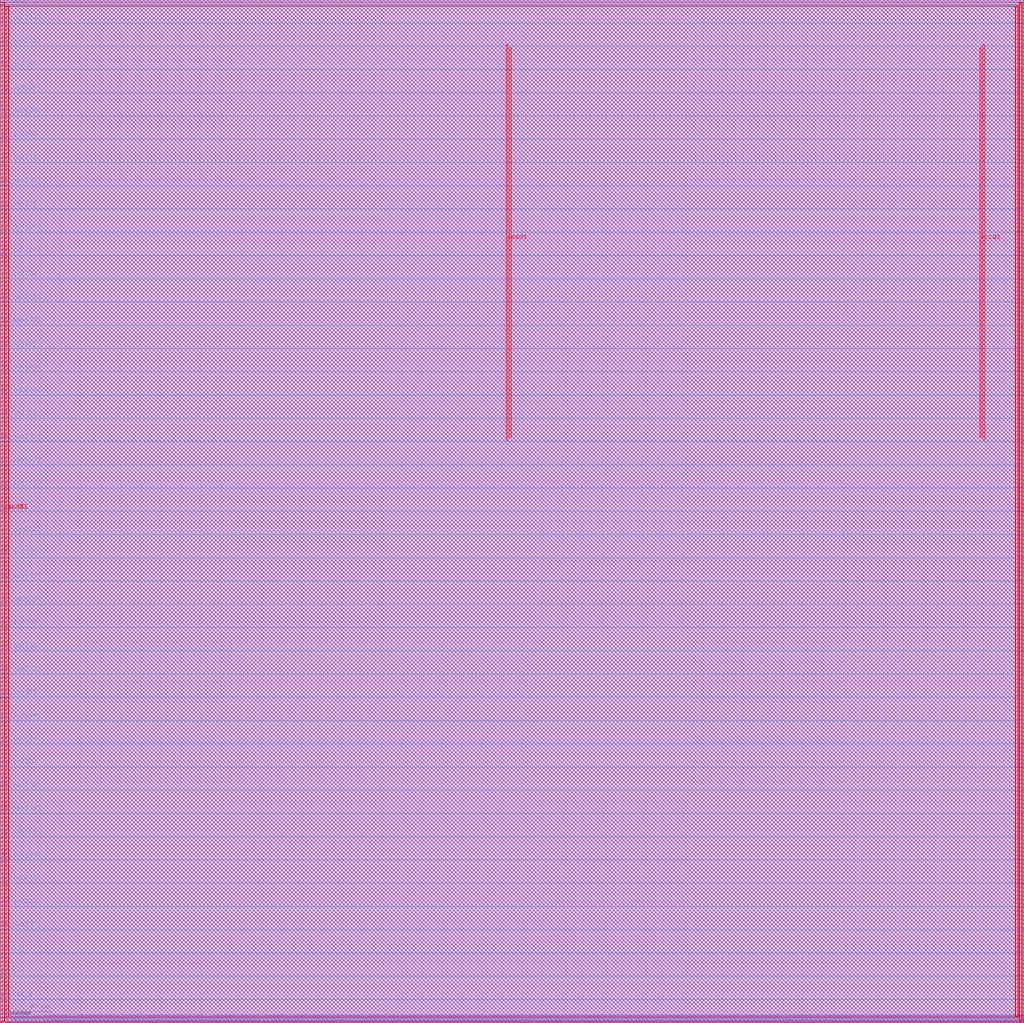
<source format=lef>
##
## LEF for PtnCells ;
## created by Innovus v20.10-p004_1 on Mon Jun  6 18:47:45 2022
##

VERSION 5.8 ;

BUSBITCHARS "[]" ;
DIVIDERCHAR "/" ;

MACRO user_proj_example
  CLASS BLOCK ;
  SIZE 1020.280000 BY 1019.660000 ;
  FOREIGN user_proj_example 0.000000 0.000000 ;
  ORIGIN 0 0 ;
  SYMMETRY X Y R90 ;
  PIN wb_clk_i
    DIRECTION INPUT ;
    USE SIGNAL ;
    ANTENNAMODEL OXIDE1 ;
    ANTENNAGATEAREA 0.852 LAYER met2  ;
    ANTENNAPARTIALMETALAREA 0.8379 LAYER met2  ;
    ANTENNAPARTIALMETALSIDEAREA 4.0285 LAYER met2  ;
    ANTENNAPARTIALCUTAREA 0.04 LAYER via2  ;
    ANTENNAPARTIALMETALAREA 143.62 LAYER met3  ;
    ANTENNAPARTIALMETALSIDEAREA 766.912 LAYER met3  ;
    ANTENNAGATEAREA 0.852 LAYER met3  ;
    ANTENNAMAXAREACAR 169.182 LAYER met3  ;
    ANTENNAMAXSIDEAREACAR 902.161 LAYER met3  ;
    ANTENNAMAXCUTCAR 0.107277 LAYER via3  ;
    PORT
      LAYER met2 ;
        RECT 4.760000 0.000000 4.900000 0.490000 ;
    END
  END wb_clk_i
  PIN wb_rst_i
    DIRECTION INPUT ;
    USE SIGNAL ;
    ANTENNAPARTIALCUTAREA 0.04 LAYER via3  ;
    ANTENNAPARTIALMETALAREA 37.0206 LAYER met4  ;
    ANTENNAPARTIALMETALSIDEAREA 198.384 LAYER met4  ;
    ANTENNAMODEL OXIDE1 ;
    ANTENNAGATEAREA 22.275 LAYER met4  ;
    ANTENNAMAXAREACAR 5.91875 LAYER met4  ;
    ANTENNAMAXSIDEAREACAR 28.3996 LAYER met4  ;
    ANTENNAMAXCUTCAR 0.132727 LAYER via4  ;
    ANTENNAPARTIALMETALAREA 11.4532 LAYER met2  ;
    ANTENNAPARTIALMETALSIDEAREA 56.987 LAYER met2  ;
    ANTENNAGATEAREA 12.6225 LAYER met2  ;
    ANTENNAMAXAREACAR 8.09555 LAYER met2  ;
    ANTENNAMAXSIDEAREACAR 38.4457 LAYER met2  ;
    ANTENNAPARTIALCUTAREA 0.04 LAYER via2  ;
    ANTENNAMAXCUTCAR 0.152462 LAYER via2  ;
    ANTENNAPARTIALMETALAREA 76.645 LAYER met3  ;
    ANTENNAPARTIALMETALSIDEAREA 409.24 LAYER met3  ;
    ANTENNAGATEAREA 15.0975 LAYER met3  ;
    ANTENNAMAXAREACAR 8.19482 LAYER met3  ;
    ANTENNAMAXSIDEAREACAR 39.0063 LAYER met3  ;
    ANTENNAMAXCUTCAR 0.152462 LAYER via3  ;
    PORT
      LAYER met2 ;
        RECT 0.000000 23.105000 0.490000 23.245000 ;
    END
  END wb_rst_i
  PIN wbs_stb_i
    DIRECTION INPUT ;
    USE SIGNAL ;
    PORT
      LAYER met2 ;
        RECT 216.875000 0.000000 217.015000 0.490000 ;
    END
  END wbs_stb_i
  PIN wbs_cyc_i
    DIRECTION INPUT ;
    USE SIGNAL ;
    PORT
      LAYER met2 ;
        RECT 72.940000 0.000000 73.080000 0.490000 ;
    END
  END wbs_cyc_i
  PIN wbs_we_i
    DIRECTION INPUT ;
    USE SIGNAL ;
    PORT
      LAYER met2 ;
        RECT 218.960000 0.000000 219.100000 0.490000 ;
    END
  END wbs_we_i
  PIN wbs_sel_i[3]
    DIRECTION INPUT ;
    USE SIGNAL ;
    PORT
      LAYER met2 ;
        RECT 214.790000 0.000000 214.930000 0.490000 ;
    END
  END wbs_sel_i[3]
  PIN wbs_sel_i[2]
    DIRECTION INPUT ;
    USE SIGNAL ;
    PORT
      LAYER met2 ;
        RECT 212.700000 0.000000 212.840000 0.490000 ;
    END
  END wbs_sel_i[2]
  PIN wbs_sel_i[1]
    DIRECTION INPUT ;
    USE SIGNAL ;
    PORT
      LAYER met2 ;
        RECT 210.615000 0.000000 210.755000 0.490000 ;
    END
  END wbs_sel_i[1]
  PIN wbs_sel_i[0]
    DIRECTION INPUT ;
    USE SIGNAL ;
    PORT
      LAYER met2 ;
        RECT 208.530000 0.000000 208.670000 0.490000 ;
    END
  END wbs_sel_i[0]
  PIN wbs_dat_i[31]
    DIRECTION INPUT ;
    USE SIGNAL ;
    PORT
      LAYER met2 ;
        RECT 139.690000 0.000000 139.830000 0.490000 ;
    END
  END wbs_dat_i[31]
  PIN wbs_dat_i[30]
    DIRECTION INPUT ;
    USE SIGNAL ;
    PORT
      LAYER met2 ;
        RECT 137.605000 0.000000 137.745000 0.490000 ;
    END
  END wbs_dat_i[30]
  PIN wbs_dat_i[29]
    DIRECTION INPUT ;
    USE SIGNAL ;
    PORT
      LAYER met2 ;
        RECT 135.520000 0.000000 135.660000 0.490000 ;
    END
  END wbs_dat_i[29]
  PIN wbs_dat_i[28]
    DIRECTION INPUT ;
    USE SIGNAL ;
    PORT
      LAYER met2 ;
        RECT 133.435000 0.000000 133.575000 0.490000 ;
    END
  END wbs_dat_i[28]
  PIN wbs_dat_i[27]
    DIRECTION INPUT ;
    USE SIGNAL ;
    PORT
      LAYER met2 ;
        RECT 131.350000 0.000000 131.490000 0.490000 ;
    END
  END wbs_dat_i[27]
  PIN wbs_dat_i[26]
    DIRECTION INPUT ;
    USE SIGNAL ;
    PORT
      LAYER met2 ;
        RECT 129.260000 0.000000 129.400000 0.490000 ;
    END
  END wbs_dat_i[26]
  PIN wbs_dat_i[25]
    DIRECTION INPUT ;
    USE SIGNAL ;
    PORT
      LAYER met2 ;
        RECT 127.175000 0.000000 127.315000 0.490000 ;
    END
  END wbs_dat_i[25]
  PIN wbs_dat_i[24]
    DIRECTION INPUT ;
    USE SIGNAL ;
    PORT
      LAYER met2 ;
        RECT 125.090000 0.000000 125.230000 0.490000 ;
    END
  END wbs_dat_i[24]
  PIN wbs_dat_i[23]
    DIRECTION INPUT ;
    USE SIGNAL ;
    PORT
      LAYER met2 ;
        RECT 123.005000 0.000000 123.145000 0.490000 ;
    END
  END wbs_dat_i[23]
  PIN wbs_dat_i[22]
    DIRECTION INPUT ;
    USE SIGNAL ;
    PORT
      LAYER met2 ;
        RECT 120.920000 0.000000 121.060000 0.490000 ;
    END
  END wbs_dat_i[22]
  PIN wbs_dat_i[21]
    DIRECTION INPUT ;
    USE SIGNAL ;
    PORT
      LAYER met2 ;
        RECT 118.830000 0.000000 118.970000 0.490000 ;
    END
  END wbs_dat_i[21]
  PIN wbs_dat_i[20]
    DIRECTION INPUT ;
    USE SIGNAL ;
    PORT
      LAYER met2 ;
        RECT 116.745000 0.000000 116.885000 0.490000 ;
    END
  END wbs_dat_i[20]
  PIN wbs_dat_i[19]
    DIRECTION INPUT ;
    USE SIGNAL ;
    PORT
      LAYER met2 ;
        RECT 114.660000 0.000000 114.800000 0.490000 ;
    END
  END wbs_dat_i[19]
  PIN wbs_dat_i[18]
    DIRECTION INPUT ;
    USE SIGNAL ;
    PORT
      LAYER met2 ;
        RECT 112.575000 0.000000 112.715000 0.490000 ;
    END
  END wbs_dat_i[18]
  PIN wbs_dat_i[17]
    DIRECTION INPUT ;
    USE SIGNAL ;
    PORT
      LAYER met2 ;
        RECT 110.490000 0.000000 110.630000 0.490000 ;
    END
  END wbs_dat_i[17]
  PIN wbs_dat_i[16]
    DIRECTION INPUT ;
    USE SIGNAL ;
    PORT
      LAYER met2 ;
        RECT 108.400000 0.000000 108.540000 0.490000 ;
    END
  END wbs_dat_i[16]
  PIN wbs_dat_i[15]
    DIRECTION INPUT ;
    USE SIGNAL ;
    PORT
      LAYER met2 ;
        RECT 106.315000 0.000000 106.455000 0.490000 ;
    END
  END wbs_dat_i[15]
  PIN wbs_dat_i[14]
    DIRECTION INPUT ;
    USE SIGNAL ;
    PORT
      LAYER met2 ;
        RECT 104.230000 0.000000 104.370000 0.490000 ;
    END
  END wbs_dat_i[14]
  PIN wbs_dat_i[13]
    DIRECTION INPUT ;
    USE SIGNAL ;
    PORT
      LAYER met2 ;
        RECT 102.145000 0.000000 102.285000 0.490000 ;
    END
  END wbs_dat_i[13]
  PIN wbs_dat_i[12]
    DIRECTION INPUT ;
    USE SIGNAL ;
    PORT
      LAYER met2 ;
        RECT 100.060000 0.000000 100.200000 0.490000 ;
    END
  END wbs_dat_i[12]
  PIN wbs_dat_i[11]
    DIRECTION INPUT ;
    USE SIGNAL ;
    PORT
      LAYER met2 ;
        RECT 97.970000 0.000000 98.110000 0.490000 ;
    END
  END wbs_dat_i[11]
  PIN wbs_dat_i[10]
    DIRECTION INPUT ;
    USE SIGNAL ;
    PORT
      LAYER met2 ;
        RECT 95.885000 0.000000 96.025000 0.490000 ;
    END
  END wbs_dat_i[10]
  PIN wbs_dat_i[9]
    DIRECTION INPUT ;
    USE SIGNAL ;
    PORT
      LAYER met2 ;
        RECT 93.800000 0.000000 93.940000 0.490000 ;
    END
  END wbs_dat_i[9]
  PIN wbs_dat_i[8]
    DIRECTION INPUT ;
    USE SIGNAL ;
    PORT
      LAYER met2 ;
        RECT 91.715000 0.000000 91.855000 0.490000 ;
    END
  END wbs_dat_i[8]
  PIN wbs_dat_i[7]
    DIRECTION INPUT ;
    USE SIGNAL ;
    PORT
      LAYER met2 ;
        RECT 89.630000 0.000000 89.770000 0.490000 ;
    END
  END wbs_dat_i[7]
  PIN wbs_dat_i[6]
    DIRECTION INPUT ;
    USE SIGNAL ;
    PORT
      LAYER met2 ;
        RECT 87.540000 0.000000 87.680000 0.490000 ;
    END
  END wbs_dat_i[6]
  PIN wbs_dat_i[5]
    DIRECTION INPUT ;
    USE SIGNAL ;
    PORT
      LAYER met2 ;
        RECT 85.455000 0.000000 85.595000 0.490000 ;
    END
  END wbs_dat_i[5]
  PIN wbs_dat_i[4]
    DIRECTION INPUT ;
    USE SIGNAL ;
    PORT
      LAYER met2 ;
        RECT 83.370000 0.000000 83.510000 0.490000 ;
    END
  END wbs_dat_i[4]
  PIN wbs_dat_i[3]
    DIRECTION INPUT ;
    USE SIGNAL ;
    PORT
      LAYER met2 ;
        RECT 81.285000 0.000000 81.425000 0.490000 ;
    END
  END wbs_dat_i[3]
  PIN wbs_dat_i[2]
    DIRECTION INPUT ;
    USE SIGNAL ;
    PORT
      LAYER met2 ;
        RECT 79.200000 0.000000 79.340000 0.490000 ;
    END
  END wbs_dat_i[2]
  PIN wbs_dat_i[1]
    DIRECTION INPUT ;
    USE SIGNAL ;
    PORT
      LAYER met2 ;
        RECT 77.110000 0.000000 77.250000 0.490000 ;
    END
  END wbs_dat_i[1]
  PIN wbs_dat_i[0]
    DIRECTION INPUT ;
    USE SIGNAL ;
    PORT
      LAYER met2 ;
        RECT 75.025000 0.000000 75.165000 0.490000 ;
    END
  END wbs_dat_i[0]
  PIN wbs_adr_i[31]
    DIRECTION INPUT ;
    USE SIGNAL ;
    PORT
      LAYER met2 ;
        RECT 70.855000 0.000000 70.995000 0.490000 ;
    END
  END wbs_adr_i[31]
  PIN wbs_adr_i[30]
    DIRECTION INPUT ;
    USE SIGNAL ;
    PORT
      LAYER met2 ;
        RECT 68.770000 0.000000 68.910000 0.490000 ;
    END
  END wbs_adr_i[30]
  PIN wbs_adr_i[29]
    DIRECTION INPUT ;
    USE SIGNAL ;
    PORT
      LAYER met2 ;
        RECT 66.680000 0.000000 66.820000 0.490000 ;
    END
  END wbs_adr_i[29]
  PIN wbs_adr_i[28]
    DIRECTION INPUT ;
    USE SIGNAL ;
    PORT
      LAYER met2 ;
        RECT 64.595000 0.000000 64.735000 0.490000 ;
    END
  END wbs_adr_i[28]
  PIN wbs_adr_i[27]
    DIRECTION INPUT ;
    USE SIGNAL ;
    PORT
      LAYER met2 ;
        RECT 62.510000 0.000000 62.650000 0.490000 ;
    END
  END wbs_adr_i[27]
  PIN wbs_adr_i[26]
    DIRECTION INPUT ;
    USE SIGNAL ;
    PORT
      LAYER met2 ;
        RECT 60.425000 0.000000 60.565000 0.490000 ;
    END
  END wbs_adr_i[26]
  PIN wbs_adr_i[25]
    DIRECTION INPUT ;
    USE SIGNAL ;
    PORT
      LAYER met2 ;
        RECT 58.340000 0.000000 58.480000 0.490000 ;
    END
  END wbs_adr_i[25]
  PIN wbs_adr_i[24]
    DIRECTION INPUT ;
    USE SIGNAL ;
    PORT
      LAYER met2 ;
        RECT 56.250000 0.000000 56.390000 0.490000 ;
    END
  END wbs_adr_i[24]
  PIN wbs_adr_i[23]
    DIRECTION INPUT ;
    USE SIGNAL ;
    PORT
      LAYER met2 ;
        RECT 54.165000 0.000000 54.305000 0.490000 ;
    END
  END wbs_adr_i[23]
  PIN wbs_adr_i[22]
    DIRECTION INPUT ;
    USE SIGNAL ;
    PORT
      LAYER met2 ;
        RECT 52.080000 0.000000 52.220000 0.490000 ;
    END
  END wbs_adr_i[22]
  PIN wbs_adr_i[21]
    DIRECTION INPUT ;
    USE SIGNAL ;
    PORT
      LAYER met2 ;
        RECT 49.995000 0.000000 50.135000 0.490000 ;
    END
  END wbs_adr_i[21]
  PIN wbs_adr_i[20]
    DIRECTION INPUT ;
    USE SIGNAL ;
    PORT
      LAYER met2 ;
        RECT 47.910000 0.000000 48.050000 0.490000 ;
    END
  END wbs_adr_i[20]
  PIN wbs_adr_i[19]
    DIRECTION INPUT ;
    USE SIGNAL ;
    PORT
      LAYER met2 ;
        RECT 45.820000 0.000000 45.960000 0.490000 ;
    END
  END wbs_adr_i[19]
  PIN wbs_adr_i[18]
    DIRECTION INPUT ;
    USE SIGNAL ;
    PORT
      LAYER met2 ;
        RECT 43.735000 0.000000 43.875000 0.490000 ;
    END
  END wbs_adr_i[18]
  PIN wbs_adr_i[17]
    DIRECTION INPUT ;
    USE SIGNAL ;
    PORT
      LAYER met2 ;
        RECT 41.650000 0.000000 41.790000 0.490000 ;
    END
  END wbs_adr_i[17]
  PIN wbs_adr_i[16]
    DIRECTION INPUT ;
    USE SIGNAL ;
    PORT
      LAYER met2 ;
        RECT 39.565000 0.000000 39.705000 0.490000 ;
    END
  END wbs_adr_i[16]
  PIN wbs_adr_i[15]
    DIRECTION INPUT ;
    USE SIGNAL ;
    PORT
      LAYER met2 ;
        RECT 37.480000 0.000000 37.620000 0.490000 ;
    END
  END wbs_adr_i[15]
  PIN wbs_adr_i[14]
    DIRECTION INPUT ;
    USE SIGNAL ;
    PORT
      LAYER met2 ;
        RECT 35.390000 0.000000 35.530000 0.490000 ;
    END
  END wbs_adr_i[14]
  PIN wbs_adr_i[13]
    DIRECTION INPUT ;
    USE SIGNAL ;
    PORT
      LAYER met2 ;
        RECT 33.305000 0.000000 33.445000 0.490000 ;
    END
  END wbs_adr_i[13]
  PIN wbs_adr_i[12]
    DIRECTION INPUT ;
    USE SIGNAL ;
    PORT
      LAYER met2 ;
        RECT 31.220000 0.000000 31.360000 0.490000 ;
    END
  END wbs_adr_i[12]
  PIN wbs_adr_i[11]
    DIRECTION INPUT ;
    USE SIGNAL ;
    PORT
      LAYER met2 ;
        RECT 29.135000 0.000000 29.275000 0.490000 ;
    END
  END wbs_adr_i[11]
  PIN wbs_adr_i[10]
    DIRECTION INPUT ;
    USE SIGNAL ;
    PORT
      LAYER met2 ;
        RECT 27.050000 0.000000 27.190000 0.490000 ;
    END
  END wbs_adr_i[10]
  PIN wbs_adr_i[9]
    DIRECTION INPUT ;
    USE SIGNAL ;
    PORT
      LAYER met2 ;
        RECT 24.960000 0.000000 25.100000 0.490000 ;
    END
  END wbs_adr_i[9]
  PIN wbs_adr_i[8]
    DIRECTION INPUT ;
    USE SIGNAL ;
    PORT
      LAYER met2 ;
        RECT 22.875000 0.000000 23.015000 0.490000 ;
    END
  END wbs_adr_i[8]
  PIN wbs_adr_i[7]
    DIRECTION INPUT ;
    USE SIGNAL ;
    PORT
      LAYER met2 ;
        RECT 20.790000 0.000000 20.930000 0.490000 ;
    END
  END wbs_adr_i[7]
  PIN wbs_adr_i[6]
    DIRECTION INPUT ;
    USE SIGNAL ;
    PORT
      LAYER met2 ;
        RECT 18.705000 0.000000 18.845000 0.490000 ;
    END
  END wbs_adr_i[6]
  PIN wbs_adr_i[5]
    DIRECTION INPUT ;
    USE SIGNAL ;
    PORT
      LAYER met2 ;
        RECT 16.620000 0.000000 16.760000 0.490000 ;
    END
  END wbs_adr_i[5]
  PIN wbs_adr_i[4]
    DIRECTION INPUT ;
    USE SIGNAL ;
    PORT
      LAYER met2 ;
        RECT 14.530000 0.000000 14.670000 0.490000 ;
    END
  END wbs_adr_i[4]
  PIN wbs_adr_i[3]
    DIRECTION INPUT ;
    USE SIGNAL ;
    PORT
      LAYER met2 ;
        RECT 12.445000 0.000000 12.585000 0.490000 ;
    END
  END wbs_adr_i[3]
  PIN wbs_adr_i[2]
    DIRECTION INPUT ;
    USE SIGNAL ;
    PORT
      LAYER met2 ;
        RECT 10.360000 0.000000 10.500000 0.490000 ;
    END
  END wbs_adr_i[2]
  PIN wbs_adr_i[1]
    DIRECTION INPUT ;
    USE SIGNAL ;
    PORT
      LAYER met2 ;
        RECT 8.275000 0.000000 8.415000 0.490000 ;
    END
  END wbs_adr_i[1]
  PIN wbs_adr_i[0]
    DIRECTION INPUT ;
    USE SIGNAL ;
    PORT
      LAYER met2 ;
        RECT 6.190000 0.000000 6.330000 0.490000 ;
    END
  END wbs_adr_i[0]
  PIN wbs_ack_o
    DIRECTION OUTPUT ;
    USE SIGNAL ;
    ANTENNADIFFAREA 0.7952 LAYER met2  ;
    ANTENNAPARTIALCUTAREA 0.04 LAYER via3  ;
    ANTENNADIFFAREA 0.7952 LAYER met4  ;
    ANTENNAPARTIALMETALAREA 172.085 LAYER met4  ;
    ANTENNAPARTIALMETALSIDEAREA 919.6 LAYER met4  ;
    ANTENNAPARTIALMETALAREA 14.2528 LAYER met2  ;
    ANTENNAPARTIALMETALSIDEAREA 70.1225 LAYER met2  ;
    ANTENNAPARTIALCUTAREA 0.08 LAYER via2  ;
    ANTENNADIFFAREA 0.7952 LAYER met3  ;
    ANTENNAPARTIALMETALAREA 1.4344 LAYER met3  ;
    ANTENNAPARTIALMETALSIDEAREA 8.592 LAYER met3  ;
    PORT
      LAYER met2 ;
        RECT 2.015000 0.000000 2.155000 0.490000 ;
    END
  END wbs_ack_o
  PIN wbs_dat_o[31]
    DIRECTION OUTPUT ;
    USE SIGNAL ;
    ANTENNAPARTIALCUTAREA 0.04 LAYER via3  ;
    ANTENNADIFFAREA 0.7952 LAYER met4  ;
    ANTENNAPARTIALMETALAREA 172.085 LAYER met4  ;
    ANTENNAPARTIALMETALSIDEAREA 919.6 LAYER met4  ;
    ANTENNADIFFAREA 0.7952 LAYER met2  ;
    ANTENNAPARTIALMETALAREA 14.2451 LAYER met2  ;
    ANTENNAPARTIALMETALSIDEAREA 70.0595 LAYER met2  ;
    ANTENNAPARTIALCUTAREA 0.08 LAYER via2  ;
    ANTENNADIFFAREA 0.7952 LAYER met3  ;
    ANTENNAPARTIALMETALAREA 1.4344 LAYER met3  ;
    ANTENNAPARTIALMETALSIDEAREA 8.592 LAYER met3  ;
    PORT
      LAYER met2 ;
        RECT 206.445000 0.000000 206.585000 0.490000 ;
    END
  END wbs_dat_o[31]
  PIN wbs_dat_o[30]
    DIRECTION OUTPUT ;
    USE SIGNAL ;
    ANTENNAPARTIALCUTAREA 0.04 LAYER via3  ;
    ANTENNADIFFAREA 0.7952 LAYER met4  ;
    ANTENNAPARTIALMETALAREA 172.085 LAYER met4  ;
    ANTENNAPARTIALMETALSIDEAREA 919.6 LAYER met4  ;
    ANTENNADIFFAREA 0.7952 LAYER met2  ;
    ANTENNAPARTIALMETALAREA 14.2451 LAYER met2  ;
    ANTENNAPARTIALMETALSIDEAREA 70.0595 LAYER met2  ;
    ANTENNAPARTIALCUTAREA 0.08 LAYER via2  ;
    ANTENNADIFFAREA 0.7952 LAYER met3  ;
    ANTENNAPARTIALMETALAREA 1.4344 LAYER met3  ;
    ANTENNAPARTIALMETALSIDEAREA 8.592 LAYER met3  ;
    PORT
      LAYER met2 ;
        RECT 204.360000 0.000000 204.500000 0.490000 ;
    END
  END wbs_dat_o[30]
  PIN wbs_dat_o[29]
    DIRECTION OUTPUT ;
    USE SIGNAL ;
    ANTENNAPARTIALCUTAREA 0.04 LAYER via3  ;
    ANTENNADIFFAREA 0.7952 LAYER met4  ;
    ANTENNAPARTIALMETALAREA 172.085 LAYER met4  ;
    ANTENNAPARTIALMETALSIDEAREA 919.6 LAYER met4  ;
    ANTENNADIFFAREA 0.7952 LAYER met2  ;
    ANTENNAPARTIALMETALAREA 14.2451 LAYER met2  ;
    ANTENNAPARTIALMETALSIDEAREA 70.0595 LAYER met2  ;
    ANTENNAPARTIALCUTAREA 0.08 LAYER via2  ;
    ANTENNADIFFAREA 0.7952 LAYER met3  ;
    ANTENNAPARTIALMETALAREA 1.4344 LAYER met3  ;
    ANTENNAPARTIALMETALSIDEAREA 8.592 LAYER met3  ;
    PORT
      LAYER met2 ;
        RECT 202.270000 0.000000 202.410000 0.490000 ;
    END
  END wbs_dat_o[29]
  PIN wbs_dat_o[28]
    DIRECTION OUTPUT ;
    USE SIGNAL ;
    ANTENNAPARTIALCUTAREA 0.04 LAYER via3  ;
    ANTENNADIFFAREA 0.7952 LAYER met4  ;
    ANTENNAPARTIALMETALAREA 172.085 LAYER met4  ;
    ANTENNAPARTIALMETALSIDEAREA 919.6 LAYER met4  ;
    ANTENNADIFFAREA 0.7952 LAYER met2  ;
    ANTENNAPARTIALMETALAREA 14.2451 LAYER met2  ;
    ANTENNAPARTIALMETALSIDEAREA 70.0595 LAYER met2  ;
    ANTENNAPARTIALCUTAREA 0.08 LAYER via2  ;
    ANTENNADIFFAREA 0.7952 LAYER met3  ;
    ANTENNAPARTIALMETALAREA 1.4344 LAYER met3  ;
    ANTENNAPARTIALMETALSIDEAREA 8.592 LAYER met3  ;
    PORT
      LAYER met2 ;
        RECT 200.185000 0.000000 200.325000 0.490000 ;
    END
  END wbs_dat_o[28]
  PIN wbs_dat_o[27]
    DIRECTION OUTPUT ;
    USE SIGNAL ;
    ANTENNAPARTIALCUTAREA 0.04 LAYER via3  ;
    ANTENNADIFFAREA 0.7952 LAYER met4  ;
    ANTENNAPARTIALMETALAREA 172.085 LAYER met4  ;
    ANTENNAPARTIALMETALSIDEAREA 919.6 LAYER met4  ;
    ANTENNADIFFAREA 0.7952 LAYER met2  ;
    ANTENNAPARTIALMETALAREA 14.2451 LAYER met2  ;
    ANTENNAPARTIALMETALSIDEAREA 70.0595 LAYER met2  ;
    ANTENNAPARTIALCUTAREA 0.08 LAYER via2  ;
    ANTENNADIFFAREA 0.7952 LAYER met3  ;
    ANTENNAPARTIALMETALAREA 1.4344 LAYER met3  ;
    ANTENNAPARTIALMETALSIDEAREA 8.592 LAYER met3  ;
    PORT
      LAYER met2 ;
        RECT 198.100000 0.000000 198.240000 0.490000 ;
    END
  END wbs_dat_o[27]
  PIN wbs_dat_o[26]
    DIRECTION OUTPUT ;
    USE SIGNAL ;
    ANTENNAPARTIALCUTAREA 0.04 LAYER via3  ;
    ANTENNADIFFAREA 0.7952 LAYER met4  ;
    ANTENNAPARTIALMETALAREA 172.085 LAYER met4  ;
    ANTENNAPARTIALMETALSIDEAREA 919.6 LAYER met4  ;
    ANTENNADIFFAREA 0.7952 LAYER met2  ;
    ANTENNAPARTIALMETALAREA 14.2451 LAYER met2  ;
    ANTENNAPARTIALMETALSIDEAREA 70.0595 LAYER met2  ;
    ANTENNAPARTIALCUTAREA 0.08 LAYER via2  ;
    ANTENNADIFFAREA 0.7952 LAYER met3  ;
    ANTENNAPARTIALMETALAREA 1.4344 LAYER met3  ;
    ANTENNAPARTIALMETALSIDEAREA 8.592 LAYER met3  ;
    PORT
      LAYER met2 ;
        RECT 196.015000 0.000000 196.155000 0.490000 ;
    END
  END wbs_dat_o[26]
  PIN wbs_dat_o[25]
    DIRECTION OUTPUT ;
    USE SIGNAL ;
    ANTENNAPARTIALCUTAREA 0.04 LAYER via3  ;
    ANTENNADIFFAREA 0.7952 LAYER met4  ;
    ANTENNAPARTIALMETALAREA 172.085 LAYER met4  ;
    ANTENNAPARTIALMETALSIDEAREA 919.6 LAYER met4  ;
    ANTENNADIFFAREA 0.7952 LAYER met2  ;
    ANTENNAPARTIALMETALAREA 14.2451 LAYER met2  ;
    ANTENNAPARTIALMETALSIDEAREA 70.0595 LAYER met2  ;
    ANTENNAPARTIALCUTAREA 0.08 LAYER via2  ;
    ANTENNADIFFAREA 0.7952 LAYER met3  ;
    ANTENNAPARTIALMETALAREA 1.4344 LAYER met3  ;
    ANTENNAPARTIALMETALSIDEAREA 8.592 LAYER met3  ;
    PORT
      LAYER met2 ;
        RECT 193.930000 0.000000 194.070000 0.490000 ;
    END
  END wbs_dat_o[25]
  PIN wbs_dat_o[24]
    DIRECTION OUTPUT ;
    USE SIGNAL ;
    ANTENNAPARTIALCUTAREA 0.04 LAYER via3  ;
    ANTENNADIFFAREA 0.7952 LAYER met4  ;
    ANTENNAPARTIALMETALAREA 172.085 LAYER met4  ;
    ANTENNAPARTIALMETALSIDEAREA 919.6 LAYER met4  ;
    ANTENNADIFFAREA 0.7952 LAYER met2  ;
    ANTENNAPARTIALMETALAREA 14.2451 LAYER met2  ;
    ANTENNAPARTIALMETALSIDEAREA 70.0595 LAYER met2  ;
    ANTENNAPARTIALCUTAREA 0.08 LAYER via2  ;
    ANTENNADIFFAREA 0.7952 LAYER met3  ;
    ANTENNAPARTIALMETALAREA 1.4344 LAYER met3  ;
    ANTENNAPARTIALMETALSIDEAREA 8.592 LAYER met3  ;
    PORT
      LAYER met2 ;
        RECT 191.840000 0.000000 191.980000 0.490000 ;
    END
  END wbs_dat_o[24]
  PIN wbs_dat_o[23]
    DIRECTION OUTPUT ;
    USE SIGNAL ;
    ANTENNAPARTIALCUTAREA 0.04 LAYER via3  ;
    ANTENNADIFFAREA 0.7952 LAYER met4  ;
    ANTENNAPARTIALMETALAREA 172.085 LAYER met4  ;
    ANTENNAPARTIALMETALSIDEAREA 919.6 LAYER met4  ;
    ANTENNADIFFAREA 0.7952 LAYER met2  ;
    ANTENNAPARTIALMETALAREA 14.2451 LAYER met2  ;
    ANTENNAPARTIALMETALSIDEAREA 70.0595 LAYER met2  ;
    ANTENNAPARTIALCUTAREA 0.08 LAYER via2  ;
    ANTENNADIFFAREA 0.7952 LAYER met3  ;
    ANTENNAPARTIALMETALAREA 1.4344 LAYER met3  ;
    ANTENNAPARTIALMETALSIDEAREA 8.592 LAYER met3  ;
    PORT
      LAYER met2 ;
        RECT 189.755000 0.000000 189.895000 0.490000 ;
    END
  END wbs_dat_o[23]
  PIN wbs_dat_o[22]
    DIRECTION OUTPUT ;
    USE SIGNAL ;
    ANTENNAPARTIALCUTAREA 0.04 LAYER via3  ;
    ANTENNADIFFAREA 0.7952 LAYER met4  ;
    ANTENNAPARTIALMETALAREA 172.085 LAYER met4  ;
    ANTENNAPARTIALMETALSIDEAREA 919.6 LAYER met4  ;
    ANTENNADIFFAREA 0.7952 LAYER met2  ;
    ANTENNAPARTIALMETALAREA 14.2451 LAYER met2  ;
    ANTENNAPARTIALMETALSIDEAREA 70.0595 LAYER met2  ;
    ANTENNAPARTIALCUTAREA 0.08 LAYER via2  ;
    ANTENNADIFFAREA 0.7952 LAYER met3  ;
    ANTENNAPARTIALMETALAREA 1.4344 LAYER met3  ;
    ANTENNAPARTIALMETALSIDEAREA 8.592 LAYER met3  ;
    PORT
      LAYER met2 ;
        RECT 187.670000 0.000000 187.810000 0.490000 ;
    END
  END wbs_dat_o[22]
  PIN wbs_dat_o[21]
    DIRECTION OUTPUT ;
    USE SIGNAL ;
    ANTENNAPARTIALCUTAREA 0.04 LAYER via3  ;
    ANTENNADIFFAREA 0.7952 LAYER met4  ;
    ANTENNAPARTIALMETALAREA 172.085 LAYER met4  ;
    ANTENNAPARTIALMETALSIDEAREA 919.6 LAYER met4  ;
    ANTENNADIFFAREA 0.7952 LAYER met2  ;
    ANTENNAPARTIALMETALAREA 14.2451 LAYER met2  ;
    ANTENNAPARTIALMETALSIDEAREA 70.0595 LAYER met2  ;
    ANTENNAPARTIALCUTAREA 0.08 LAYER via2  ;
    ANTENNADIFFAREA 0.7952 LAYER met3  ;
    ANTENNAPARTIALMETALAREA 1.4344 LAYER met3  ;
    ANTENNAPARTIALMETALSIDEAREA 8.592 LAYER met3  ;
    PORT
      LAYER met2 ;
        RECT 185.585000 0.000000 185.725000 0.490000 ;
    END
  END wbs_dat_o[21]
  PIN wbs_dat_o[20]
    DIRECTION OUTPUT ;
    USE SIGNAL ;
    ANTENNAPARTIALCUTAREA 0.04 LAYER via3  ;
    ANTENNADIFFAREA 0.7952 LAYER met4  ;
    ANTENNAPARTIALMETALAREA 172.085 LAYER met4  ;
    ANTENNAPARTIALMETALSIDEAREA 919.6 LAYER met4  ;
    ANTENNADIFFAREA 0.7952 LAYER met2  ;
    ANTENNAPARTIALMETALAREA 14.2451 LAYER met2  ;
    ANTENNAPARTIALMETALSIDEAREA 70.0595 LAYER met2  ;
    ANTENNAPARTIALCUTAREA 0.08 LAYER via2  ;
    ANTENNADIFFAREA 0.7952 LAYER met3  ;
    ANTENNAPARTIALMETALAREA 1.4344 LAYER met3  ;
    ANTENNAPARTIALMETALSIDEAREA 8.592 LAYER met3  ;
    PORT
      LAYER met2 ;
        RECT 183.500000 0.000000 183.640000 0.490000 ;
    END
  END wbs_dat_o[20]
  PIN wbs_dat_o[19]
    DIRECTION OUTPUT ;
    USE SIGNAL ;
    ANTENNAPARTIALCUTAREA 0.04 LAYER via3  ;
    ANTENNADIFFAREA 0.7952 LAYER met4  ;
    ANTENNAPARTIALMETALAREA 172.085 LAYER met4  ;
    ANTENNAPARTIALMETALSIDEAREA 919.6 LAYER met4  ;
    ANTENNADIFFAREA 0.7952 LAYER met2  ;
    ANTENNAPARTIALMETALAREA 14.2451 LAYER met2  ;
    ANTENNAPARTIALMETALSIDEAREA 70.0595 LAYER met2  ;
    ANTENNAPARTIALCUTAREA 0.08 LAYER via2  ;
    ANTENNADIFFAREA 0.7952 LAYER met3  ;
    ANTENNAPARTIALMETALAREA 1.4344 LAYER met3  ;
    ANTENNAPARTIALMETALSIDEAREA 8.592 LAYER met3  ;
    PORT
      LAYER met2 ;
        RECT 181.410000 0.000000 181.550000 0.490000 ;
    END
  END wbs_dat_o[19]
  PIN wbs_dat_o[18]
    DIRECTION OUTPUT ;
    USE SIGNAL ;
    ANTENNAPARTIALCUTAREA 0.04 LAYER via3  ;
    ANTENNADIFFAREA 0.7952 LAYER met4  ;
    ANTENNAPARTIALMETALAREA 172.085 LAYER met4  ;
    ANTENNAPARTIALMETALSIDEAREA 919.6 LAYER met4  ;
    ANTENNADIFFAREA 0.7952 LAYER met2  ;
    ANTENNAPARTIALMETALAREA 14.2451 LAYER met2  ;
    ANTENNAPARTIALMETALSIDEAREA 70.0595 LAYER met2  ;
    ANTENNAPARTIALCUTAREA 0.08 LAYER via2  ;
    ANTENNADIFFAREA 0.7952 LAYER met3  ;
    ANTENNAPARTIALMETALAREA 1.4344 LAYER met3  ;
    ANTENNAPARTIALMETALSIDEAREA 8.592 LAYER met3  ;
    PORT
      LAYER met2 ;
        RECT 179.325000 0.000000 179.465000 0.490000 ;
    END
  END wbs_dat_o[18]
  PIN wbs_dat_o[17]
    DIRECTION OUTPUT ;
    USE SIGNAL ;
    ANTENNAPARTIALCUTAREA 0.04 LAYER via3  ;
    ANTENNADIFFAREA 0.7952 LAYER met4  ;
    ANTENNAPARTIALMETALAREA 172.085 LAYER met4  ;
    ANTENNAPARTIALMETALSIDEAREA 919.6 LAYER met4  ;
    ANTENNADIFFAREA 0.7952 LAYER met2  ;
    ANTENNAPARTIALMETALAREA 14.2451 LAYER met2  ;
    ANTENNAPARTIALMETALSIDEAREA 70.0595 LAYER met2  ;
    ANTENNAPARTIALCUTAREA 0.08 LAYER via2  ;
    ANTENNADIFFAREA 0.7952 LAYER met3  ;
    ANTENNAPARTIALMETALAREA 1.4344 LAYER met3  ;
    ANTENNAPARTIALMETALSIDEAREA 8.592 LAYER met3  ;
    PORT
      LAYER met2 ;
        RECT 177.240000 0.000000 177.380000 0.490000 ;
    END
  END wbs_dat_o[17]
  PIN wbs_dat_o[16]
    DIRECTION OUTPUT ;
    USE SIGNAL ;
    ANTENNAPARTIALCUTAREA 0.04 LAYER via3  ;
    ANTENNADIFFAREA 0.7952 LAYER met4  ;
    ANTENNAPARTIALMETALAREA 172.085 LAYER met4  ;
    ANTENNAPARTIALMETALSIDEAREA 919.6 LAYER met4  ;
    ANTENNADIFFAREA 0.7952 LAYER met2  ;
    ANTENNAPARTIALMETALAREA 14.2451 LAYER met2  ;
    ANTENNAPARTIALMETALSIDEAREA 70.0595 LAYER met2  ;
    ANTENNAPARTIALCUTAREA 0.08 LAYER via2  ;
    ANTENNADIFFAREA 0.7952 LAYER met3  ;
    ANTENNAPARTIALMETALAREA 1.4344 LAYER met3  ;
    ANTENNAPARTIALMETALSIDEAREA 8.592 LAYER met3  ;
    PORT
      LAYER met2 ;
        RECT 175.155000 0.000000 175.295000 0.490000 ;
    END
  END wbs_dat_o[16]
  PIN wbs_dat_o[15]
    DIRECTION OUTPUT ;
    USE SIGNAL ;
    ANTENNAPARTIALCUTAREA 0.04 LAYER via3  ;
    ANTENNADIFFAREA 0.7952 LAYER met4  ;
    ANTENNAPARTIALMETALAREA 172.085 LAYER met4  ;
    ANTENNAPARTIALMETALSIDEAREA 919.6 LAYER met4  ;
    ANTENNADIFFAREA 0.7952 LAYER met2  ;
    ANTENNAPARTIALMETALAREA 14.2451 LAYER met2  ;
    ANTENNAPARTIALMETALSIDEAREA 70.0595 LAYER met2  ;
    ANTENNAPARTIALCUTAREA 0.08 LAYER via2  ;
    ANTENNADIFFAREA 0.7952 LAYER met3  ;
    ANTENNAPARTIALMETALAREA 1.4344 LAYER met3  ;
    ANTENNAPARTIALMETALSIDEAREA 8.592 LAYER met3  ;
    PORT
      LAYER met2 ;
        RECT 173.070000 0.000000 173.210000 0.490000 ;
    END
  END wbs_dat_o[15]
  PIN wbs_dat_o[14]
    DIRECTION OUTPUT ;
    USE SIGNAL ;
    ANTENNAPARTIALCUTAREA 0.04 LAYER via3  ;
    ANTENNADIFFAREA 0.7952 LAYER met4  ;
    ANTENNAPARTIALMETALAREA 172.085 LAYER met4  ;
    ANTENNAPARTIALMETALSIDEAREA 919.6 LAYER met4  ;
    ANTENNADIFFAREA 0.7952 LAYER met2  ;
    ANTENNAPARTIALMETALAREA 14.2451 LAYER met2  ;
    ANTENNAPARTIALMETALSIDEAREA 70.0595 LAYER met2  ;
    ANTENNAPARTIALCUTAREA 0.08 LAYER via2  ;
    ANTENNADIFFAREA 0.7952 LAYER met3  ;
    ANTENNAPARTIALMETALAREA 1.4344 LAYER met3  ;
    ANTENNAPARTIALMETALSIDEAREA 8.592 LAYER met3  ;
    PORT
      LAYER met2 ;
        RECT 170.980000 0.000000 171.120000 0.490000 ;
    END
  END wbs_dat_o[14]
  PIN wbs_dat_o[13]
    DIRECTION OUTPUT ;
    USE SIGNAL ;
    ANTENNAPARTIALCUTAREA 0.04 LAYER via3  ;
    ANTENNADIFFAREA 0.7952 LAYER met4  ;
    ANTENNAPARTIALMETALAREA 172.085 LAYER met4  ;
    ANTENNAPARTIALMETALSIDEAREA 919.6 LAYER met4  ;
    ANTENNADIFFAREA 0.7952 LAYER met2  ;
    ANTENNAPARTIALMETALAREA 14.2451 LAYER met2  ;
    ANTENNAPARTIALMETALSIDEAREA 70.0595 LAYER met2  ;
    ANTENNAPARTIALCUTAREA 0.08 LAYER via2  ;
    ANTENNADIFFAREA 0.7952 LAYER met3  ;
    ANTENNAPARTIALMETALAREA 1.4344 LAYER met3  ;
    ANTENNAPARTIALMETALSIDEAREA 8.592 LAYER met3  ;
    PORT
      LAYER met2 ;
        RECT 168.895000 0.000000 169.035000 0.490000 ;
    END
  END wbs_dat_o[13]
  PIN wbs_dat_o[12]
    DIRECTION OUTPUT ;
    USE SIGNAL ;
    ANTENNAPARTIALCUTAREA 0.04 LAYER via3  ;
    ANTENNADIFFAREA 0.7952 LAYER met4  ;
    ANTENNAPARTIALMETALAREA 172.085 LAYER met4  ;
    ANTENNAPARTIALMETALSIDEAREA 919.6 LAYER met4  ;
    ANTENNADIFFAREA 0.7952 LAYER met2  ;
    ANTENNAPARTIALMETALAREA 14.2451 LAYER met2  ;
    ANTENNAPARTIALMETALSIDEAREA 70.0595 LAYER met2  ;
    ANTENNAPARTIALCUTAREA 0.08 LAYER via2  ;
    ANTENNADIFFAREA 0.7952 LAYER met3  ;
    ANTENNAPARTIALMETALAREA 1.4344 LAYER met3  ;
    ANTENNAPARTIALMETALSIDEAREA 8.592 LAYER met3  ;
    PORT
      LAYER met2 ;
        RECT 166.810000 0.000000 166.950000 0.490000 ;
    END
  END wbs_dat_o[12]
  PIN wbs_dat_o[11]
    DIRECTION OUTPUT ;
    USE SIGNAL ;
    ANTENNAPARTIALCUTAREA 0.04 LAYER via3  ;
    ANTENNADIFFAREA 0.7952 LAYER met4  ;
    ANTENNAPARTIALMETALAREA 172.085 LAYER met4  ;
    ANTENNAPARTIALMETALSIDEAREA 919.6 LAYER met4  ;
    ANTENNADIFFAREA 0.7952 LAYER met2  ;
    ANTENNAPARTIALMETALAREA 14.2451 LAYER met2  ;
    ANTENNAPARTIALMETALSIDEAREA 70.0595 LAYER met2  ;
    ANTENNAPARTIALCUTAREA 0.08 LAYER via2  ;
    ANTENNADIFFAREA 0.7952 LAYER met3  ;
    ANTENNAPARTIALMETALAREA 1.4344 LAYER met3  ;
    ANTENNAPARTIALMETALSIDEAREA 8.592 LAYER met3  ;
    PORT
      LAYER met2 ;
        RECT 164.725000 0.000000 164.865000 0.490000 ;
    END
  END wbs_dat_o[11]
  PIN wbs_dat_o[10]
    DIRECTION OUTPUT ;
    USE SIGNAL ;
    ANTENNAPARTIALCUTAREA 0.04 LAYER via3  ;
    ANTENNADIFFAREA 0.7952 LAYER met4  ;
    ANTENNAPARTIALMETALAREA 172.085 LAYER met4  ;
    ANTENNAPARTIALMETALSIDEAREA 919.6 LAYER met4  ;
    ANTENNADIFFAREA 0.7952 LAYER met2  ;
    ANTENNAPARTIALMETALAREA 14.2451 LAYER met2  ;
    ANTENNAPARTIALMETALSIDEAREA 70.0595 LAYER met2  ;
    ANTENNAPARTIALCUTAREA 0.08 LAYER via2  ;
    ANTENNADIFFAREA 0.7952 LAYER met3  ;
    ANTENNAPARTIALMETALAREA 1.4344 LAYER met3  ;
    ANTENNAPARTIALMETALSIDEAREA 8.592 LAYER met3  ;
    PORT
      LAYER met2 ;
        RECT 162.640000 0.000000 162.780000 0.490000 ;
    END
  END wbs_dat_o[10]
  PIN wbs_dat_o[9]
    DIRECTION OUTPUT ;
    USE SIGNAL ;
    ANTENNAPARTIALCUTAREA 0.04 LAYER via3  ;
    ANTENNADIFFAREA 0.7952 LAYER met4  ;
    ANTENNAPARTIALMETALAREA 172.085 LAYER met4  ;
    ANTENNAPARTIALMETALSIDEAREA 919.6 LAYER met4  ;
    ANTENNADIFFAREA 0.7952 LAYER met2  ;
    ANTENNAPARTIALMETALAREA 14.2451 LAYER met2  ;
    ANTENNAPARTIALMETALSIDEAREA 70.0595 LAYER met2  ;
    ANTENNAPARTIALCUTAREA 0.08 LAYER via2  ;
    ANTENNADIFFAREA 0.7952 LAYER met3  ;
    ANTENNAPARTIALMETALAREA 1.4344 LAYER met3  ;
    ANTENNAPARTIALMETALSIDEAREA 8.592 LAYER met3  ;
    PORT
      LAYER met2 ;
        RECT 160.550000 0.000000 160.690000 0.490000 ;
    END
  END wbs_dat_o[9]
  PIN wbs_dat_o[8]
    DIRECTION OUTPUT ;
    USE SIGNAL ;
    ANTENNAPARTIALCUTAREA 0.04 LAYER via3  ;
    ANTENNADIFFAREA 0.7952 LAYER met4  ;
    ANTENNAPARTIALMETALAREA 172.085 LAYER met4  ;
    ANTENNAPARTIALMETALSIDEAREA 919.6 LAYER met4  ;
    ANTENNADIFFAREA 0.7952 LAYER met2  ;
    ANTENNAPARTIALMETALAREA 14.2451 LAYER met2  ;
    ANTENNAPARTIALMETALSIDEAREA 70.0595 LAYER met2  ;
    ANTENNAPARTIALCUTAREA 0.08 LAYER via2  ;
    ANTENNADIFFAREA 0.7952 LAYER met3  ;
    ANTENNAPARTIALMETALAREA 1.4344 LAYER met3  ;
    ANTENNAPARTIALMETALSIDEAREA 8.592 LAYER met3  ;
    PORT
      LAYER met2 ;
        RECT 158.465000 0.000000 158.605000 0.490000 ;
    END
  END wbs_dat_o[8]
  PIN wbs_dat_o[7]
    DIRECTION OUTPUT ;
    USE SIGNAL ;
    ANTENNAPARTIALCUTAREA 0.04 LAYER via3  ;
    ANTENNADIFFAREA 0.7952 LAYER met4  ;
    ANTENNAPARTIALMETALAREA 172.085 LAYER met4  ;
    ANTENNAPARTIALMETALSIDEAREA 919.6 LAYER met4  ;
    ANTENNADIFFAREA 0.7952 LAYER met2  ;
    ANTENNAPARTIALMETALAREA 14.2451 LAYER met2  ;
    ANTENNAPARTIALMETALSIDEAREA 70.0595 LAYER met2  ;
    ANTENNAPARTIALCUTAREA 0.08 LAYER via2  ;
    ANTENNADIFFAREA 0.7952 LAYER met3  ;
    ANTENNAPARTIALMETALAREA 1.4344 LAYER met3  ;
    ANTENNAPARTIALMETALSIDEAREA 8.592 LAYER met3  ;
    PORT
      LAYER met2 ;
        RECT 156.380000 0.000000 156.520000 0.490000 ;
    END
  END wbs_dat_o[7]
  PIN wbs_dat_o[6]
    DIRECTION OUTPUT ;
    USE SIGNAL ;
    ANTENNAPARTIALCUTAREA 0.04 LAYER via3  ;
    ANTENNADIFFAREA 0.7952 LAYER met4  ;
    ANTENNAPARTIALMETALAREA 172.085 LAYER met4  ;
    ANTENNAPARTIALMETALSIDEAREA 919.6 LAYER met4  ;
    ANTENNADIFFAREA 0.7952 LAYER met2  ;
    ANTENNAPARTIALMETALAREA 14.2451 LAYER met2  ;
    ANTENNAPARTIALMETALSIDEAREA 70.0595 LAYER met2  ;
    ANTENNAPARTIALCUTAREA 0.08 LAYER via2  ;
    ANTENNADIFFAREA 0.7952 LAYER met3  ;
    ANTENNAPARTIALMETALAREA 1.4344 LAYER met3  ;
    ANTENNAPARTIALMETALSIDEAREA 8.592 LAYER met3  ;
    PORT
      LAYER met2 ;
        RECT 154.295000 0.000000 154.435000 0.490000 ;
    END
  END wbs_dat_o[6]
  PIN wbs_dat_o[5]
    DIRECTION OUTPUT ;
    USE SIGNAL ;
    ANTENNAPARTIALCUTAREA 0.04 LAYER via3  ;
    ANTENNADIFFAREA 0.7952 LAYER met4  ;
    ANTENNAPARTIALMETALAREA 172.085 LAYER met4  ;
    ANTENNAPARTIALMETALSIDEAREA 919.6 LAYER met4  ;
    ANTENNADIFFAREA 0.7952 LAYER met2  ;
    ANTENNAPARTIALMETALAREA 14.2451 LAYER met2  ;
    ANTENNAPARTIALMETALSIDEAREA 70.0595 LAYER met2  ;
    ANTENNAPARTIALCUTAREA 0.08 LAYER via2  ;
    ANTENNADIFFAREA 0.7952 LAYER met3  ;
    ANTENNAPARTIALMETALAREA 1.4344 LAYER met3  ;
    ANTENNAPARTIALMETALSIDEAREA 8.592 LAYER met3  ;
    PORT
      LAYER met2 ;
        RECT 152.210000 0.000000 152.350000 0.490000 ;
    END
  END wbs_dat_o[5]
  PIN wbs_dat_o[4]
    DIRECTION OUTPUT ;
    USE SIGNAL ;
    ANTENNAPARTIALCUTAREA 0.04 LAYER via3  ;
    ANTENNADIFFAREA 0.7952 LAYER met4  ;
    ANTENNAPARTIALMETALAREA 172.085 LAYER met4  ;
    ANTENNAPARTIALMETALSIDEAREA 919.6 LAYER met4  ;
    ANTENNADIFFAREA 0.7952 LAYER met2  ;
    ANTENNAPARTIALMETALAREA 14.2451 LAYER met2  ;
    ANTENNAPARTIALMETALSIDEAREA 70.0595 LAYER met2  ;
    ANTENNAPARTIALCUTAREA 0.08 LAYER via2  ;
    ANTENNADIFFAREA 0.7952 LAYER met3  ;
    ANTENNAPARTIALMETALAREA 1.4344 LAYER met3  ;
    ANTENNAPARTIALMETALSIDEAREA 8.592 LAYER met3  ;
    PORT
      LAYER met2 ;
        RECT 150.120000 0.000000 150.260000 0.490000 ;
    END
  END wbs_dat_o[4]
  PIN wbs_dat_o[3]
    DIRECTION OUTPUT ;
    USE SIGNAL ;
    ANTENNAPARTIALCUTAREA 0.04 LAYER via3  ;
    ANTENNADIFFAREA 0.7952 LAYER met4  ;
    ANTENNAPARTIALMETALAREA 172.085 LAYER met4  ;
    ANTENNAPARTIALMETALSIDEAREA 919.6 LAYER met4  ;
    ANTENNADIFFAREA 0.7952 LAYER met2  ;
    ANTENNAPARTIALMETALAREA 14.2451 LAYER met2  ;
    ANTENNAPARTIALMETALSIDEAREA 70.0595 LAYER met2  ;
    ANTENNAPARTIALCUTAREA 0.08 LAYER via2  ;
    ANTENNADIFFAREA 0.7952 LAYER met3  ;
    ANTENNAPARTIALMETALAREA 1.4344 LAYER met3  ;
    ANTENNAPARTIALMETALSIDEAREA 8.592 LAYER met3  ;
    PORT
      LAYER met2 ;
        RECT 148.035000 0.000000 148.175000 0.490000 ;
    END
  END wbs_dat_o[3]
  PIN wbs_dat_o[2]
    DIRECTION OUTPUT ;
    USE SIGNAL ;
    ANTENNAPARTIALCUTAREA 0.04 LAYER via3  ;
    ANTENNADIFFAREA 0.7952 LAYER met4  ;
    ANTENNAPARTIALMETALAREA 172.085 LAYER met4  ;
    ANTENNAPARTIALMETALSIDEAREA 919.6 LAYER met4  ;
    ANTENNADIFFAREA 0.7952 LAYER met2  ;
    ANTENNAPARTIALMETALAREA 14.2451 LAYER met2  ;
    ANTENNAPARTIALMETALSIDEAREA 70.0595 LAYER met2  ;
    ANTENNAPARTIALCUTAREA 0.08 LAYER via2  ;
    ANTENNADIFFAREA 0.7952 LAYER met3  ;
    ANTENNAPARTIALMETALAREA 1.4344 LAYER met3  ;
    ANTENNAPARTIALMETALSIDEAREA 8.592 LAYER met3  ;
    PORT
      LAYER met2 ;
        RECT 145.950000 0.000000 146.090000 0.490000 ;
    END
  END wbs_dat_o[2]
  PIN wbs_dat_o[1]
    DIRECTION OUTPUT ;
    USE SIGNAL ;
    ANTENNAPARTIALCUTAREA 0.04 LAYER via3  ;
    ANTENNADIFFAREA 0.7952 LAYER met4  ;
    ANTENNAPARTIALMETALAREA 172.085 LAYER met4  ;
    ANTENNAPARTIALMETALSIDEAREA 919.6 LAYER met4  ;
    ANTENNADIFFAREA 0.7952 LAYER met2  ;
    ANTENNAPARTIALMETALAREA 14.2549 LAYER met2  ;
    ANTENNAPARTIALMETALSIDEAREA 70.161 LAYER met2  ;
    ANTENNAPARTIALCUTAREA 0.08 LAYER via2  ;
    ANTENNADIFFAREA 0.7952 LAYER met3  ;
    ANTENNAPARTIALMETALAREA 1.4344 LAYER met3  ;
    ANTENNAPARTIALMETALSIDEAREA 8.592 LAYER met3  ;
    PORT
      LAYER met2 ;
        RECT 143.865000 0.000000 144.005000 0.490000 ;
    END
  END wbs_dat_o[1]
  PIN wbs_dat_o[0]
    DIRECTION OUTPUT ;
    USE SIGNAL ;
    ANTENNAPARTIALCUTAREA 0.04 LAYER via3  ;
    ANTENNADIFFAREA 0.7952 LAYER met4  ;
    ANTENNAPARTIALMETALAREA 172.085 LAYER met4  ;
    ANTENNAPARTIALMETALSIDEAREA 919.6 LAYER met4  ;
    ANTENNADIFFAREA 0.7952 LAYER met2  ;
    ANTENNAPARTIALMETALAREA 14.2745 LAYER met2  ;
    ANTENNAPARTIALMETALSIDEAREA 70.231 LAYER met2  ;
    ANTENNAPARTIALCUTAREA 0.08 LAYER via2  ;
    ANTENNADIFFAREA 0.7952 LAYER met3  ;
    ANTENNAPARTIALMETALAREA 1.4344 LAYER met3  ;
    ANTENNAPARTIALMETALSIDEAREA 8.592 LAYER met3  ;
    PORT
      LAYER met2 ;
        RECT 141.780000 0.000000 141.920000 0.490000 ;
    END
  END wbs_dat_o[0]
  PIN la_data_in[127]
    DIRECTION INPUT ;
    USE SIGNAL ;
    PORT
      LAYER met2 ;
        RECT 485.970000 0.000000 486.110000 0.490000 ;
    END
  END la_data_in[127]
  PIN la_data_in[126]
    DIRECTION INPUT ;
    USE SIGNAL ;
    PORT
      LAYER met2 ;
        RECT 483.880000 0.000000 484.020000 0.490000 ;
    END
  END la_data_in[126]
  PIN la_data_in[125]
    DIRECTION INPUT ;
    USE SIGNAL ;
    PORT
      LAYER met2 ;
        RECT 481.795000 0.000000 481.935000 0.490000 ;
    END
  END la_data_in[125]
  PIN la_data_in[124]
    DIRECTION INPUT ;
    USE SIGNAL ;
    PORT
      LAYER met2 ;
        RECT 479.710000 0.000000 479.850000 0.490000 ;
    END
  END la_data_in[124]
  PIN la_data_in[123]
    DIRECTION INPUT ;
    USE SIGNAL ;
    PORT
      LAYER met2 ;
        RECT 477.625000 0.000000 477.765000 0.490000 ;
    END
  END la_data_in[123]
  PIN la_data_in[122]
    DIRECTION INPUT ;
    USE SIGNAL ;
    PORT
      LAYER met2 ;
        RECT 475.540000 0.000000 475.680000 0.490000 ;
    END
  END la_data_in[122]
  PIN la_data_in[121]
    DIRECTION INPUT ;
    USE SIGNAL ;
    PORT
      LAYER met2 ;
        RECT 473.450000 0.000000 473.590000 0.490000 ;
    END
  END la_data_in[121]
  PIN la_data_in[120]
    DIRECTION INPUT ;
    USE SIGNAL ;
    PORT
      LAYER met2 ;
        RECT 471.365000 0.000000 471.505000 0.490000 ;
    END
  END la_data_in[120]
  PIN la_data_in[119]
    DIRECTION INPUT ;
    USE SIGNAL ;
    PORT
      LAYER met2 ;
        RECT 469.280000 0.000000 469.420000 0.490000 ;
    END
  END la_data_in[119]
  PIN la_data_in[118]
    DIRECTION INPUT ;
    USE SIGNAL ;
    PORT
      LAYER met2 ;
        RECT 467.195000 0.000000 467.335000 0.490000 ;
    END
  END la_data_in[118]
  PIN la_data_in[117]
    DIRECTION INPUT ;
    USE SIGNAL ;
    PORT
      LAYER met2 ;
        RECT 465.110000 0.000000 465.250000 0.490000 ;
    END
  END la_data_in[117]
  PIN la_data_in[116]
    DIRECTION INPUT ;
    USE SIGNAL ;
    PORT
      LAYER met2 ;
        RECT 463.020000 0.000000 463.160000 0.490000 ;
    END
  END la_data_in[116]
  PIN la_data_in[115]
    DIRECTION INPUT ;
    USE SIGNAL ;
    PORT
      LAYER met2 ;
        RECT 460.935000 0.000000 461.075000 0.490000 ;
    END
  END la_data_in[115]
  PIN la_data_in[114]
    DIRECTION INPUT ;
    USE SIGNAL ;
    PORT
      LAYER met2 ;
        RECT 458.850000 0.000000 458.990000 0.490000 ;
    END
  END la_data_in[114]
  PIN la_data_in[113]
    DIRECTION INPUT ;
    USE SIGNAL ;
    PORT
      LAYER met2 ;
        RECT 456.765000 0.000000 456.905000 0.490000 ;
    END
  END la_data_in[113]
  PIN la_data_in[112]
    DIRECTION INPUT ;
    USE SIGNAL ;
    PORT
      LAYER met2 ;
        RECT 454.680000 0.000000 454.820000 0.490000 ;
    END
  END la_data_in[112]
  PIN la_data_in[111]
    DIRECTION INPUT ;
    USE SIGNAL ;
    PORT
      LAYER met2 ;
        RECT 452.590000 0.000000 452.730000 0.490000 ;
    END
  END la_data_in[111]
  PIN la_data_in[110]
    DIRECTION INPUT ;
    USE SIGNAL ;
    PORT
      LAYER met2 ;
        RECT 450.505000 0.000000 450.645000 0.490000 ;
    END
  END la_data_in[110]
  PIN la_data_in[109]
    DIRECTION INPUT ;
    USE SIGNAL ;
    PORT
      LAYER met2 ;
        RECT 448.420000 0.000000 448.560000 0.490000 ;
    END
  END la_data_in[109]
  PIN la_data_in[108]
    DIRECTION INPUT ;
    USE SIGNAL ;
    PORT
      LAYER met2 ;
        RECT 446.335000 0.000000 446.475000 0.490000 ;
    END
  END la_data_in[108]
  PIN la_data_in[107]
    DIRECTION INPUT ;
    USE SIGNAL ;
    PORT
      LAYER met2 ;
        RECT 444.250000 0.000000 444.390000 0.490000 ;
    END
  END la_data_in[107]
  PIN la_data_in[106]
    DIRECTION INPUT ;
    USE SIGNAL ;
    PORT
      LAYER met2 ;
        RECT 442.160000 0.000000 442.300000 0.490000 ;
    END
  END la_data_in[106]
  PIN la_data_in[105]
    DIRECTION INPUT ;
    USE SIGNAL ;
    PORT
      LAYER met2 ;
        RECT 440.075000 0.000000 440.215000 0.490000 ;
    END
  END la_data_in[105]
  PIN la_data_in[104]
    DIRECTION INPUT ;
    USE SIGNAL ;
    PORT
      LAYER met2 ;
        RECT 437.990000 0.000000 438.130000 0.490000 ;
    END
  END la_data_in[104]
  PIN la_data_in[103]
    DIRECTION INPUT ;
    USE SIGNAL ;
    PORT
      LAYER met2 ;
        RECT 435.905000 0.000000 436.045000 0.490000 ;
    END
  END la_data_in[103]
  PIN la_data_in[102]
    DIRECTION INPUT ;
    USE SIGNAL ;
    PORT
      LAYER met2 ;
        RECT 433.820000 0.000000 433.960000 0.490000 ;
    END
  END la_data_in[102]
  PIN la_data_in[101]
    DIRECTION INPUT ;
    USE SIGNAL ;
    PORT
      LAYER met2 ;
        RECT 431.730000 0.000000 431.870000 0.490000 ;
    END
  END la_data_in[101]
  PIN la_data_in[100]
    DIRECTION INPUT ;
    USE SIGNAL ;
    PORT
      LAYER met2 ;
        RECT 429.645000 0.000000 429.785000 0.490000 ;
    END
  END la_data_in[100]
  PIN la_data_in[99]
    DIRECTION INPUT ;
    USE SIGNAL ;
    PORT
      LAYER met2 ;
        RECT 427.560000 0.000000 427.700000 0.490000 ;
    END
  END la_data_in[99]
  PIN la_data_in[98]
    DIRECTION INPUT ;
    USE SIGNAL ;
    PORT
      LAYER met2 ;
        RECT 425.475000 0.000000 425.615000 0.490000 ;
    END
  END la_data_in[98]
  PIN la_data_in[97]
    DIRECTION INPUT ;
    USE SIGNAL ;
    PORT
      LAYER met2 ;
        RECT 423.390000 0.000000 423.530000 0.490000 ;
    END
  END la_data_in[97]
  PIN la_data_in[96]
    DIRECTION INPUT ;
    USE SIGNAL ;
    PORT
      LAYER met2 ;
        RECT 421.300000 0.000000 421.440000 0.490000 ;
    END
  END la_data_in[96]
  PIN la_data_in[95]
    DIRECTION INPUT ;
    USE SIGNAL ;
    PORT
      LAYER met2 ;
        RECT 419.215000 0.000000 419.355000 0.490000 ;
    END
  END la_data_in[95]
  PIN la_data_in[94]
    DIRECTION INPUT ;
    USE SIGNAL ;
    PORT
      LAYER met2 ;
        RECT 417.130000 0.000000 417.270000 0.490000 ;
    END
  END la_data_in[94]
  PIN la_data_in[93]
    DIRECTION INPUT ;
    USE SIGNAL ;
    PORT
      LAYER met2 ;
        RECT 415.045000 0.000000 415.185000 0.490000 ;
    END
  END la_data_in[93]
  PIN la_data_in[92]
    DIRECTION INPUT ;
    USE SIGNAL ;
    PORT
      LAYER met2 ;
        RECT 412.960000 0.000000 413.100000 0.490000 ;
    END
  END la_data_in[92]
  PIN la_data_in[91]
    DIRECTION INPUT ;
    USE SIGNAL ;
    PORT
      LAYER met2 ;
        RECT 410.870000 0.000000 411.010000 0.490000 ;
    END
  END la_data_in[91]
  PIN la_data_in[90]
    DIRECTION INPUT ;
    USE SIGNAL ;
    PORT
      LAYER met2 ;
        RECT 408.785000 0.000000 408.925000 0.490000 ;
    END
  END la_data_in[90]
  PIN la_data_in[89]
    DIRECTION INPUT ;
    USE SIGNAL ;
    PORT
      LAYER met2 ;
        RECT 406.700000 0.000000 406.840000 0.490000 ;
    END
  END la_data_in[89]
  PIN la_data_in[88]
    DIRECTION INPUT ;
    USE SIGNAL ;
    PORT
      LAYER met2 ;
        RECT 404.615000 0.000000 404.755000 0.490000 ;
    END
  END la_data_in[88]
  PIN la_data_in[87]
    DIRECTION INPUT ;
    USE SIGNAL ;
    PORT
      LAYER met2 ;
        RECT 402.530000 0.000000 402.670000 0.490000 ;
    END
  END la_data_in[87]
  PIN la_data_in[86]
    DIRECTION INPUT ;
    USE SIGNAL ;
    PORT
      LAYER met2 ;
        RECT 400.440000 0.000000 400.580000 0.490000 ;
    END
  END la_data_in[86]
  PIN la_data_in[85]
    DIRECTION INPUT ;
    USE SIGNAL ;
    PORT
      LAYER met2 ;
        RECT 398.355000 0.000000 398.495000 0.490000 ;
    END
  END la_data_in[85]
  PIN la_data_in[84]
    DIRECTION INPUT ;
    USE SIGNAL ;
    PORT
      LAYER met2 ;
        RECT 396.270000 0.000000 396.410000 0.490000 ;
    END
  END la_data_in[84]
  PIN la_data_in[83]
    DIRECTION INPUT ;
    USE SIGNAL ;
    PORT
      LAYER met2 ;
        RECT 394.185000 0.000000 394.325000 0.490000 ;
    END
  END la_data_in[83]
  PIN la_data_in[82]
    DIRECTION INPUT ;
    USE SIGNAL ;
    PORT
      LAYER met2 ;
        RECT 392.100000 0.000000 392.240000 0.490000 ;
    END
  END la_data_in[82]
  PIN la_data_in[81]
    DIRECTION INPUT ;
    USE SIGNAL ;
    PORT
      LAYER met2 ;
        RECT 390.010000 0.000000 390.150000 0.490000 ;
    END
  END la_data_in[81]
  PIN la_data_in[80]
    DIRECTION INPUT ;
    USE SIGNAL ;
    PORT
      LAYER met2 ;
        RECT 387.925000 0.000000 388.065000 0.490000 ;
    END
  END la_data_in[80]
  PIN la_data_in[79]
    DIRECTION INPUT ;
    USE SIGNAL ;
    PORT
      LAYER met2 ;
        RECT 385.840000 0.000000 385.980000 0.490000 ;
    END
  END la_data_in[79]
  PIN la_data_in[78]
    DIRECTION INPUT ;
    USE SIGNAL ;
    PORT
      LAYER met2 ;
        RECT 383.755000 0.000000 383.895000 0.490000 ;
    END
  END la_data_in[78]
  PIN la_data_in[77]
    DIRECTION INPUT ;
    USE SIGNAL ;
    PORT
      LAYER met2 ;
        RECT 381.670000 0.000000 381.810000 0.490000 ;
    END
  END la_data_in[77]
  PIN la_data_in[76]
    DIRECTION INPUT ;
    USE SIGNAL ;
    PORT
      LAYER met2 ;
        RECT 379.580000 0.000000 379.720000 0.490000 ;
    END
  END la_data_in[76]
  PIN la_data_in[75]
    DIRECTION INPUT ;
    USE SIGNAL ;
    PORT
      LAYER met2 ;
        RECT 377.495000 0.000000 377.635000 0.490000 ;
    END
  END la_data_in[75]
  PIN la_data_in[74]
    DIRECTION INPUT ;
    USE SIGNAL ;
    PORT
      LAYER met2 ;
        RECT 375.410000 0.000000 375.550000 0.490000 ;
    END
  END la_data_in[74]
  PIN la_data_in[73]
    DIRECTION INPUT ;
    USE SIGNAL ;
    PORT
      LAYER met2 ;
        RECT 373.325000 0.000000 373.465000 0.490000 ;
    END
  END la_data_in[73]
  PIN la_data_in[72]
    DIRECTION INPUT ;
    USE SIGNAL ;
    PORT
      LAYER met2 ;
        RECT 371.240000 0.000000 371.380000 0.490000 ;
    END
  END la_data_in[72]
  PIN la_data_in[71]
    DIRECTION INPUT ;
    USE SIGNAL ;
    PORT
      LAYER met2 ;
        RECT 369.150000 0.000000 369.290000 0.490000 ;
    END
  END la_data_in[71]
  PIN la_data_in[70]
    DIRECTION INPUT ;
    USE SIGNAL ;
    PORT
      LAYER met2 ;
        RECT 367.065000 0.000000 367.205000 0.490000 ;
    END
  END la_data_in[70]
  PIN la_data_in[69]
    DIRECTION INPUT ;
    USE SIGNAL ;
    PORT
      LAYER met2 ;
        RECT 364.980000 0.000000 365.120000 0.490000 ;
    END
  END la_data_in[69]
  PIN la_data_in[68]
    DIRECTION INPUT ;
    USE SIGNAL ;
    PORT
      LAYER met2 ;
        RECT 362.895000 0.000000 363.035000 0.490000 ;
    END
  END la_data_in[68]
  PIN la_data_in[67]
    DIRECTION INPUT ;
    USE SIGNAL ;
    PORT
      LAYER met2 ;
        RECT 360.810000 0.000000 360.950000 0.490000 ;
    END
  END la_data_in[67]
  PIN la_data_in[66]
    DIRECTION INPUT ;
    USE SIGNAL ;
    PORT
      LAYER met2 ;
        RECT 358.720000 0.000000 358.860000 0.490000 ;
    END
  END la_data_in[66]
  PIN la_data_in[65]
    DIRECTION INPUT ;
    USE SIGNAL ;
    ANTENNAPARTIALMETALAREA 0.1323 LAYER met2  ;
    ANTENNAPARTIALMETALSIDEAREA 0.5005 LAYER met2  ;
    ANTENNAPARTIALCUTAREA 0.04 LAYER via2  ;
    ANTENNAPARTIALMETALAREA 44.6365 LAYER met3  ;
    ANTENNAPARTIALMETALSIDEAREA 238.528 LAYER met3  ;
    ANTENNAPARTIALCUTAREA 0.04 LAYER via3  ;
    ANTENNAPARTIALMETALAREA 100.652 LAYER met4  ;
    ANTENNAPARTIALMETALSIDEAREA 543.84 LAYER met4  ;
    ANTENNAMODEL OXIDE1 ;
    ANTENNAGATEAREA 23.661 LAYER met4  ;
    ANTENNAMAXAREACAR 21.9309 LAYER met4  ;
    ANTENNAMAXSIDEAREACAR 114.278 LAYER met4  ;
    ANTENNAMAXCUTCAR 1.04286 LAYER via4  ;
    PORT
      LAYER met2 ;
        RECT 356.635000 0.000000 356.775000 0.490000 ;
    END
  END la_data_in[65]
  PIN la_data_in[64]
    DIRECTION INPUT ;
    USE SIGNAL ;
    ANTENNAPARTIALMETALAREA 25.3519 LAYER met2  ;
    ANTENNAPARTIALMETALSIDEAREA 126.598 LAYER met2  ;
    ANTENNAPARTIALCUTAREA 0.04 LAYER via2  ;
    ANTENNAPARTIALMETALAREA 1.09 LAYER met3  ;
    ANTENNAPARTIALMETALSIDEAREA 6.28 LAYER met3  ;
    ANTENNAPARTIALCUTAREA 0.04 LAYER via3  ;
    ANTENNAPARTIALMETALAREA 157.875 LAYER met4  ;
    ANTENNAPARTIALMETALSIDEAREA 845.28 LAYER met4  ;
    ANTENNAMODEL OXIDE1 ;
    ANTENNAGATEAREA 11.601 LAYER met4  ;
    ANTENNAMAXAREACAR 82.2974 LAYER met4  ;
    ANTENNAMAXSIDEAREACAR 430.649 LAYER met4  ;
    ANTENNAMAXCUTCAR 1.04286 LAYER via4  ;
    PORT
      LAYER met2 ;
        RECT 354.550000 0.000000 354.690000 0.490000 ;
    END
  END la_data_in[64]
  PIN la_data_in[63]
    DIRECTION INPUT ;
    USE SIGNAL ;
    PORT
      LAYER met2 ;
        RECT 352.465000 0.000000 352.605000 0.490000 ;
    END
  END la_data_in[63]
  PIN la_data_in[62]
    DIRECTION INPUT ;
    USE SIGNAL ;
    PORT
      LAYER met2 ;
        RECT 350.380000 0.000000 350.520000 0.490000 ;
    END
  END la_data_in[62]
  PIN la_data_in[61]
    DIRECTION INPUT ;
    USE SIGNAL ;
    PORT
      LAYER met2 ;
        RECT 348.290000 0.000000 348.430000 0.490000 ;
    END
  END la_data_in[61]
  PIN la_data_in[60]
    DIRECTION INPUT ;
    USE SIGNAL ;
    PORT
      LAYER met2 ;
        RECT 346.205000 0.000000 346.345000 0.490000 ;
    END
  END la_data_in[60]
  PIN la_data_in[59]
    DIRECTION INPUT ;
    USE SIGNAL ;
    PORT
      LAYER met2 ;
        RECT 344.120000 0.000000 344.260000 0.490000 ;
    END
  END la_data_in[59]
  PIN la_data_in[58]
    DIRECTION INPUT ;
    USE SIGNAL ;
    PORT
      LAYER met2 ;
        RECT 342.035000 0.000000 342.175000 0.490000 ;
    END
  END la_data_in[58]
  PIN la_data_in[57]
    DIRECTION INPUT ;
    USE SIGNAL ;
    PORT
      LAYER met2 ;
        RECT 339.950000 0.000000 340.090000 0.490000 ;
    END
  END la_data_in[57]
  PIN la_data_in[56]
    DIRECTION INPUT ;
    USE SIGNAL ;
    PORT
      LAYER met2 ;
        RECT 337.860000 0.000000 338.000000 0.490000 ;
    END
  END la_data_in[56]
  PIN la_data_in[55]
    DIRECTION INPUT ;
    USE SIGNAL ;
    PORT
      LAYER met2 ;
        RECT 335.775000 0.000000 335.915000 0.490000 ;
    END
  END la_data_in[55]
  PIN la_data_in[54]
    DIRECTION INPUT ;
    USE SIGNAL ;
    PORT
      LAYER met2 ;
        RECT 333.690000 0.000000 333.830000 0.490000 ;
    END
  END la_data_in[54]
  PIN la_data_in[53]
    DIRECTION INPUT ;
    USE SIGNAL ;
    PORT
      LAYER met2 ;
        RECT 331.605000 0.000000 331.745000 0.490000 ;
    END
  END la_data_in[53]
  PIN la_data_in[52]
    DIRECTION INPUT ;
    USE SIGNAL ;
    PORT
      LAYER met2 ;
        RECT 329.520000 0.000000 329.660000 0.490000 ;
    END
  END la_data_in[52]
  PIN la_data_in[51]
    DIRECTION INPUT ;
    USE SIGNAL ;
    PORT
      LAYER met2 ;
        RECT 327.430000 0.000000 327.570000 0.490000 ;
    END
  END la_data_in[51]
  PIN la_data_in[50]
    DIRECTION INPUT ;
    USE SIGNAL ;
    PORT
      LAYER met2 ;
        RECT 325.345000 0.000000 325.485000 0.490000 ;
    END
  END la_data_in[50]
  PIN la_data_in[49]
    DIRECTION INPUT ;
    USE SIGNAL ;
    PORT
      LAYER met2 ;
        RECT 323.260000 0.000000 323.400000 0.490000 ;
    END
  END la_data_in[49]
  PIN la_data_in[48]
    DIRECTION INPUT ;
    USE SIGNAL ;
    PORT
      LAYER met2 ;
        RECT 321.175000 0.000000 321.315000 0.490000 ;
    END
  END la_data_in[48]
  PIN la_data_in[47]
    DIRECTION INPUT ;
    USE SIGNAL ;
    PORT
      LAYER met2 ;
        RECT 319.090000 0.000000 319.230000 0.490000 ;
    END
  END la_data_in[47]
  PIN la_data_in[46]
    DIRECTION INPUT ;
    USE SIGNAL ;
    PORT
      LAYER met2 ;
        RECT 317.000000 0.000000 317.140000 0.490000 ;
    END
  END la_data_in[46]
  PIN la_data_in[45]
    DIRECTION INPUT ;
    USE SIGNAL ;
    PORT
      LAYER met2 ;
        RECT 314.915000 0.000000 315.055000 0.490000 ;
    END
  END la_data_in[45]
  PIN la_data_in[44]
    DIRECTION INPUT ;
    USE SIGNAL ;
    PORT
      LAYER met2 ;
        RECT 312.830000 0.000000 312.970000 0.490000 ;
    END
  END la_data_in[44]
  PIN la_data_in[43]
    DIRECTION INPUT ;
    USE SIGNAL ;
    PORT
      LAYER met2 ;
        RECT 310.745000 0.000000 310.885000 0.490000 ;
    END
  END la_data_in[43]
  PIN la_data_in[42]
    DIRECTION INPUT ;
    USE SIGNAL ;
    PORT
      LAYER met2 ;
        RECT 308.660000 0.000000 308.800000 0.490000 ;
    END
  END la_data_in[42]
  PIN la_data_in[41]
    DIRECTION INPUT ;
    USE SIGNAL ;
    PORT
      LAYER met2 ;
        RECT 306.570000 0.000000 306.710000 0.490000 ;
    END
  END la_data_in[41]
  PIN la_data_in[40]
    DIRECTION INPUT ;
    USE SIGNAL ;
    PORT
      LAYER met2 ;
        RECT 304.485000 0.000000 304.625000 0.490000 ;
    END
  END la_data_in[40]
  PIN la_data_in[39]
    DIRECTION INPUT ;
    USE SIGNAL ;
    PORT
      LAYER met2 ;
        RECT 302.400000 0.000000 302.540000 0.490000 ;
    END
  END la_data_in[39]
  PIN la_data_in[38]
    DIRECTION INPUT ;
    USE SIGNAL ;
    PORT
      LAYER met2 ;
        RECT 300.315000 0.000000 300.455000 0.490000 ;
    END
  END la_data_in[38]
  PIN la_data_in[37]
    DIRECTION INPUT ;
    USE SIGNAL ;
    PORT
      LAYER met2 ;
        RECT 298.230000 0.000000 298.370000 0.490000 ;
    END
  END la_data_in[37]
  PIN la_data_in[36]
    DIRECTION INPUT ;
    USE SIGNAL ;
    PORT
      LAYER met2 ;
        RECT 296.140000 0.000000 296.280000 0.490000 ;
    END
  END la_data_in[36]
  PIN la_data_in[35]
    DIRECTION INPUT ;
    USE SIGNAL ;
    PORT
      LAYER met2 ;
        RECT 294.055000 0.000000 294.195000 0.490000 ;
    END
  END la_data_in[35]
  PIN la_data_in[34]
    DIRECTION INPUT ;
    USE SIGNAL ;
    PORT
      LAYER met2 ;
        RECT 291.970000 0.000000 292.110000 0.490000 ;
    END
  END la_data_in[34]
  PIN la_data_in[33]
    DIRECTION INPUT ;
    USE SIGNAL ;
    PORT
      LAYER met2 ;
        RECT 289.885000 0.000000 290.025000 0.490000 ;
    END
  END la_data_in[33]
  PIN la_data_in[32]
    DIRECTION INPUT ;
    USE SIGNAL ;
    PORT
      LAYER met2 ;
        RECT 287.800000 0.000000 287.940000 0.490000 ;
    END
  END la_data_in[32]
  PIN la_data_in[31]
    DIRECTION INPUT ;
    USE SIGNAL ;
    ANTENNAPARTIALMETALAREA 2.8472 LAYER met2  ;
    ANTENNAPARTIALMETALSIDEAREA 13.902 LAYER met2  ;
    ANTENNAMODEL OXIDE1 ;
    ANTENNAGATEAREA 0.495 LAYER met2  ;
    ANTENNAMAXAREACAR 9.35636 LAYER met2  ;
    ANTENNAMAXSIDEAREACAR 44.4788 LAYER met2  ;
    ANTENNAMAXCUTCAR 0.207677 LAYER via2  ;
    PORT
      LAYER met2 ;
        RECT 285.710000 0.000000 285.850000 0.490000 ;
    END
  END la_data_in[31]
  PIN la_data_in[30]
    DIRECTION INPUT ;
    USE SIGNAL ;
    ANTENNAPARTIALMETALAREA 2.5916 LAYER met2  ;
    ANTENNAPARTIALMETALSIDEAREA 12.614 LAYER met2  ;
    ANTENNAMODEL OXIDE1 ;
    ANTENNAGATEAREA 0.495 LAYER met2  ;
    ANTENNAMAXAREACAR 8.64404 LAYER met2  ;
    ANTENNAMAXSIDEAREACAR 40.8384 LAYER met2  ;
    ANTENNAMAXCUTCAR 0.298586 LAYER via2  ;
    PORT
      LAYER met2 ;
        RECT 283.625000 0.000000 283.765000 0.490000 ;
    END
  END la_data_in[30]
  PIN la_data_in[29]
    DIRECTION INPUT ;
    USE SIGNAL ;
    ANTENNAPARTIALMETALAREA 1.116 LAYER met2  ;
    ANTENNAPARTIALMETALSIDEAREA 5.236 LAYER met2  ;
    ANTENNAMODEL OXIDE1 ;
    ANTENNAGATEAREA 0.495 LAYER met2  ;
    ANTENNAMAXAREACAR 5.29313 LAYER met2  ;
    ANTENNAMAXSIDEAREACAR 21.7131 LAYER met2  ;
    ANTENNAMAXCUTCAR 0.298586 LAYER via2  ;
    PORT
      LAYER met2 ;
        RECT 281.540000 0.000000 281.680000 0.490000 ;
    END
  END la_data_in[29]
  PIN la_data_in[28]
    DIRECTION INPUT ;
    USE SIGNAL ;
    ANTENNAPARTIALMETALAREA 2.5281 LAYER met2  ;
    ANTENNAPARTIALMETALSIDEAREA 12.4145 LAYER met2  ;
    ANTENNAMODEL OXIDE1 ;
    ANTENNAGATEAREA 0.495 LAYER met2  ;
    ANTENNAMAXAREACAR 10.6939 LAYER met2  ;
    ANTENNAMAXSIDEAREACAR 48.1444 LAYER met2  ;
    ANTENNAMAXCUTCAR 0.298586 LAYER via2  ;
    PORT
      LAYER met2 ;
        RECT 279.455000 0.000000 279.595000 0.490000 ;
    END
  END la_data_in[28]
  PIN la_data_in[27]
    DIRECTION INPUT ;
    USE SIGNAL ;
    ANTENNAPARTIALMETALAREA 2.0654 LAYER met2  ;
    ANTENNAPARTIALMETALSIDEAREA 10.101 LAYER met2  ;
    ANTENNAMODEL OXIDE1 ;
    ANTENNAGATEAREA 0.3735 LAYER met2  ;
    ANTENNAMAXAREACAR 10.1264 LAYER met2  ;
    ANTENNAMAXSIDEAREACAR 47.9391 LAYER met2  ;
    ANTENNAMAXCUTCAR 0.407937 LAYER via2  ;
    PORT
      LAYER met2 ;
        RECT 277.370000 0.000000 277.510000 0.490000 ;
    END
  END la_data_in[27]
  PIN la_data_in[26]
    DIRECTION INPUT ;
    USE SIGNAL ;
    ANTENNAPARTIALMETALAREA 1.5924 LAYER met2  ;
    ANTENNAPARTIALMETALSIDEAREA 7.854 LAYER met2  ;
    ANTENNAMODEL OXIDE1 ;
    ANTENNAGATEAREA 0.2475 LAYER met2  ;
    ANTENNAMAXAREACAR 7.29111 LAYER met2  ;
    ANTENNAMAXSIDEAREACAR 34.6404 LAYER met2  ;
    ANTENNAMAXCUTCAR 0.207677 LAYER via2  ;
    PORT
      LAYER met2 ;
        RECT 275.280000 0.000000 275.420000 0.490000 ;
    END
  END la_data_in[26]
  PIN la_data_in[25]
    DIRECTION INPUT ;
    USE SIGNAL ;
    ANTENNAPARTIALMETALAREA 2.9248 LAYER met2  ;
    ANTENNAPARTIALMETALSIDEAREA 14.28 LAYER met2  ;
    ANTENNAMODEL OXIDE1 ;
    ANTENNAGATEAREA 0.495 LAYER met2  ;
    ANTENNAMAXAREACAR 7.79434 LAYER met2  ;
    ANTENNAMAXSIDEAREACAR 36.5172 LAYER met2  ;
    ANTENNAMAXCUTCAR 0.298586 LAYER via2  ;
    PORT
      LAYER met2 ;
        RECT 273.195000 0.000000 273.335000 0.490000 ;
    END
  END la_data_in[25]
  PIN la_data_in[24]
    DIRECTION INPUT ;
    USE SIGNAL ;
    ANTENNAPARTIALMETALAREA 2.4114 LAYER met2  ;
    ANTENNAPARTIALMETALSIDEAREA 11.949 LAYER met2  ;
    ANTENNAMODEL OXIDE1 ;
    ANTENNAGATEAREA 0.3735 LAYER met2  ;
    ANTENNAMAXAREACAR 8.20268 LAYER met2  ;
    ANTENNAMAXSIDEAREACAR 38.1199 LAYER met2  ;
    ANTENNAMAXCUTCAR 0.289606 LAYER via2  ;
    PORT
      LAYER met2 ;
        RECT 271.110000 0.000000 271.250000 0.490000 ;
    END
  END la_data_in[24]
  PIN la_data_in[23]
    DIRECTION INPUT ;
    USE SIGNAL ;
    ANTENNAMODEL OXIDE1 ;
    ANTENNAGATEAREA 0.495 LAYER met2  ;
    ANTENNAMAXAREACAR 5.74 LAYER met2  ;
    ANTENNAMAXSIDEAREACAR 26.5768 LAYER met2  ;
    ANTENNAMAXCUTCAR 0.207677 LAYER via2  ;
    ANTENNAPARTIALMETALAREA 2.0557 LAYER met2  ;
    ANTENNAPARTIALMETALSIDEAREA 10.0625 LAYER met2  ;
    ANTENNAPARTIALCUTAREA 0.04 LAYER via2  ;
    ANTENNAPARTIALMETALAREA 0.6708 LAYER met3  ;
    ANTENNAPARTIALMETALSIDEAREA 4.048 LAYER met3  ;
    ANTENNAGATEAREA 0.495 LAYER met3  ;
    ANTENNAMAXAREACAR 6.46303 LAYER met3  ;
    ANTENNAMAXSIDEAREACAR 31.4667 LAYER met3  ;
    ANTENNAMAXCUTCAR 0.288485 LAYER via3  ;
    PORT
      LAYER met2 ;
        RECT 269.025000 0.000000 269.165000 0.490000 ;
    END
  END la_data_in[23]
  PIN la_data_in[22]
    DIRECTION INPUT ;
    USE SIGNAL ;
    ANTENNAMODEL OXIDE1 ;
    ANTENNAGATEAREA 0.495 LAYER met2  ;
    ANTENNAMAXAREACAR 5.24566 LAYER met2  ;
    ANTENNAMAXSIDEAREACAR 22.6323 LAYER met2  ;
    ANTENNAMAXCUTCAR 0.207677 LAYER via2  ;
    ANTENNAPARTIALMETALAREA 1.9724 LAYER met2  ;
    ANTENNAPARTIALMETALSIDEAREA 9.646 LAYER met2  ;
    ANTENNAPARTIALCUTAREA 0.04 LAYER via2  ;
    ANTENNAPARTIALMETALAREA 0.2568 LAYER met3  ;
    ANTENNAPARTIALMETALSIDEAREA 1.84 LAYER met3  ;
    ANTENNAGATEAREA 0.495 LAYER met3  ;
    ANTENNAMAXAREACAR 5.56929 LAYER met3  ;
    ANTENNAMAXSIDEAREACAR 25.2465 LAYER met3  ;
    ANTENNAMAXCUTCAR 0.288485 LAYER via3  ;
    PORT
      LAYER met2 ;
        RECT 266.940000 0.000000 267.080000 0.490000 ;
    END
  END la_data_in[22]
  PIN la_data_in[21]
    DIRECTION INPUT ;
    USE SIGNAL ;
    ANTENNAMODEL OXIDE1 ;
    ANTENNAGATEAREA 0.495 LAYER met2  ;
    ANTENNAMAXAREACAR 6.59333 LAYER met2  ;
    ANTENNAMAXSIDEAREACAR 31.1162 LAYER met2  ;
    ANTENNAMAXCUTCAR 0.207677 LAYER via2  ;
    ANTENNAPARTIALMETALAREA 2.8355 LAYER met2  ;
    ANTENNAPARTIALMETALSIDEAREA 13.9615 LAYER met2  ;
    ANTENNAPARTIALCUTAREA 0.04 LAYER via2  ;
    ANTENNAPARTIALMETALAREA 0.2568 LAYER met3  ;
    ANTENNAPARTIALMETALSIDEAREA 1.84 LAYER met3  ;
    ANTENNAGATEAREA 0.495 LAYER met3  ;
    ANTENNAMAXAREACAR 6.80808 LAYER met3  ;
    ANTENNAMAXSIDEAREACAR 33.1859 LAYER met3  ;
    ANTENNAMAXCUTCAR 0.288485 LAYER via3  ;
    PORT
      LAYER met2 ;
        RECT 264.850000 0.000000 264.990000 0.490000 ;
    END
  END la_data_in[21]
  PIN la_data_in[20]
    DIRECTION INPUT ;
    USE SIGNAL ;
    ANTENNAPARTIALMETALAREA 2.6043 LAYER met2  ;
    ANTENNAPARTIALMETALSIDEAREA 12.6875 LAYER met2  ;
    ANTENNAMODEL OXIDE1 ;
    ANTENNAGATEAREA 0.3735 LAYER met2  ;
    ANTENNAMAXAREACAR 8.85523 LAYER met2  ;
    ANTENNAMAXSIDEAREACAR 39.7986 LAYER met2  ;
    ANTENNAMAXCUTCAR 0.407937 LAYER via2  ;
    PORT
      LAYER met2 ;
        RECT 262.765000 0.000000 262.905000 0.490000 ;
    END
  END la_data_in[20]
  PIN la_data_in[19]
    DIRECTION INPUT ;
    USE SIGNAL ;
    ANTENNAPARTIALMETALAREA 1.6568 LAYER met2  ;
    ANTENNAPARTIALMETALSIDEAREA 8.176 LAYER met2  ;
    ANTENNAMODEL OXIDE1 ;
    ANTENNAGATEAREA 0.495 LAYER met2  ;
    ANTENNAMAXAREACAR 5.25818 LAYER met2  ;
    ANTENNAMAXSIDEAREACAR 22.6606 LAYER met2  ;
    ANTENNAMAXCUTCAR 0.162222 LAYER via2  ;
    PORT
      LAYER met2 ;
        RECT 260.680000 0.000000 260.820000 0.490000 ;
    END
  END la_data_in[19]
  PIN la_data_in[18]
    DIRECTION INPUT ;
    USE SIGNAL ;
    ANTENNAPARTIALMETALAREA 2.1717 LAYER met2  ;
    ANTENNAPARTIALMETALSIDEAREA 10.5245 LAYER met2  ;
    ANTENNAMODEL OXIDE1 ;
    ANTENNAGATEAREA 0.621 LAYER met2  ;
    ANTENNAMAXAREACAR 5.52567 LAYER met2  ;
    ANTENNAMAXSIDEAREACAR 24.0786 LAYER met2  ;
    ANTENNAMAXCUTCAR 0.407937 LAYER via2  ;
    PORT
      LAYER met2 ;
        RECT 258.595000 0.000000 258.735000 0.490000 ;
    END
  END la_data_in[18]
  PIN la_data_in[17]
    DIRECTION INPUT ;
    USE SIGNAL ;
    ANTENNAPARTIALMETALAREA 2.1444 LAYER met2  ;
    ANTENNAPARTIALMETALSIDEAREA 10.388 LAYER met2  ;
    ANTENNAMODEL OXIDE1 ;
    ANTENNAGATEAREA 0.495 LAYER met2  ;
    ANTENNAMAXAREACAR 5.79212 LAYER met2  ;
    ANTENNAMAXSIDEAREACAR 24.8707 LAYER met2  ;
    ANTENNAMAXCUTCAR 0.207677 LAYER via2  ;
    PORT
      LAYER met2 ;
        RECT 256.510000 0.000000 256.650000 0.490000 ;
    END
  END la_data_in[17]
  PIN la_data_in[16]
    DIRECTION INPUT ;
    USE SIGNAL ;
    ANTENNAPARTIALMETALAREA 2.6112 LAYER met2  ;
    ANTENNAPARTIALMETALSIDEAREA 12.614 LAYER met2  ;
    ANTENNAMODEL OXIDE1 ;
    ANTENNAGATEAREA 0.7425 LAYER met2  ;
    ANTENNAMAXAREACAR 4.86364 LAYER met2  ;
    ANTENNAMAXSIDEAREACAR 21.9481 LAYER met2  ;
    ANTENNAMAXCUTCAR 0.207677 LAYER via2  ;
    PORT
      LAYER met2 ;
        RECT 254.420000 0.000000 254.560000 0.490000 ;
    END
  END la_data_in[16]
  PIN la_data_in[15]
    DIRECTION INPUT ;
    USE SIGNAL ;
    PORT
      LAYER met2 ;
        RECT 252.335000 0.000000 252.475000 0.490000 ;
    END
  END la_data_in[15]
  PIN la_data_in[14]
    DIRECTION INPUT ;
    USE SIGNAL ;
    PORT
      LAYER met2 ;
        RECT 250.250000 0.000000 250.390000 0.490000 ;
    END
  END la_data_in[14]
  PIN la_data_in[13]
    DIRECTION INPUT ;
    USE SIGNAL ;
    PORT
      LAYER met2 ;
        RECT 248.165000 0.000000 248.305000 0.490000 ;
    END
  END la_data_in[13]
  PIN la_data_in[12]
    DIRECTION INPUT ;
    USE SIGNAL ;
    PORT
      LAYER met2 ;
        RECT 246.080000 0.000000 246.220000 0.490000 ;
    END
  END la_data_in[12]
  PIN la_data_in[11]
    DIRECTION INPUT ;
    USE SIGNAL ;
    PORT
      LAYER met2 ;
        RECT 243.990000 0.000000 244.130000 0.490000 ;
    END
  END la_data_in[11]
  PIN la_data_in[10]
    DIRECTION INPUT ;
    USE SIGNAL ;
    PORT
      LAYER met2 ;
        RECT 241.905000 0.000000 242.045000 0.490000 ;
    END
  END la_data_in[10]
  PIN la_data_in[9]
    DIRECTION INPUT ;
    USE SIGNAL ;
    PORT
      LAYER met2 ;
        RECT 239.820000 0.000000 239.960000 0.490000 ;
    END
  END la_data_in[9]
  PIN la_data_in[8]
    DIRECTION INPUT ;
    USE SIGNAL ;
    PORT
      LAYER met2 ;
        RECT 237.735000 0.000000 237.875000 0.490000 ;
    END
  END la_data_in[8]
  PIN la_data_in[7]
    DIRECTION INPUT ;
    USE SIGNAL ;
    PORT
      LAYER met2 ;
        RECT 235.650000 0.000000 235.790000 0.490000 ;
    END
  END la_data_in[7]
  PIN la_data_in[6]
    DIRECTION INPUT ;
    USE SIGNAL ;
    PORT
      LAYER met2 ;
        RECT 233.560000 0.000000 233.700000 0.490000 ;
    END
  END la_data_in[6]
  PIN la_data_in[5]
    DIRECTION INPUT ;
    USE SIGNAL ;
    PORT
      LAYER met2 ;
        RECT 231.475000 0.000000 231.615000 0.490000 ;
    END
  END la_data_in[5]
  PIN la_data_in[4]
    DIRECTION INPUT ;
    USE SIGNAL ;
    PORT
      LAYER met2 ;
        RECT 229.390000 0.000000 229.530000 0.490000 ;
    END
  END la_data_in[4]
  PIN la_data_in[3]
    DIRECTION INPUT ;
    USE SIGNAL ;
    PORT
      LAYER met2 ;
        RECT 227.305000 0.000000 227.445000 0.490000 ;
    END
  END la_data_in[3]
  PIN la_data_in[2]
    DIRECTION INPUT ;
    USE SIGNAL ;
    PORT
      LAYER met2 ;
        RECT 225.220000 0.000000 225.360000 0.490000 ;
    END
  END la_data_in[2]
  PIN la_data_in[1]
    DIRECTION INPUT ;
    USE SIGNAL ;
    ANTENNAMODEL OXIDE1 ;
    ANTENNAGATEAREA 0.2475 LAYER met2  ;
    ANTENNAMAXAREACAR 68.1187 LAYER met2  ;
    ANTENNAMAXSIDEAREACAR 337.343 LAYER met2  ;
    ANTENNAMAXCUTCAR 0.207677 LAYER via2  ;
    ANTENNAPARTIALMETALAREA 15.7108 LAYER met2  ;
    ANTENNAPARTIALMETALSIDEAREA 78.092 LAYER met2  ;
    ANTENNAPARTIALCUTAREA 0.04 LAYER via2  ;
    ANTENNAPARTIALMETALAREA 158.681 LAYER met3  ;
    ANTENNAPARTIALMETALSIDEAREA 846.768 LAYER met3  ;
    ANTENNAGATEAREA 0.2475 LAYER met3  ;
    ANTENNAMAXAREACAR 642.375 LAYER met3  ;
    ANTENNAMAXSIDEAREACAR 3425.61 LAYER met3  ;
    ANTENNAMAXCUTCAR 0.369293 LAYER via3  ;
    PORT
      LAYER met2 ;
        RECT 223.130000 0.000000 223.270000 0.490000 ;
    END
  END la_data_in[1]
  PIN la_data_in[0]
    DIRECTION INPUT ;
    USE SIGNAL ;
    PORT
      LAYER met2 ;
        RECT 221.045000 0.000000 221.185000 0.490000 ;
    END
  END la_data_in[0]
  PIN la_data_out[127]
    DIRECTION OUTPUT ;
    USE SIGNAL ;
    ANTENNAPARTIALCUTAREA 0.04 LAYER via3  ;
    ANTENNAPARTIALMETALAREA 4.1448 LAYER met4  ;
    ANTENNAPARTIALMETALSIDEAREA 22.576 LAYER met4  ;
    ANTENNAMODEL OXIDE1 ;
    ANTENNAGATEAREA 0.6915 LAYER met4  ;
    ANTENNAMAXAREACAR 97.6586 LAYER met4  ;
    ANTENNAMAXSIDEAREACAR 528.144 LAYER met4  ;
    ANTENNAMAXCUTCAR 0.610687 LAYER via4  ;
    ANTENNAPARTIALMETALAREA 11.4598 LAYER met2  ;
    ANTENNAPARTIALMETALSIDEAREA 56.749 LAYER met2  ;
    ANTENNAGATEAREA 0.1965 LAYER met2  ;
    ANTENNAMAXAREACAR 58.3196 LAYER met2  ;
    ANTENNAMAXSIDEAREACAR 288.799 LAYER met2  ;
    ANTENNAPARTIALCUTAREA 0.08 LAYER via2  ;
    ANTENNAMAXCUTCAR 0.407125 LAYER via2  ;
    ANTENNAPARTIALMETALAREA 6.5523 LAYER met3  ;
    ANTENNAPARTIALMETALSIDEAREA 40.616 LAYER met3  ;
    ANTENNAGATEAREA 0.1965 LAYER met3  ;
    ANTENNAMAXAREACAR 91.6646 LAYER met3  ;
    ANTENNAMAXSIDEAREACAR 495.496 LAYER met3  ;
    ANTENNAMAXCUTCAR 0.610687 LAYER via3  ;
    PORT
      LAYER met2 ;
        RECT 752.975000 0.000000 753.115000 0.490000 ;
    END
  END la_data_out[127]
  PIN la_data_out[126]
    DIRECTION OUTPUT ;
    USE SIGNAL ;
    ANTENNAPARTIALCUTAREA 0.04 LAYER via3  ;
    ANTENNAPARTIALMETALAREA 4.1448 LAYER met4  ;
    ANTENNAPARTIALMETALSIDEAREA 22.576 LAYER met4  ;
    ANTENNAMODEL OXIDE1 ;
    ANTENNAGATEAREA 0.6915 LAYER met4  ;
    ANTENNAMAXAREACAR 97.6586 LAYER met4  ;
    ANTENNAMAXSIDEAREACAR 528.144 LAYER met4  ;
    ANTENNAMAXCUTCAR 0.610687 LAYER via4  ;
    ANTENNAPARTIALMETALAREA 11.4598 LAYER met2  ;
    ANTENNAPARTIALMETALSIDEAREA 56.749 LAYER met2  ;
    ANTENNAGATEAREA 0.1965 LAYER met2  ;
    ANTENNAMAXAREACAR 58.3196 LAYER met2  ;
    ANTENNAMAXSIDEAREACAR 288.799 LAYER met2  ;
    ANTENNAPARTIALCUTAREA 0.08 LAYER via2  ;
    ANTENNAMAXCUTCAR 0.407125 LAYER via2  ;
    ANTENNAPARTIALMETALAREA 6.5523 LAYER met3  ;
    ANTENNAPARTIALMETALSIDEAREA 40.616 LAYER met3  ;
    ANTENNAGATEAREA 0.1965 LAYER met3  ;
    ANTENNAMAXAREACAR 91.6646 LAYER met3  ;
    ANTENNAMAXSIDEAREACAR 495.496 LAYER met3  ;
    ANTENNAMAXCUTCAR 0.610687 LAYER via3  ;
    PORT
      LAYER met2 ;
        RECT 750.890000 0.000000 751.030000 0.490000 ;
    END
  END la_data_out[126]
  PIN la_data_out[125]
    DIRECTION OUTPUT ;
    USE SIGNAL ;
    ANTENNAPARTIALCUTAREA 0.04 LAYER via3  ;
    ANTENNAPARTIALMETALAREA 4.1448 LAYER met4  ;
    ANTENNAPARTIALMETALSIDEAREA 22.576 LAYER met4  ;
    ANTENNAMODEL OXIDE1 ;
    ANTENNAGATEAREA 0.6915 LAYER met4  ;
    ANTENNAMAXAREACAR 97.6586 LAYER met4  ;
    ANTENNAMAXSIDEAREACAR 528.144 LAYER met4  ;
    ANTENNAMAXCUTCAR 0.610687 LAYER via4  ;
    ANTENNAPARTIALMETALAREA 11.4598 LAYER met2  ;
    ANTENNAPARTIALMETALSIDEAREA 56.749 LAYER met2  ;
    ANTENNAGATEAREA 0.1965 LAYER met2  ;
    ANTENNAMAXAREACAR 58.3196 LAYER met2  ;
    ANTENNAMAXSIDEAREACAR 288.799 LAYER met2  ;
    ANTENNAPARTIALCUTAREA 0.08 LAYER via2  ;
    ANTENNAMAXCUTCAR 0.407125 LAYER via2  ;
    ANTENNAPARTIALMETALAREA 6.5523 LAYER met3  ;
    ANTENNAPARTIALMETALSIDEAREA 40.616 LAYER met3  ;
    ANTENNAGATEAREA 0.1965 LAYER met3  ;
    ANTENNAMAXAREACAR 91.6646 LAYER met3  ;
    ANTENNAMAXSIDEAREACAR 495.496 LAYER met3  ;
    ANTENNAMAXCUTCAR 0.610687 LAYER via3  ;
    PORT
      LAYER met2 ;
        RECT 748.805000 0.000000 748.945000 0.490000 ;
    END
  END la_data_out[125]
  PIN la_data_out[124]
    DIRECTION OUTPUT ;
    USE SIGNAL ;
    ANTENNAPARTIALCUTAREA 0.04 LAYER via3  ;
    ANTENNAPARTIALMETALAREA 4.1448 LAYER met4  ;
    ANTENNAPARTIALMETALSIDEAREA 22.576 LAYER met4  ;
    ANTENNAMODEL OXIDE1 ;
    ANTENNAGATEAREA 0.6915 LAYER met4  ;
    ANTENNAMAXAREACAR 97.6586 LAYER met4  ;
    ANTENNAMAXSIDEAREACAR 528.144 LAYER met4  ;
    ANTENNAMAXCUTCAR 0.610687 LAYER via4  ;
    ANTENNAPARTIALMETALAREA 11.4598 LAYER met2  ;
    ANTENNAPARTIALMETALSIDEAREA 56.749 LAYER met2  ;
    ANTENNAGATEAREA 0.1965 LAYER met2  ;
    ANTENNAMAXAREACAR 58.3196 LAYER met2  ;
    ANTENNAMAXSIDEAREACAR 288.799 LAYER met2  ;
    ANTENNAPARTIALCUTAREA 0.08 LAYER via2  ;
    ANTENNAMAXCUTCAR 0.407125 LAYER via2  ;
    ANTENNAPARTIALMETALAREA 6.5523 LAYER met3  ;
    ANTENNAPARTIALMETALSIDEAREA 40.616 LAYER met3  ;
    ANTENNAGATEAREA 0.1965 LAYER met3  ;
    ANTENNAMAXAREACAR 91.6646 LAYER met3  ;
    ANTENNAMAXSIDEAREACAR 495.496 LAYER met3  ;
    ANTENNAMAXCUTCAR 0.610687 LAYER via3  ;
    PORT
      LAYER met2 ;
        RECT 746.720000 0.000000 746.860000 0.490000 ;
    END
  END la_data_out[124]
  PIN la_data_out[123]
    DIRECTION OUTPUT ;
    USE SIGNAL ;
    ANTENNAPARTIALCUTAREA 0.04 LAYER via3  ;
    ANTENNAPARTIALMETALAREA 4.1448 LAYER met4  ;
    ANTENNAPARTIALMETALSIDEAREA 22.576 LAYER met4  ;
    ANTENNAMODEL OXIDE1 ;
    ANTENNAGATEAREA 0.6915 LAYER met4  ;
    ANTENNAMAXAREACAR 97.6586 LAYER met4  ;
    ANTENNAMAXSIDEAREACAR 528.144 LAYER met4  ;
    ANTENNAMAXCUTCAR 0.610687 LAYER via4  ;
    ANTENNAPARTIALMETALAREA 11.4598 LAYER met2  ;
    ANTENNAPARTIALMETALSIDEAREA 56.749 LAYER met2  ;
    ANTENNAGATEAREA 0.1965 LAYER met2  ;
    ANTENNAMAXAREACAR 58.3196 LAYER met2  ;
    ANTENNAMAXSIDEAREACAR 288.799 LAYER met2  ;
    ANTENNAPARTIALCUTAREA 0.08 LAYER via2  ;
    ANTENNAMAXCUTCAR 0.407125 LAYER via2  ;
    ANTENNAPARTIALMETALAREA 6.5523 LAYER met3  ;
    ANTENNAPARTIALMETALSIDEAREA 40.616 LAYER met3  ;
    ANTENNAGATEAREA 0.1965 LAYER met3  ;
    ANTENNAMAXAREACAR 91.6646 LAYER met3  ;
    ANTENNAMAXSIDEAREACAR 495.496 LAYER met3  ;
    ANTENNAMAXCUTCAR 0.610687 LAYER via3  ;
    PORT
      LAYER met2 ;
        RECT 744.630000 0.000000 744.770000 0.490000 ;
    END
  END la_data_out[123]
  PIN la_data_out[122]
    DIRECTION OUTPUT ;
    USE SIGNAL ;
    ANTENNAPARTIALCUTAREA 0.04 LAYER via3  ;
    ANTENNAPARTIALMETALAREA 4.1448 LAYER met4  ;
    ANTENNAPARTIALMETALSIDEAREA 22.576 LAYER met4  ;
    ANTENNAMODEL OXIDE1 ;
    ANTENNAGATEAREA 0.6915 LAYER met4  ;
    ANTENNAMAXAREACAR 97.6586 LAYER met4  ;
    ANTENNAMAXSIDEAREACAR 528.144 LAYER met4  ;
    ANTENNAMAXCUTCAR 0.610687 LAYER via4  ;
    ANTENNAPARTIALMETALAREA 11.4598 LAYER met2  ;
    ANTENNAPARTIALMETALSIDEAREA 56.749 LAYER met2  ;
    ANTENNAGATEAREA 0.1965 LAYER met2  ;
    ANTENNAMAXAREACAR 58.3196 LAYER met2  ;
    ANTENNAMAXSIDEAREACAR 288.799 LAYER met2  ;
    ANTENNAPARTIALCUTAREA 0.08 LAYER via2  ;
    ANTENNAMAXCUTCAR 0.407125 LAYER via2  ;
    ANTENNAPARTIALMETALAREA 6.5523 LAYER met3  ;
    ANTENNAPARTIALMETALSIDEAREA 40.616 LAYER met3  ;
    ANTENNAGATEAREA 0.1965 LAYER met3  ;
    ANTENNAMAXAREACAR 91.6646 LAYER met3  ;
    ANTENNAMAXSIDEAREACAR 495.496 LAYER met3  ;
    ANTENNAMAXCUTCAR 0.610687 LAYER via3  ;
    PORT
      LAYER met2 ;
        RECT 742.545000 0.000000 742.685000 0.490000 ;
    END
  END la_data_out[122]
  PIN la_data_out[121]
    DIRECTION OUTPUT ;
    USE SIGNAL ;
    ANTENNAPARTIALCUTAREA 0.04 LAYER via3  ;
    ANTENNAPARTIALMETALAREA 4.1448 LAYER met4  ;
    ANTENNAPARTIALMETALSIDEAREA 22.576 LAYER met4  ;
    ANTENNAMODEL OXIDE1 ;
    ANTENNAGATEAREA 0.6915 LAYER met4  ;
    ANTENNAMAXAREACAR 97.6586 LAYER met4  ;
    ANTENNAMAXSIDEAREACAR 528.144 LAYER met4  ;
    ANTENNAMAXCUTCAR 0.610687 LAYER via4  ;
    ANTENNAPARTIALMETALAREA 11.4598 LAYER met2  ;
    ANTENNAPARTIALMETALSIDEAREA 56.749 LAYER met2  ;
    ANTENNAGATEAREA 0.1965 LAYER met2  ;
    ANTENNAMAXAREACAR 58.3196 LAYER met2  ;
    ANTENNAMAXSIDEAREACAR 288.799 LAYER met2  ;
    ANTENNAPARTIALCUTAREA 0.08 LAYER via2  ;
    ANTENNAMAXCUTCAR 0.407125 LAYER via2  ;
    ANTENNAPARTIALMETALAREA 6.5523 LAYER met3  ;
    ANTENNAPARTIALMETALSIDEAREA 40.616 LAYER met3  ;
    ANTENNAGATEAREA 0.1965 LAYER met3  ;
    ANTENNAMAXAREACAR 91.6646 LAYER met3  ;
    ANTENNAMAXSIDEAREACAR 495.496 LAYER met3  ;
    ANTENNAMAXCUTCAR 0.610687 LAYER via3  ;
    PORT
      LAYER met2 ;
        RECT 740.460000 0.000000 740.600000 0.490000 ;
    END
  END la_data_out[121]
  PIN la_data_out[120]
    DIRECTION OUTPUT ;
    USE SIGNAL ;
    ANTENNAPARTIALCUTAREA 0.04 LAYER via3  ;
    ANTENNAPARTIALMETALAREA 4.1448 LAYER met4  ;
    ANTENNAPARTIALMETALSIDEAREA 22.576 LAYER met4  ;
    ANTENNAMODEL OXIDE1 ;
    ANTENNAGATEAREA 0.6915 LAYER met4  ;
    ANTENNAMAXAREACAR 97.6586 LAYER met4  ;
    ANTENNAMAXSIDEAREACAR 528.144 LAYER met4  ;
    ANTENNAMAXCUTCAR 0.610687 LAYER via4  ;
    ANTENNAPARTIALMETALAREA 11.4598 LAYER met2  ;
    ANTENNAPARTIALMETALSIDEAREA 56.749 LAYER met2  ;
    ANTENNAGATEAREA 0.1965 LAYER met2  ;
    ANTENNAMAXAREACAR 58.3196 LAYER met2  ;
    ANTENNAMAXSIDEAREACAR 288.799 LAYER met2  ;
    ANTENNAPARTIALCUTAREA 0.08 LAYER via2  ;
    ANTENNAMAXCUTCAR 0.407125 LAYER via2  ;
    ANTENNAPARTIALMETALAREA 6.5523 LAYER met3  ;
    ANTENNAPARTIALMETALSIDEAREA 40.616 LAYER met3  ;
    ANTENNAGATEAREA 0.1965 LAYER met3  ;
    ANTENNAMAXAREACAR 91.6646 LAYER met3  ;
    ANTENNAMAXSIDEAREACAR 495.496 LAYER met3  ;
    ANTENNAMAXCUTCAR 0.610687 LAYER via3  ;
    PORT
      LAYER met2 ;
        RECT 738.375000 0.000000 738.515000 0.490000 ;
    END
  END la_data_out[120]
  PIN la_data_out[119]
    DIRECTION OUTPUT ;
    USE SIGNAL ;
    ANTENNAPARTIALCUTAREA 0.04 LAYER via3  ;
    ANTENNAPARTIALMETALAREA 4.1448 LAYER met4  ;
    ANTENNAPARTIALMETALSIDEAREA 22.576 LAYER met4  ;
    ANTENNAMODEL OXIDE1 ;
    ANTENNAGATEAREA 0.6915 LAYER met4  ;
    ANTENNAMAXAREACAR 97.6586 LAYER met4  ;
    ANTENNAMAXSIDEAREACAR 528.144 LAYER met4  ;
    ANTENNAMAXCUTCAR 0.610687 LAYER via4  ;
    ANTENNAPARTIALMETALAREA 11.4598 LAYER met2  ;
    ANTENNAPARTIALMETALSIDEAREA 56.749 LAYER met2  ;
    ANTENNAGATEAREA 0.1965 LAYER met2  ;
    ANTENNAMAXAREACAR 58.3196 LAYER met2  ;
    ANTENNAMAXSIDEAREACAR 288.799 LAYER met2  ;
    ANTENNAPARTIALCUTAREA 0.08 LAYER via2  ;
    ANTENNAMAXCUTCAR 0.407125 LAYER via2  ;
    ANTENNAPARTIALMETALAREA 6.5523 LAYER met3  ;
    ANTENNAPARTIALMETALSIDEAREA 40.616 LAYER met3  ;
    ANTENNAGATEAREA 0.1965 LAYER met3  ;
    ANTENNAMAXAREACAR 91.6646 LAYER met3  ;
    ANTENNAMAXSIDEAREACAR 495.496 LAYER met3  ;
    ANTENNAMAXCUTCAR 0.610687 LAYER via3  ;
    PORT
      LAYER met2 ;
        RECT 736.290000 0.000000 736.430000 0.490000 ;
    END
  END la_data_out[119]
  PIN la_data_out[118]
    DIRECTION OUTPUT ;
    USE SIGNAL ;
    ANTENNAPARTIALCUTAREA 0.04 LAYER via3  ;
    ANTENNAPARTIALMETALAREA 4.1448 LAYER met4  ;
    ANTENNAPARTIALMETALSIDEAREA 22.576 LAYER met4  ;
    ANTENNAMODEL OXIDE1 ;
    ANTENNAGATEAREA 0.6915 LAYER met4  ;
    ANTENNAMAXAREACAR 97.6586 LAYER met4  ;
    ANTENNAMAXSIDEAREACAR 528.144 LAYER met4  ;
    ANTENNAMAXCUTCAR 0.610687 LAYER via4  ;
    ANTENNAPARTIALMETALAREA 11.4598 LAYER met2  ;
    ANTENNAPARTIALMETALSIDEAREA 56.749 LAYER met2  ;
    ANTENNAGATEAREA 0.1965 LAYER met2  ;
    ANTENNAMAXAREACAR 58.3196 LAYER met2  ;
    ANTENNAMAXSIDEAREACAR 288.799 LAYER met2  ;
    ANTENNAPARTIALCUTAREA 0.08 LAYER via2  ;
    ANTENNAMAXCUTCAR 0.407125 LAYER via2  ;
    ANTENNAPARTIALMETALAREA 6.5523 LAYER met3  ;
    ANTENNAPARTIALMETALSIDEAREA 40.616 LAYER met3  ;
    ANTENNAGATEAREA 0.1965 LAYER met3  ;
    ANTENNAMAXAREACAR 91.6646 LAYER met3  ;
    ANTENNAMAXSIDEAREACAR 495.496 LAYER met3  ;
    ANTENNAMAXCUTCAR 0.610687 LAYER via3  ;
    PORT
      LAYER met2 ;
        RECT 734.200000 0.000000 734.340000 0.490000 ;
    END
  END la_data_out[118]
  PIN la_data_out[117]
    DIRECTION OUTPUT ;
    USE SIGNAL ;
    ANTENNAPARTIALCUTAREA 0.04 LAYER via3  ;
    ANTENNAPARTIALMETALAREA 4.1448 LAYER met4  ;
    ANTENNAPARTIALMETALSIDEAREA 22.576 LAYER met4  ;
    ANTENNAMODEL OXIDE1 ;
    ANTENNAGATEAREA 0.6915 LAYER met4  ;
    ANTENNAMAXAREACAR 97.6586 LAYER met4  ;
    ANTENNAMAXSIDEAREACAR 528.144 LAYER met4  ;
    ANTENNAMAXCUTCAR 0.610687 LAYER via4  ;
    ANTENNAPARTIALMETALAREA 11.4598 LAYER met2  ;
    ANTENNAPARTIALMETALSIDEAREA 56.749 LAYER met2  ;
    ANTENNAGATEAREA 0.1965 LAYER met2  ;
    ANTENNAMAXAREACAR 58.3196 LAYER met2  ;
    ANTENNAMAXSIDEAREACAR 288.799 LAYER met2  ;
    ANTENNAPARTIALCUTAREA 0.08 LAYER via2  ;
    ANTENNAMAXCUTCAR 0.407125 LAYER via2  ;
    ANTENNAPARTIALMETALAREA 6.5523 LAYER met3  ;
    ANTENNAPARTIALMETALSIDEAREA 40.616 LAYER met3  ;
    ANTENNAGATEAREA 0.1965 LAYER met3  ;
    ANTENNAMAXAREACAR 91.6646 LAYER met3  ;
    ANTENNAMAXSIDEAREACAR 495.496 LAYER met3  ;
    ANTENNAMAXCUTCAR 0.610687 LAYER via3  ;
    PORT
      LAYER met2 ;
        RECT 732.115000 0.000000 732.255000 0.490000 ;
    END
  END la_data_out[117]
  PIN la_data_out[116]
    DIRECTION OUTPUT ;
    USE SIGNAL ;
    ANTENNAPARTIALCUTAREA 0.04 LAYER via3  ;
    ANTENNAPARTIALMETALAREA 4.1448 LAYER met4  ;
    ANTENNAPARTIALMETALSIDEAREA 22.576 LAYER met4  ;
    ANTENNAMODEL OXIDE1 ;
    ANTENNAGATEAREA 0.6915 LAYER met4  ;
    ANTENNAMAXAREACAR 97.7084 LAYER met4  ;
    ANTENNAMAXSIDEAREACAR 528.661 LAYER met4  ;
    ANTENNAMAXCUTCAR 0.610687 LAYER via4  ;
    ANTENNAPARTIALMETALAREA 11.4696 LAYER met2  ;
    ANTENNAPARTIALMETALSIDEAREA 56.8505 LAYER met2  ;
    ANTENNAGATEAREA 0.1965 LAYER met2  ;
    ANTENNAMAXAREACAR 58.3695 LAYER met2  ;
    ANTENNAMAXSIDEAREACAR 289.316 LAYER met2  ;
    ANTENNAPARTIALCUTAREA 0.08 LAYER via2  ;
    ANTENNAMAXCUTCAR 0.407125 LAYER via2  ;
    ANTENNAPARTIALMETALAREA 6.5523 LAYER met3  ;
    ANTENNAPARTIALMETALSIDEAREA 40.616 LAYER met3  ;
    ANTENNAGATEAREA 0.1965 LAYER met3  ;
    ANTENNAMAXAREACAR 91.7145 LAYER met3  ;
    ANTENNAMAXSIDEAREACAR 496.013 LAYER met3  ;
    ANTENNAMAXCUTCAR 0.610687 LAYER via3  ;
    PORT
      LAYER met2 ;
        RECT 730.030000 0.000000 730.170000 0.490000 ;
    END
  END la_data_out[116]
  PIN la_data_out[115]
    DIRECTION OUTPUT ;
    USE SIGNAL ;
    ANTENNAPARTIALCUTAREA 0.04 LAYER via3  ;
    ANTENNAPARTIALMETALAREA 4.1448 LAYER met4  ;
    ANTENNAPARTIALMETALSIDEAREA 22.576 LAYER met4  ;
    ANTENNAMODEL OXIDE1 ;
    ANTENNAGATEAREA 0.6915 LAYER met4  ;
    ANTENNAMAXAREACAR 97.7084 LAYER met4  ;
    ANTENNAMAXSIDEAREACAR 528.661 LAYER met4  ;
    ANTENNAMAXCUTCAR 0.610687 LAYER via4  ;
    ANTENNAPARTIALMETALAREA 11.4696 LAYER met2  ;
    ANTENNAPARTIALMETALSIDEAREA 56.8505 LAYER met2  ;
    ANTENNAGATEAREA 0.1965 LAYER met2  ;
    ANTENNAMAXAREACAR 58.3695 LAYER met2  ;
    ANTENNAMAXSIDEAREACAR 289.316 LAYER met2  ;
    ANTENNAPARTIALCUTAREA 0.08 LAYER via2  ;
    ANTENNAMAXCUTCAR 0.407125 LAYER via2  ;
    ANTENNAPARTIALMETALAREA 6.5523 LAYER met3  ;
    ANTENNAPARTIALMETALSIDEAREA 40.616 LAYER met3  ;
    ANTENNAGATEAREA 0.1965 LAYER met3  ;
    ANTENNAMAXAREACAR 91.7145 LAYER met3  ;
    ANTENNAMAXSIDEAREACAR 496.013 LAYER met3  ;
    ANTENNAMAXCUTCAR 0.610687 LAYER via3  ;
    PORT
      LAYER met2 ;
        RECT 727.945000 0.000000 728.085000 0.490000 ;
    END
  END la_data_out[115]
  PIN la_data_out[114]
    DIRECTION OUTPUT ;
    USE SIGNAL ;
    ANTENNAPARTIALCUTAREA 0.04 LAYER via3  ;
    ANTENNAPARTIALMETALAREA 4.1448 LAYER met4  ;
    ANTENNAPARTIALMETALSIDEAREA 22.576 LAYER met4  ;
    ANTENNAMODEL OXIDE1 ;
    ANTENNAGATEAREA 0.6915 LAYER met4  ;
    ANTENNAMAXAREACAR 99.2245 LAYER met4  ;
    ANTENNAMAXSIDEAREACAR 533.452 LAYER met4  ;
    ANTENNAMAXCUTCAR 0.872265 LAYER via4  ;
    ANTENNAPARTIALMETALAREA 11.4696 LAYER met2  ;
    ANTENNAPARTIALMETALSIDEAREA 56.8505 LAYER met2  ;
    ANTENNAGATEAREA 0.1965 LAYER met2  ;
    ANTENNAMAXAREACAR 59.8855 LAYER met2  ;
    ANTENNAMAXSIDEAREACAR 294.107 LAYER met2  ;
    ANTENNAPARTIALCUTAREA 0.08 LAYER via2  ;
    ANTENNAMAXCUTCAR 0.668702 LAYER via2  ;
    ANTENNAPARTIALMETALAREA 6.5523 LAYER met3  ;
    ANTENNAPARTIALMETALSIDEAREA 40.616 LAYER met3  ;
    ANTENNAGATEAREA 0.1965 LAYER met3  ;
    ANTENNAMAXAREACAR 93.2305 LAYER met3  ;
    ANTENNAMAXSIDEAREACAR 500.804 LAYER met3  ;
    ANTENNAMAXCUTCAR 0.872265 LAYER via3  ;
    PORT
      LAYER met2 ;
        RECT 725.860000 0.000000 726.000000 0.490000 ;
    END
  END la_data_out[114]
  PIN la_data_out[113]
    DIRECTION OUTPUT ;
    USE SIGNAL ;
    ANTENNAPARTIALCUTAREA 0.04 LAYER via3  ;
    ANTENNAPARTIALMETALAREA 4.1448 LAYER met4  ;
    ANTENNAPARTIALMETALSIDEAREA 22.576 LAYER met4  ;
    ANTENNAMODEL OXIDE1 ;
    ANTENNAGATEAREA 0.6915 LAYER met4  ;
    ANTENNAMAXAREACAR 97.6087 LAYER met4  ;
    ANTENNAMAXSIDEAREACAR 527.396 LAYER met4  ;
    ANTENNAMAXCUTCAR 0.610687 LAYER via4  ;
    ANTENNAPARTIALMETALAREA 11.45 LAYER met2  ;
    ANTENNAPARTIALMETALSIDEAREA 56.602 LAYER met2  ;
    ANTENNAGATEAREA 0.1965 LAYER met2  ;
    ANTENNAMAXAREACAR 58.2697 LAYER met2  ;
    ANTENNAMAXSIDEAREACAR 288.051 LAYER met2  ;
    ANTENNAPARTIALCUTAREA 0.08 LAYER via2  ;
    ANTENNAMAXCUTCAR 0.407125 LAYER via2  ;
    ANTENNAPARTIALMETALAREA 6.5523 LAYER met3  ;
    ANTENNAPARTIALMETALSIDEAREA 40.616 LAYER met3  ;
    ANTENNAGATEAREA 0.1965 LAYER met3  ;
    ANTENNAMAXAREACAR 91.6148 LAYER met3  ;
    ANTENNAMAXSIDEAREACAR 494.748 LAYER met3  ;
    ANTENNAMAXCUTCAR 0.610687 LAYER via3  ;
    PORT
      LAYER met2 ;
        RECT 723.770000 0.000000 723.910000 0.490000 ;
    END
  END la_data_out[113]
  PIN la_data_out[112]
    DIRECTION OUTPUT ;
    USE SIGNAL ;
    ANTENNADIFFAREA 0.3406 LAYER met2  ;
    ANTENNAPARTIALMETALAREA 19.2351 LAYER met2  ;
    ANTENNAPARTIALMETALSIDEAREA 94.9655 LAYER met2  ;
    ANTENNAMODEL OXIDE1 ;
    ANTENNAGATEAREA 0.213 LAYER met2  ;
    ANTENNAMAXAREACAR 90.3056 LAYER met2  ;
    ANTENNAMAXSIDEAREACAR 445.847 LAYER met2  ;
    ANTENNAMAXCUTCAR 0.241315 LAYER via2  ;
    PORT
      LAYER met2 ;
        RECT 721.685000 0.000000 721.825000 0.490000 ;
    END
  END la_data_out[112]
  PIN la_data_out[111]
    DIRECTION OUTPUT ;
    USE SIGNAL ;
    ANTENNADIFFAREA 0.3406 LAYER met2  ;
    ANTENNAPARTIALMETALAREA 19.2351 LAYER met2  ;
    ANTENNAPARTIALMETALSIDEAREA 94.9655 LAYER met2  ;
    ANTENNAMODEL OXIDE1 ;
    ANTENNAGATEAREA 0.213 LAYER met2  ;
    ANTENNAMAXAREACAR 90.3056 LAYER met2  ;
    ANTENNAMAXSIDEAREACAR 445.847 LAYER met2  ;
    PORT
      LAYER met2 ;
        RECT 719.600000 0.000000 719.740000 0.490000 ;
    END
  END la_data_out[111]
  PIN la_data_out[110]
    DIRECTION OUTPUT ;
    USE SIGNAL ;
    ANTENNAMODEL OXIDE1 ;
    ANTENNAMAXCUTCAR 0.241315 LAYER via2  ;
    ANTENNADIFFAREA 0.3406 LAYER met2  ;
    ANTENNAPARTIALMETALAREA 19.2351 LAYER met2  ;
    ANTENNAPARTIALMETALSIDEAREA 94.9655 LAYER met2  ;
    ANTENNAGATEAREA 0.213 LAYER met2  ;
    ANTENNAMAXAREACAR 90.3056 LAYER met2  ;
    ANTENNAMAXSIDEAREACAR 445.847 LAYER met2  ;
    PORT
      LAYER met2 ;
        RECT 717.515000 0.000000 717.655000 0.490000 ;
    END
  END la_data_out[110]
  PIN la_data_out[109]
    DIRECTION OUTPUT ;
    USE SIGNAL ;
    ANTENNADIFFAREA 0.3406 LAYER met2  ;
    ANTENNAPARTIALMETALAREA 19.2351 LAYER met2  ;
    ANTENNAPARTIALMETALSIDEAREA 94.9655 LAYER met2  ;
    ANTENNAMODEL OXIDE1 ;
    ANTENNAGATEAREA 0.213 LAYER met2  ;
    ANTENNAMAXAREACAR 90.3056 LAYER met2  ;
    ANTENNAMAXSIDEAREACAR 445.847 LAYER met2  ;
    PORT
      LAYER met2 ;
        RECT 715.430000 0.000000 715.570000 0.490000 ;
    END
  END la_data_out[109]
  PIN la_data_out[108]
    DIRECTION OUTPUT ;
    USE SIGNAL ;
    ANTENNADIFFAREA 0.3406 LAYER met2  ;
    ANTENNAPARTIALMETALAREA 19.2351 LAYER met2  ;
    ANTENNAPARTIALMETALSIDEAREA 94.9655 LAYER met2  ;
    ANTENNAMODEL OXIDE1 ;
    ANTENNAGATEAREA 0.213 LAYER met2  ;
    ANTENNAMAXAREACAR 90.3056 LAYER met2  ;
    ANTENNAMAXSIDEAREACAR 445.847 LAYER met2  ;
    PORT
      LAYER met2 ;
        RECT 713.340000 0.000000 713.480000 0.490000 ;
    END
  END la_data_out[108]
  PIN la_data_out[107]
    DIRECTION OUTPUT ;
    USE SIGNAL ;
    ANTENNADIFFAREA 0.3406 LAYER met2  ;
    ANTENNAPARTIALMETALAREA 19.2351 LAYER met2  ;
    ANTENNAPARTIALMETALSIDEAREA 94.9655 LAYER met2  ;
    ANTENNAMODEL OXIDE1 ;
    ANTENNAGATEAREA 0.213 LAYER met2  ;
    ANTENNAMAXAREACAR 90.3056 LAYER met2  ;
    ANTENNAMAXSIDEAREACAR 445.847 LAYER met2  ;
    PORT
      LAYER met2 ;
        RECT 711.255000 0.000000 711.395000 0.490000 ;
    END
  END la_data_out[107]
  PIN la_data_out[106]
    DIRECTION OUTPUT ;
    USE SIGNAL ;
    ANTENNADIFFAREA 0.3406 LAYER met2  ;
    ANTENNAPARTIALMETALAREA 19.2351 LAYER met2  ;
    ANTENNAPARTIALMETALSIDEAREA 94.9655 LAYER met2  ;
    ANTENNAMODEL OXIDE1 ;
    ANTENNAGATEAREA 0.213 LAYER met2  ;
    ANTENNAMAXAREACAR 90.3056 LAYER met2  ;
    ANTENNAMAXSIDEAREACAR 445.847 LAYER met2  ;
    PORT
      LAYER met2 ;
        RECT 709.170000 0.000000 709.310000 0.490000 ;
    END
  END la_data_out[106]
  PIN la_data_out[105]
    DIRECTION OUTPUT ;
    USE SIGNAL ;
    ANTENNADIFFAREA 0.3406 LAYER met2  ;
    ANTENNAPARTIALMETALAREA 19.2351 LAYER met2  ;
    ANTENNAPARTIALMETALSIDEAREA 94.9655 LAYER met2  ;
    ANTENNAMODEL OXIDE1 ;
    ANTENNAGATEAREA 0.213 LAYER met2  ;
    ANTENNAMAXAREACAR 90.3056 LAYER met2  ;
    ANTENNAMAXSIDEAREACAR 445.847 LAYER met2  ;
    PORT
      LAYER met2 ;
        RECT 707.085000 0.000000 707.225000 0.490000 ;
    END
  END la_data_out[105]
  PIN la_data_out[104]
    DIRECTION OUTPUT ;
    USE SIGNAL ;
    ANTENNADIFFAREA 0.3406 LAYER met2  ;
    ANTENNAPARTIALMETALAREA 19.2351 LAYER met2  ;
    ANTENNAPARTIALMETALSIDEAREA 94.9655 LAYER met2  ;
    ANTENNAMODEL OXIDE1 ;
    ANTENNAGATEAREA 0.213 LAYER met2  ;
    ANTENNAMAXAREACAR 90.3056 LAYER met2  ;
    ANTENNAMAXSIDEAREACAR 445.847 LAYER met2  ;
    PORT
      LAYER met2 ;
        RECT 705.000000 0.000000 705.140000 0.490000 ;
    END
  END la_data_out[104]
  PIN la_data_out[103]
    DIRECTION OUTPUT ;
    USE SIGNAL ;
    ANTENNADIFFAREA 0.3406 LAYER met2  ;
    ANTENNAPARTIALMETALAREA 19.2351 LAYER met2  ;
    ANTENNAPARTIALMETALSIDEAREA 94.9655 LAYER met2  ;
    ANTENNAMODEL OXIDE1 ;
    ANTENNAGATEAREA 0.213 LAYER met2  ;
    ANTENNAMAXAREACAR 90.3056 LAYER met2  ;
    ANTENNAMAXSIDEAREACAR 445.847 LAYER met2  ;
    PORT
      LAYER met2 ;
        RECT 702.910000 0.000000 703.050000 0.490000 ;
    END
  END la_data_out[103]
  PIN la_data_out[102]
    DIRECTION OUTPUT ;
    USE SIGNAL ;
    ANTENNADIFFAREA 0.3406 LAYER met2  ;
    ANTENNAPARTIALMETALAREA 19.2351 LAYER met2  ;
    ANTENNAPARTIALMETALSIDEAREA 94.9655 LAYER met2  ;
    ANTENNAMODEL OXIDE1 ;
    ANTENNAGATEAREA 0.213 LAYER met2  ;
    ANTENNAMAXAREACAR 90.3056 LAYER met2  ;
    ANTENNAMAXSIDEAREACAR 445.847 LAYER met2  ;
    PORT
      LAYER met2 ;
        RECT 700.825000 0.000000 700.965000 0.490000 ;
    END
  END la_data_out[102]
  PIN la_data_out[101]
    DIRECTION OUTPUT ;
    USE SIGNAL ;
    ANTENNADIFFAREA 0.3406 LAYER met2  ;
    ANTENNAPARTIALMETALAREA 19.2351 LAYER met2  ;
    ANTENNAPARTIALMETALSIDEAREA 94.9655 LAYER met2  ;
    ANTENNAMODEL OXIDE1 ;
    ANTENNAGATEAREA 0.213 LAYER met2  ;
    ANTENNAMAXAREACAR 90.3056 LAYER met2  ;
    ANTENNAMAXSIDEAREACAR 445.847 LAYER met2  ;
    PORT
      LAYER met2 ;
        RECT 698.740000 0.000000 698.880000 0.490000 ;
    END
  END la_data_out[101]
  PIN la_data_out[100]
    DIRECTION OUTPUT ;
    USE SIGNAL ;
    ANTENNADIFFAREA 0.3406 LAYER met2  ;
    ANTENNAPARTIALMETALAREA 19.2351 LAYER met2  ;
    ANTENNAPARTIALMETALSIDEAREA 94.9655 LAYER met2  ;
    ANTENNAMODEL OXIDE1 ;
    ANTENNAGATEAREA 0.213 LAYER met2  ;
    ANTENNAMAXAREACAR 90.3056 LAYER met2  ;
    ANTENNAMAXSIDEAREACAR 445.847 LAYER met2  ;
    PORT
      LAYER met2 ;
        RECT 696.655000 0.000000 696.795000 0.490000 ;
    END
  END la_data_out[100]
  PIN la_data_out[99]
    DIRECTION OUTPUT ;
    USE SIGNAL ;
    ANTENNADIFFAREA 0.3406 LAYER met2  ;
    ANTENNAPARTIALMETALAREA 19.2351 LAYER met2  ;
    ANTENNAPARTIALMETALSIDEAREA 94.9655 LAYER met2  ;
    ANTENNAMODEL OXIDE1 ;
    ANTENNAGATEAREA 0.213 LAYER met2  ;
    ANTENNAMAXAREACAR 90.3056 LAYER met2  ;
    ANTENNAMAXSIDEAREACAR 445.847 LAYER met2  ;
    PORT
      LAYER met2 ;
        RECT 694.570000 0.000000 694.710000 0.490000 ;
    END
  END la_data_out[99]
  PIN la_data_out[98]
    DIRECTION OUTPUT ;
    USE SIGNAL ;
    ANTENNADIFFAREA 0.3406 LAYER met2  ;
    ANTENNAPARTIALMETALAREA 19.2351 LAYER met2  ;
    ANTENNAPARTIALMETALSIDEAREA 94.9655 LAYER met2  ;
    ANTENNAMODEL OXIDE1 ;
    ANTENNAGATEAREA 0.213 LAYER met2  ;
    ANTENNAMAXAREACAR 90.3056 LAYER met2  ;
    ANTENNAMAXSIDEAREACAR 445.847 LAYER met2  ;
    PORT
      LAYER met2 ;
        RECT 692.480000 0.000000 692.620000 0.490000 ;
    END
  END la_data_out[98]
  PIN la_data_out[97]
    DIRECTION OUTPUT ;
    USE SIGNAL ;
    ANTENNADIFFAREA 0.3406 LAYER met2  ;
    ANTENNAPARTIALMETALAREA 19.2351 LAYER met2  ;
    ANTENNAPARTIALMETALSIDEAREA 94.9655 LAYER met2  ;
    ANTENNAMODEL OXIDE1 ;
    ANTENNAGATEAREA 0.213 LAYER met2  ;
    ANTENNAMAXAREACAR 90.3056 LAYER met2  ;
    ANTENNAMAXSIDEAREACAR 445.847 LAYER met2  ;
    PORT
      LAYER met2 ;
        RECT 690.395000 0.000000 690.535000 0.490000 ;
    END
  END la_data_out[97]
  PIN la_data_out[96]
    DIRECTION OUTPUT ;
    USE SIGNAL ;
    ANTENNADIFFAREA 0.3406 LAYER met2  ;
    ANTENNAPARTIALMETALAREA 19.2351 LAYER met2  ;
    ANTENNAPARTIALMETALSIDEAREA 94.9655 LAYER met2  ;
    ANTENNAMODEL OXIDE1 ;
    ANTENNAGATEAREA 0.213 LAYER met2  ;
    ANTENNAMAXAREACAR 90.3056 LAYER met2  ;
    ANTENNAMAXSIDEAREACAR 445.847 LAYER met2  ;
    PORT
      LAYER met2 ;
        RECT 688.310000 0.000000 688.450000 0.490000 ;
    END
  END la_data_out[96]
  PIN la_data_out[95]
    DIRECTION OUTPUT ;
    USE SIGNAL ;
    ANTENNADIFFAREA 0.3406 LAYER met2  ;
    ANTENNAPARTIALMETALAREA 19.2351 LAYER met2  ;
    ANTENNAPARTIALMETALSIDEAREA 94.9655 LAYER met2  ;
    ANTENNAMODEL OXIDE1 ;
    ANTENNAGATEAREA 0.213 LAYER met2  ;
    ANTENNAMAXAREACAR 90.3056 LAYER met2  ;
    ANTENNAMAXSIDEAREACAR 445.847 LAYER met2  ;
    PORT
      LAYER met2 ;
        RECT 686.225000 0.000000 686.365000 0.490000 ;
    END
  END la_data_out[95]
  PIN la_data_out[94]
    DIRECTION OUTPUT ;
    USE SIGNAL ;
    ANTENNADIFFAREA 0.3406 LAYER met2  ;
    ANTENNAPARTIALMETALAREA 19.2351 LAYER met2  ;
    ANTENNAPARTIALMETALSIDEAREA 94.9655 LAYER met2  ;
    ANTENNAMODEL OXIDE1 ;
    ANTENNAGATEAREA 0.213 LAYER met2  ;
    ANTENNAMAXAREACAR 90.3056 LAYER met2  ;
    ANTENNAMAXSIDEAREACAR 445.847 LAYER met2  ;
    PORT
      LAYER met2 ;
        RECT 684.140000 0.000000 684.280000 0.490000 ;
    END
  END la_data_out[94]
  PIN la_data_out[93]
    DIRECTION OUTPUT ;
    USE SIGNAL ;
    ANTENNADIFFAREA 0.3406 LAYER met2  ;
    ANTENNAPARTIALMETALAREA 19.2351 LAYER met2  ;
    ANTENNAPARTIALMETALSIDEAREA 94.9655 LAYER met2  ;
    ANTENNAMODEL OXIDE1 ;
    ANTENNAGATEAREA 0.213 LAYER met2  ;
    ANTENNAMAXAREACAR 90.3056 LAYER met2  ;
    ANTENNAMAXSIDEAREACAR 445.847 LAYER met2  ;
    PORT
      LAYER met2 ;
        RECT 682.050000 0.000000 682.190000 0.490000 ;
    END
  END la_data_out[93]
  PIN la_data_out[92]
    DIRECTION OUTPUT ;
    USE SIGNAL ;
    ANTENNADIFFAREA 0.3406 LAYER met2  ;
    ANTENNAPARTIALMETALAREA 19.2351 LAYER met2  ;
    ANTENNAPARTIALMETALSIDEAREA 94.9655 LAYER met2  ;
    ANTENNAMODEL OXIDE1 ;
    ANTENNAGATEAREA 0.213 LAYER met2  ;
    ANTENNAMAXAREACAR 90.3056 LAYER met2  ;
    ANTENNAMAXSIDEAREACAR 445.847 LAYER met2  ;
    PORT
      LAYER met2 ;
        RECT 679.965000 0.000000 680.105000 0.490000 ;
    END
  END la_data_out[92]
  PIN la_data_out[91]
    DIRECTION OUTPUT ;
    USE SIGNAL ;
    ANTENNADIFFAREA 0.3406 LAYER met2  ;
    ANTENNAPARTIALMETALAREA 19.2351 LAYER met2  ;
    ANTENNAPARTIALMETALSIDEAREA 94.9655 LAYER met2  ;
    ANTENNAMODEL OXIDE1 ;
    ANTENNAGATEAREA 0.213 LAYER met2  ;
    ANTENNAMAXAREACAR 90.3056 LAYER met2  ;
    ANTENNAMAXSIDEAREACAR 445.847 LAYER met2  ;
    PORT
      LAYER met2 ;
        RECT 677.880000 0.000000 678.020000 0.490000 ;
    END
  END la_data_out[91]
  PIN la_data_out[90]
    DIRECTION OUTPUT ;
    USE SIGNAL ;
    ANTENNADIFFAREA 0.3406 LAYER met2  ;
    ANTENNAPARTIALMETALAREA 19.2351 LAYER met2  ;
    ANTENNAPARTIALMETALSIDEAREA 94.9655 LAYER met2  ;
    ANTENNAMODEL OXIDE1 ;
    ANTENNAGATEAREA 0.213 LAYER met2  ;
    ANTENNAMAXAREACAR 90.3056 LAYER met2  ;
    ANTENNAMAXSIDEAREACAR 445.847 LAYER met2  ;
    PORT
      LAYER met2 ;
        RECT 675.795000 0.000000 675.935000 0.490000 ;
    END
  END la_data_out[90]
  PIN la_data_out[89]
    DIRECTION OUTPUT ;
    USE SIGNAL ;
    ANTENNADIFFAREA 0.3406 LAYER met2  ;
    ANTENNAPARTIALMETALAREA 19.2351 LAYER met2  ;
    ANTENNAPARTIALMETALSIDEAREA 94.9655 LAYER met2  ;
    ANTENNAMODEL OXIDE1 ;
    ANTENNAGATEAREA 0.213 LAYER met2  ;
    ANTENNAMAXAREACAR 90.3056 LAYER met2  ;
    ANTENNAMAXSIDEAREACAR 445.847 LAYER met2  ;
    PORT
      LAYER met2 ;
        RECT 673.710000 0.000000 673.850000 0.490000 ;
    END
  END la_data_out[89]
  PIN la_data_out[88]
    DIRECTION OUTPUT ;
    USE SIGNAL ;
    ANTENNADIFFAREA 0.3406 LAYER met2  ;
    ANTENNAPARTIALMETALAREA 19.2351 LAYER met2  ;
    ANTENNAPARTIALMETALSIDEAREA 94.9655 LAYER met2  ;
    ANTENNAMODEL OXIDE1 ;
    ANTENNAGATEAREA 0.213 LAYER met2  ;
    ANTENNAMAXAREACAR 90.3056 LAYER met2  ;
    ANTENNAMAXSIDEAREACAR 445.847 LAYER met2  ;
    PORT
      LAYER met2 ;
        RECT 671.620000 0.000000 671.760000 0.490000 ;
    END
  END la_data_out[88]
  PIN la_data_out[87]
    DIRECTION OUTPUT ;
    USE SIGNAL ;
    ANTENNADIFFAREA 0.3406 LAYER met2  ;
    ANTENNAPARTIALMETALAREA 19.2351 LAYER met2  ;
    ANTENNAPARTIALMETALSIDEAREA 94.9655 LAYER met2  ;
    ANTENNAMODEL OXIDE1 ;
    ANTENNAGATEAREA 0.213 LAYER met2  ;
    ANTENNAMAXAREACAR 90.3056 LAYER met2  ;
    ANTENNAMAXSIDEAREACAR 445.847 LAYER met2  ;
    PORT
      LAYER met2 ;
        RECT 669.535000 0.000000 669.675000 0.490000 ;
    END
  END la_data_out[87]
  PIN la_data_out[86]
    DIRECTION OUTPUT ;
    USE SIGNAL ;
    ANTENNADIFFAREA 0.3406 LAYER met2  ;
    ANTENNAPARTIALMETALAREA 19.2351 LAYER met2  ;
    ANTENNAPARTIALMETALSIDEAREA 94.9655 LAYER met2  ;
    ANTENNAMODEL OXIDE1 ;
    ANTENNAGATEAREA 0.213 LAYER met2  ;
    ANTENNAMAXAREACAR 90.3056 LAYER met2  ;
    ANTENNAMAXSIDEAREACAR 445.847 LAYER met2  ;
    PORT
      LAYER met2 ;
        RECT 667.450000 0.000000 667.590000 0.490000 ;
    END
  END la_data_out[86]
  PIN la_data_out[85]
    DIRECTION OUTPUT ;
    USE SIGNAL ;
    ANTENNADIFFAREA 0.3406 LAYER met2  ;
    ANTENNAPARTIALMETALAREA 19.2596 LAYER met2  ;
    ANTENNAPARTIALMETALSIDEAREA 95.088 LAYER met2  ;
    ANTENNAMODEL OXIDE1 ;
    ANTENNAGATEAREA 0.213 LAYER met2  ;
    ANTENNAMAXAREACAR 90.4207 LAYER met2  ;
    ANTENNAMAXSIDEAREACAR 446.423 LAYER met2  ;
    PORT
      LAYER met2 ;
        RECT 665.365000 0.000000 665.505000 0.490000 ;
    END
  END la_data_out[85]
  PIN la_data_out[84]
    DIRECTION OUTPUT ;
    USE SIGNAL ;
    ANTENNADIFFAREA 0.3406 LAYER met2  ;
    ANTENNAPARTIALMETALAREA 19.2596 LAYER met2  ;
    ANTENNAPARTIALMETALSIDEAREA 95.088 LAYER met2  ;
    ANTENNAMODEL OXIDE1 ;
    ANTENNAGATEAREA 0.213 LAYER met2  ;
    ANTENNAMAXAREACAR 90.4207 LAYER met2  ;
    ANTENNAMAXSIDEAREACAR 446.423 LAYER met2  ;
    PORT
      LAYER met2 ;
        RECT 663.280000 0.000000 663.420000 0.490000 ;
    END
  END la_data_out[84]
  PIN la_data_out[83]
    DIRECTION OUTPUT ;
    USE SIGNAL ;
    ANTENNADIFFAREA 0.3406 LAYER met2  ;
    ANTENNAPARTIALMETALAREA 19.2596 LAYER met2  ;
    ANTENNAPARTIALMETALSIDEAREA 95.088 LAYER met2  ;
    ANTENNAMODEL OXIDE1 ;
    ANTENNAGATEAREA 0.213 LAYER met2  ;
    ANTENNAMAXAREACAR 90.4207 LAYER met2  ;
    ANTENNAMAXSIDEAREACAR 446.423 LAYER met2  ;
    PORT
      LAYER met2 ;
        RECT 661.190000 0.000000 661.330000 0.490000 ;
    END
  END la_data_out[83]
  PIN la_data_out[82]
    DIRECTION OUTPUT ;
    USE SIGNAL ;
    ANTENNADIFFAREA 0.3406 LAYER met2  ;
    ANTENNAPARTIALMETALAREA 19.2596 LAYER met2  ;
    ANTENNAPARTIALMETALSIDEAREA 95.088 LAYER met2  ;
    ANTENNAMODEL OXIDE1 ;
    ANTENNAGATEAREA 0.213 LAYER met2  ;
    ANTENNAMAXAREACAR 90.4207 LAYER met2  ;
    ANTENNAMAXSIDEAREACAR 446.423 LAYER met2  ;
    PORT
      LAYER met2 ;
        RECT 659.105000 0.000000 659.245000 0.490000 ;
    END
  END la_data_out[82]
  PIN la_data_out[81]
    DIRECTION OUTPUT ;
    USE SIGNAL ;
    ANTENNADIFFAREA 0.3406 LAYER met2  ;
    ANTENNAPARTIALMETALAREA 19.2596 LAYER met2  ;
    ANTENNAPARTIALMETALSIDEAREA 95.088 LAYER met2  ;
    ANTENNAMODEL OXIDE1 ;
    ANTENNAGATEAREA 0.213 LAYER met2  ;
    ANTENNAMAXAREACAR 90.4207 LAYER met2  ;
    ANTENNAMAXSIDEAREACAR 446.423 LAYER met2  ;
    PORT
      LAYER met2 ;
        RECT 657.020000 0.000000 657.160000 0.490000 ;
    END
  END la_data_out[81]
  PIN la_data_out[80]
    DIRECTION OUTPUT ;
    USE SIGNAL ;
    ANTENNADIFFAREA 0.3406 LAYER met2  ;
    ANTENNAPARTIALMETALAREA 19.2596 LAYER met2  ;
    ANTENNAPARTIALMETALSIDEAREA 95.088 LAYER met2  ;
    ANTENNAMODEL OXIDE1 ;
    ANTENNAGATEAREA 0.213 LAYER met2  ;
    ANTENNAMAXAREACAR 90.4207 LAYER met2  ;
    ANTENNAMAXSIDEAREACAR 446.423 LAYER met2  ;
    PORT
      LAYER met2 ;
        RECT 654.935000 0.000000 655.075000 0.490000 ;
    END
  END la_data_out[80]
  PIN la_data_out[79]
    DIRECTION OUTPUT ;
    USE SIGNAL ;
    ANTENNADIFFAREA 0.3406 LAYER met2  ;
    ANTENNAPARTIALMETALAREA 19.2596 LAYER met2  ;
    ANTENNAPARTIALMETALSIDEAREA 95.088 LAYER met2  ;
    ANTENNAMODEL OXIDE1 ;
    ANTENNAGATEAREA 0.213 LAYER met2  ;
    ANTENNAMAXAREACAR 90.4207 LAYER met2  ;
    ANTENNAMAXSIDEAREACAR 446.423 LAYER met2  ;
    PORT
      LAYER met2 ;
        RECT 652.850000 0.000000 652.990000 0.490000 ;
    END
  END la_data_out[79]
  PIN la_data_out[78]
    DIRECTION OUTPUT ;
    USE SIGNAL ;
    ANTENNADIFFAREA 0.3406 LAYER met2  ;
    ANTENNAPARTIALMETALAREA 19.2596 LAYER met2  ;
    ANTENNAPARTIALMETALSIDEAREA 95.088 LAYER met2  ;
    ANTENNAMODEL OXIDE1 ;
    ANTENNAGATEAREA 0.213 LAYER met2  ;
    ANTENNAMAXAREACAR 90.4207 LAYER met2  ;
    ANTENNAMAXSIDEAREACAR 446.423 LAYER met2  ;
    PORT
      LAYER met2 ;
        RECT 650.760000 0.000000 650.900000 0.490000 ;
    END
  END la_data_out[78]
  PIN la_data_out[77]
    DIRECTION OUTPUT ;
    USE SIGNAL ;
    ANTENNADIFFAREA 0.3406 LAYER met2  ;
    ANTENNAPARTIALMETALAREA 19.2596 LAYER met2  ;
    ANTENNAPARTIALMETALSIDEAREA 95.088 LAYER met2  ;
    ANTENNAMODEL OXIDE1 ;
    ANTENNAGATEAREA 0.213 LAYER met2  ;
    ANTENNAMAXAREACAR 90.4207 LAYER met2  ;
    ANTENNAMAXSIDEAREACAR 446.423 LAYER met2  ;
    PORT
      LAYER met2 ;
        RECT 648.675000 0.000000 648.815000 0.490000 ;
    END
  END la_data_out[77]
  PIN la_data_out[76]
    DIRECTION OUTPUT ;
    USE SIGNAL ;
    ANTENNADIFFAREA 0.3406 LAYER met2  ;
    ANTENNAPARTIALMETALAREA 19.2596 LAYER met2  ;
    ANTENNAPARTIALMETALSIDEAREA 95.088 LAYER met2  ;
    ANTENNAMODEL OXIDE1 ;
    ANTENNAGATEAREA 0.213 LAYER met2  ;
    ANTENNAMAXAREACAR 90.4207 LAYER met2  ;
    ANTENNAMAXSIDEAREACAR 446.423 LAYER met2  ;
    PORT
      LAYER met2 ;
        RECT 646.590000 0.000000 646.730000 0.490000 ;
    END
  END la_data_out[76]
  PIN la_data_out[75]
    DIRECTION OUTPUT ;
    USE SIGNAL ;
    ANTENNADIFFAREA 0.3406 LAYER met2  ;
    ANTENNAPARTIALMETALAREA 19.2596 LAYER met2  ;
    ANTENNAPARTIALMETALSIDEAREA 95.088 LAYER met2  ;
    ANTENNAMODEL OXIDE1 ;
    ANTENNAGATEAREA 0.213 LAYER met2  ;
    ANTENNAMAXAREACAR 90.4207 LAYER met2  ;
    ANTENNAMAXSIDEAREACAR 446.423 LAYER met2  ;
    PORT
      LAYER met2 ;
        RECT 644.505000 0.000000 644.645000 0.490000 ;
    END
  END la_data_out[75]
  PIN la_data_out[74]
    DIRECTION OUTPUT ;
    USE SIGNAL ;
    ANTENNADIFFAREA 0.3406 LAYER met2  ;
    ANTENNAPARTIALMETALAREA 19.2596 LAYER met2  ;
    ANTENNAPARTIALMETALSIDEAREA 95.088 LAYER met2  ;
    ANTENNAMODEL OXIDE1 ;
    ANTENNAGATEAREA 0.213 LAYER met2  ;
    ANTENNAMAXAREACAR 90.4207 LAYER met2  ;
    ANTENNAMAXSIDEAREACAR 446.423 LAYER met2  ;
    PORT
      LAYER met2 ;
        RECT 642.420000 0.000000 642.560000 0.490000 ;
    END
  END la_data_out[74]
  PIN la_data_out[73]
    DIRECTION OUTPUT ;
    USE SIGNAL ;
    ANTENNADIFFAREA 0.3406 LAYER met2  ;
    ANTENNAPARTIALMETALAREA 19.2596 LAYER met2  ;
    ANTENNAPARTIALMETALSIDEAREA 95.088 LAYER met2  ;
    ANTENNAMODEL OXIDE1 ;
    ANTENNAGATEAREA 0.213 LAYER met2  ;
    ANTENNAMAXAREACAR 90.4207 LAYER met2  ;
    ANTENNAMAXSIDEAREACAR 446.423 LAYER met2  ;
    PORT
      LAYER met2 ;
        RECT 640.330000 0.000000 640.470000 0.490000 ;
    END
  END la_data_out[73]
  PIN la_data_out[72]
    DIRECTION OUTPUT ;
    USE SIGNAL ;
    ANTENNADIFFAREA 0.3406 LAYER met2  ;
    ANTENNAPARTIALMETALAREA 19.2596 LAYER met2  ;
    ANTENNAPARTIALMETALSIDEAREA 95.088 LAYER met2  ;
    ANTENNAMODEL OXIDE1 ;
    ANTENNAGATEAREA 0.213 LAYER met2  ;
    ANTENNAMAXAREACAR 90.4207 LAYER met2  ;
    ANTENNAMAXSIDEAREACAR 446.423 LAYER met2  ;
    PORT
      LAYER met2 ;
        RECT 638.245000 0.000000 638.385000 0.490000 ;
    END
  END la_data_out[72]
  PIN la_data_out[71]
    DIRECTION OUTPUT ;
    USE SIGNAL ;
    ANTENNADIFFAREA 0.3406 LAYER met2  ;
    ANTENNAPARTIALMETALAREA 19.2596 LAYER met2  ;
    ANTENNAPARTIALMETALSIDEAREA 95.088 LAYER met2  ;
    ANTENNAMODEL OXIDE1 ;
    ANTENNAGATEAREA 0.213 LAYER met2  ;
    ANTENNAMAXAREACAR 90.4207 LAYER met2  ;
    ANTENNAMAXSIDEAREACAR 446.423 LAYER met2  ;
    PORT
      LAYER met2 ;
        RECT 636.160000 0.000000 636.300000 0.490000 ;
    END
  END la_data_out[71]
  PIN la_data_out[70]
    DIRECTION OUTPUT ;
    USE SIGNAL ;
    ANTENNADIFFAREA 0.3406 LAYER met2  ;
    ANTENNAPARTIALMETALAREA 19.2596 LAYER met2  ;
    ANTENNAPARTIALMETALSIDEAREA 95.088 LAYER met2  ;
    ANTENNAMODEL OXIDE1 ;
    ANTENNAGATEAREA 0.213 LAYER met2  ;
    ANTENNAMAXAREACAR 90.4207 LAYER met2  ;
    ANTENNAMAXSIDEAREACAR 446.423 LAYER met2  ;
    PORT
      LAYER met2 ;
        RECT 634.075000 0.000000 634.215000 0.490000 ;
    END
  END la_data_out[70]
  PIN la_data_out[69]
    DIRECTION OUTPUT ;
    USE SIGNAL ;
    ANTENNADIFFAREA 0.3406 LAYER met2  ;
    ANTENNAPARTIALMETALAREA 19.2596 LAYER met2  ;
    ANTENNAPARTIALMETALSIDEAREA 95.088 LAYER met2  ;
    ANTENNAMODEL OXIDE1 ;
    ANTENNAGATEAREA 0.213 LAYER met2  ;
    ANTENNAMAXAREACAR 90.4207 LAYER met2  ;
    ANTENNAMAXSIDEAREACAR 446.423 LAYER met2  ;
    PORT
      LAYER met2 ;
        RECT 631.990000 0.000000 632.130000 0.490000 ;
    END
  END la_data_out[69]
  PIN la_data_out[68]
    DIRECTION OUTPUT ;
    USE SIGNAL ;
    ANTENNADIFFAREA 0.3406 LAYER met2  ;
    ANTENNAPARTIALMETALAREA 19.2596 LAYER met2  ;
    ANTENNAPARTIALMETALSIDEAREA 95.088 LAYER met2  ;
    ANTENNAMODEL OXIDE1 ;
    ANTENNAGATEAREA 0.213 LAYER met2  ;
    ANTENNAMAXAREACAR 90.4207 LAYER met2  ;
    ANTENNAMAXSIDEAREACAR 446.423 LAYER met2  ;
    PORT
      LAYER met2 ;
        RECT 629.900000 0.000000 630.040000 0.490000 ;
    END
  END la_data_out[68]
  PIN la_data_out[67]
    DIRECTION OUTPUT ;
    USE SIGNAL ;
    ANTENNADIFFAREA 0.3406 LAYER met2  ;
    ANTENNAPARTIALMETALAREA 19.2596 LAYER met2  ;
    ANTENNAPARTIALMETALSIDEAREA 95.088 LAYER met2  ;
    ANTENNAMODEL OXIDE1 ;
    ANTENNAGATEAREA 0.213 LAYER met2  ;
    ANTENNAMAXAREACAR 90.4207 LAYER met2  ;
    ANTENNAMAXSIDEAREACAR 446.423 LAYER met2  ;
    PORT
      LAYER met2 ;
        RECT 627.815000 0.000000 627.955000 0.490000 ;
    END
  END la_data_out[67]
  PIN la_data_out[66]
    DIRECTION OUTPUT ;
    USE SIGNAL ;
    ANTENNADIFFAREA 0.3406 LAYER met2  ;
    ANTENNAPARTIALMETALAREA 19.2596 LAYER met2  ;
    ANTENNAPARTIALMETALSIDEAREA 95.088 LAYER met2  ;
    ANTENNAMODEL OXIDE1 ;
    ANTENNAGATEAREA 0.213 LAYER met2  ;
    ANTENNAMAXAREACAR 90.4207 LAYER met2  ;
    ANTENNAMAXSIDEAREACAR 446.423 LAYER met2  ;
    PORT
      LAYER met2 ;
        RECT 625.730000 0.000000 625.870000 0.490000 ;
    END
  END la_data_out[66]
  PIN la_data_out[65]
    DIRECTION OUTPUT ;
    USE SIGNAL ;
    ANTENNADIFFAREA 0.3406 LAYER met2  ;
    ANTENNAPARTIALMETALAREA 19.2596 LAYER met2  ;
    ANTENNAPARTIALMETALSIDEAREA 95.088 LAYER met2  ;
    ANTENNAMODEL OXIDE1 ;
    ANTENNAGATEAREA 0.213 LAYER met2  ;
    ANTENNAMAXAREACAR 90.4207 LAYER met2  ;
    ANTENNAMAXSIDEAREACAR 446.423 LAYER met2  ;
    PORT
      LAYER met2 ;
        RECT 623.645000 0.000000 623.785000 0.490000 ;
    END
  END la_data_out[65]
  PIN la_data_out[64]
    DIRECTION OUTPUT ;
    USE SIGNAL ;
    ANTENNADIFFAREA 0.3406 LAYER met2  ;
    ANTENNAPARTIALMETALAREA 19.2596 LAYER met2  ;
    ANTENNAPARTIALMETALSIDEAREA 95.088 LAYER met2  ;
    ANTENNAMODEL OXIDE1 ;
    ANTENNAGATEAREA 0.213 LAYER met2  ;
    ANTENNAMAXAREACAR 90.4207 LAYER met2  ;
    ANTENNAMAXSIDEAREACAR 446.423 LAYER met2  ;
    PORT
      LAYER met2 ;
        RECT 621.560000 0.000000 621.700000 0.490000 ;
    END
  END la_data_out[64]
  PIN la_data_out[63]
    DIRECTION OUTPUT ;
    USE SIGNAL ;
    ANTENNADIFFAREA 0.3406 LAYER met2  ;
    ANTENNAPARTIALMETALAREA 19.2596 LAYER met2  ;
    ANTENNAPARTIALMETALSIDEAREA 95.088 LAYER met2  ;
    ANTENNAMODEL OXIDE1 ;
    ANTENNAGATEAREA 0.213 LAYER met2  ;
    ANTENNAMAXAREACAR 90.4207 LAYER met2  ;
    ANTENNAMAXSIDEAREACAR 446.423 LAYER met2  ;
    PORT
      LAYER met2 ;
        RECT 619.470000 0.000000 619.610000 0.490000 ;
    END
  END la_data_out[63]
  PIN la_data_out[62]
    DIRECTION OUTPUT ;
    USE SIGNAL ;
    ANTENNADIFFAREA 0.3406 LAYER met2  ;
    ANTENNAPARTIALMETALAREA 19.2596 LAYER met2  ;
    ANTENNAPARTIALMETALSIDEAREA 95.088 LAYER met2  ;
    ANTENNAMODEL OXIDE1 ;
    ANTENNAGATEAREA 0.213 LAYER met2  ;
    ANTENNAMAXAREACAR 90.4207 LAYER met2  ;
    ANTENNAMAXSIDEAREACAR 446.423 LAYER met2  ;
    PORT
      LAYER met2 ;
        RECT 617.385000 0.000000 617.525000 0.490000 ;
    END
  END la_data_out[62]
  PIN la_data_out[61]
    DIRECTION OUTPUT ;
    USE SIGNAL ;
    ANTENNADIFFAREA 0.3406 LAYER met2  ;
    ANTENNAPARTIALMETALAREA 19.2596 LAYER met2  ;
    ANTENNAPARTIALMETALSIDEAREA 95.088 LAYER met2  ;
    ANTENNAMODEL OXIDE1 ;
    ANTENNAGATEAREA 0.213 LAYER met2  ;
    ANTENNAMAXAREACAR 90.4207 LAYER met2  ;
    ANTENNAMAXSIDEAREACAR 446.423 LAYER met2  ;
    PORT
      LAYER met2 ;
        RECT 615.300000 0.000000 615.440000 0.490000 ;
    END
  END la_data_out[61]
  PIN la_data_out[60]
    DIRECTION OUTPUT ;
    USE SIGNAL ;
    ANTENNADIFFAREA 0.3406 LAYER met2  ;
    ANTENNAPARTIALMETALAREA 19.2596 LAYER met2  ;
    ANTENNAPARTIALMETALSIDEAREA 95.088 LAYER met2  ;
    ANTENNAMODEL OXIDE1 ;
    ANTENNAGATEAREA 0.213 LAYER met2  ;
    ANTENNAMAXAREACAR 90.4207 LAYER met2  ;
    ANTENNAMAXSIDEAREACAR 446.423 LAYER met2  ;
    PORT
      LAYER met2 ;
        RECT 613.215000 0.000000 613.355000 0.490000 ;
    END
  END la_data_out[60]
  PIN la_data_out[59]
    DIRECTION OUTPUT ;
    USE SIGNAL ;
    ANTENNADIFFAREA 0.3406 LAYER met2  ;
    ANTENNAPARTIALMETALAREA 19.2596 LAYER met2  ;
    ANTENNAPARTIALMETALSIDEAREA 95.088 LAYER met2  ;
    ANTENNAMODEL OXIDE1 ;
    ANTENNAGATEAREA 0.213 LAYER met2  ;
    ANTENNAMAXAREACAR 90.4207 LAYER met2  ;
    ANTENNAMAXSIDEAREACAR 446.423 LAYER met2  ;
    PORT
      LAYER met2 ;
        RECT 611.130000 0.000000 611.270000 0.490000 ;
    END
  END la_data_out[59]
  PIN la_data_out[58]
    DIRECTION OUTPUT ;
    USE SIGNAL ;
    ANTENNADIFFAREA 0.3406 LAYER met2  ;
    ANTENNAPARTIALMETALAREA 19.2596 LAYER met2  ;
    ANTENNAPARTIALMETALSIDEAREA 95.088 LAYER met2  ;
    ANTENNAMODEL OXIDE1 ;
    ANTENNAGATEAREA 0.213 LAYER met2  ;
    ANTENNAMAXAREACAR 90.4207 LAYER met2  ;
    ANTENNAMAXSIDEAREACAR 446.423 LAYER met2  ;
    PORT
      LAYER met2 ;
        RECT 609.040000 0.000000 609.180000 0.490000 ;
    END
  END la_data_out[58]
  PIN la_data_out[57]
    DIRECTION OUTPUT ;
    USE SIGNAL ;
    ANTENNADIFFAREA 0.3406 LAYER met2  ;
    ANTENNAPARTIALMETALAREA 19.2596 LAYER met2  ;
    ANTENNAPARTIALMETALSIDEAREA 95.088 LAYER met2  ;
    ANTENNAMODEL OXIDE1 ;
    ANTENNAGATEAREA 0.213 LAYER met2  ;
    ANTENNAMAXAREACAR 90.4207 LAYER met2  ;
    ANTENNAMAXSIDEAREACAR 446.423 LAYER met2  ;
    PORT
      LAYER met2 ;
        RECT 606.955000 0.000000 607.095000 0.490000 ;
    END
  END la_data_out[57]
  PIN la_data_out[56]
    DIRECTION OUTPUT ;
    USE SIGNAL ;
    ANTENNADIFFAREA 0.3406 LAYER met2  ;
    ANTENNAPARTIALMETALAREA 19.2596 LAYER met2  ;
    ANTENNAPARTIALMETALSIDEAREA 95.088 LAYER met2  ;
    ANTENNAMODEL OXIDE1 ;
    ANTENNAGATEAREA 0.213 LAYER met2  ;
    ANTENNAMAXAREACAR 90.4207 LAYER met2  ;
    ANTENNAMAXSIDEAREACAR 446.423 LAYER met2  ;
    PORT
      LAYER met2 ;
        RECT 604.870000 0.000000 605.010000 0.490000 ;
    END
  END la_data_out[56]
  PIN la_data_out[55]
    DIRECTION OUTPUT ;
    USE SIGNAL ;
    ANTENNADIFFAREA 0.3406 LAYER met2  ;
    ANTENNAPARTIALMETALAREA 19.2596 LAYER met2  ;
    ANTENNAPARTIALMETALSIDEAREA 95.088 LAYER met2  ;
    ANTENNAMODEL OXIDE1 ;
    ANTENNAGATEAREA 0.213 LAYER met2  ;
    ANTENNAMAXAREACAR 90.4207 LAYER met2  ;
    ANTENNAMAXSIDEAREACAR 446.423 LAYER met2  ;
    PORT
      LAYER met2 ;
        RECT 602.785000 0.000000 602.925000 0.490000 ;
    END
  END la_data_out[55]
  PIN la_data_out[54]
    DIRECTION OUTPUT ;
    USE SIGNAL ;
    ANTENNADIFFAREA 0.3406 LAYER met2  ;
    ANTENNAPARTIALMETALAREA 19.2596 LAYER met2  ;
    ANTENNAPARTIALMETALSIDEAREA 95.088 LAYER met2  ;
    ANTENNAMODEL OXIDE1 ;
    ANTENNAGATEAREA 0.213 LAYER met2  ;
    ANTENNAMAXAREACAR 90.4207 LAYER met2  ;
    ANTENNAMAXSIDEAREACAR 446.423 LAYER met2  ;
    PORT
      LAYER met2 ;
        RECT 600.700000 0.000000 600.840000 0.490000 ;
    END
  END la_data_out[54]
  PIN la_data_out[53]
    DIRECTION OUTPUT ;
    USE SIGNAL ;
    ANTENNADIFFAREA 0.3406 LAYER met2  ;
    ANTENNAPARTIALMETALAREA 19.2596 LAYER met2  ;
    ANTENNAPARTIALMETALSIDEAREA 95.088 LAYER met2  ;
    ANTENNAMODEL OXIDE1 ;
    ANTENNAGATEAREA 0.213 LAYER met2  ;
    ANTENNAMAXAREACAR 90.4207 LAYER met2  ;
    ANTENNAMAXSIDEAREACAR 446.423 LAYER met2  ;
    PORT
      LAYER met2 ;
        RECT 598.610000 0.000000 598.750000 0.490000 ;
    END
  END la_data_out[53]
  PIN la_data_out[52]
    DIRECTION OUTPUT ;
    USE SIGNAL ;
    ANTENNADIFFAREA 0.3406 LAYER met2  ;
    ANTENNAPARTIALMETALAREA 19.2596 LAYER met2  ;
    ANTENNAPARTIALMETALSIDEAREA 95.088 LAYER met2  ;
    ANTENNAMODEL OXIDE1 ;
    ANTENNAGATEAREA 0.213 LAYER met2  ;
    ANTENNAMAXAREACAR 90.4207 LAYER met2  ;
    ANTENNAMAXSIDEAREACAR 446.423 LAYER met2  ;
    PORT
      LAYER met2 ;
        RECT 596.525000 0.000000 596.665000 0.490000 ;
    END
  END la_data_out[52]
  PIN la_data_out[51]
    DIRECTION OUTPUT ;
    USE SIGNAL ;
    ANTENNADIFFAREA 0.3406 LAYER met2  ;
    ANTENNAPARTIALMETALAREA 19.2596 LAYER met2  ;
    ANTENNAPARTIALMETALSIDEAREA 95.088 LAYER met2  ;
    ANTENNAMODEL OXIDE1 ;
    ANTENNAGATEAREA 0.213 LAYER met2  ;
    ANTENNAMAXAREACAR 90.4207 LAYER met2  ;
    ANTENNAMAXSIDEAREACAR 446.423 LAYER met2  ;
    PORT
      LAYER met2 ;
        RECT 594.440000 0.000000 594.580000 0.490000 ;
    END
  END la_data_out[51]
  PIN la_data_out[50]
    DIRECTION OUTPUT ;
    USE SIGNAL ;
    ANTENNADIFFAREA 0.3406 LAYER met2  ;
    ANTENNAPARTIALMETALAREA 19.2596 LAYER met2  ;
    ANTENNAPARTIALMETALSIDEAREA 95.088 LAYER met2  ;
    ANTENNAMODEL OXIDE1 ;
    ANTENNAGATEAREA 0.213 LAYER met2  ;
    ANTENNAMAXAREACAR 90.4207 LAYER met2  ;
    ANTENNAMAXSIDEAREACAR 446.423 LAYER met2  ;
    PORT
      LAYER met2 ;
        RECT 592.355000 0.000000 592.495000 0.490000 ;
    END
  END la_data_out[50]
  PIN la_data_out[49]
    DIRECTION OUTPUT ;
    USE SIGNAL ;
    ANTENNADIFFAREA 0.3406 LAYER met2  ;
    ANTENNAPARTIALMETALAREA 19.2351 LAYER met2  ;
    ANTENNAPARTIALMETALSIDEAREA 94.9655 LAYER met2  ;
    ANTENNAMODEL OXIDE1 ;
    ANTENNAGATEAREA 0.213 LAYER met2  ;
    ANTENNAMAXAREACAR 90.3056 LAYER met2  ;
    ANTENNAMAXSIDEAREACAR 445.847 LAYER met2  ;
    PORT
      LAYER met2 ;
        RECT 590.270000 0.000000 590.410000 0.490000 ;
    END
  END la_data_out[49]
  PIN la_data_out[48]
    DIRECTION OUTPUT ;
    USE SIGNAL ;
    ANTENNADIFFAREA 0.3406 LAYER met2  ;
    ANTENNAPARTIALMETALAREA 19.2351 LAYER met2  ;
    ANTENNAPARTIALMETALSIDEAREA 94.9655 LAYER met2  ;
    ANTENNAMODEL OXIDE1 ;
    ANTENNAGATEAREA 0.213 LAYER met2  ;
    ANTENNAMAXAREACAR 90.3056 LAYER met2  ;
    ANTENNAMAXSIDEAREACAR 445.847 LAYER met2  ;
    PORT
      LAYER met2 ;
        RECT 588.180000 0.000000 588.320000 0.490000 ;
    END
  END la_data_out[48]
  PIN la_data_out[47]
    DIRECTION OUTPUT ;
    USE SIGNAL ;
    ANTENNAPARTIALMETALAREA 11.676 LAYER met2  ;
    ANTENNAPARTIALMETALSIDEAREA 58.219 LAYER met2  ;
    ANTENNAPARTIALCUTAREA 0.04 LAYER via2  ;
    ANTENNAPARTIALMETALAREA 0.814 LAYER met3  ;
    ANTENNAPARTIALMETALSIDEAREA 4.808 LAYER met3  ;
    ANTENNAPARTIALCUTAREA 0.04 LAYER via3  ;
    ANTENNADIFFAREA 1.3365 LAYER met4  ;
    ANTENNAPARTIALMETALAREA 89.4228 LAYER met4  ;
    ANTENNAPARTIALMETALSIDEAREA 477.392 LAYER met4  ;
    PORT
      LAYER met2 ;
        RECT 586.095000 0.000000 586.235000 0.490000 ;
    END
  END la_data_out[47]
  PIN la_data_out[46]
    DIRECTION OUTPUT ;
    USE SIGNAL ;
    ANTENNAPARTIALCUTAREA 0.04 LAYER via3  ;
    ANTENNADIFFAREA 2.484 LAYER met4  ;
    ANTENNAPARTIALMETALAREA 38.3658 LAYER met4  ;
    ANTENNAPARTIALMETALSIDEAREA 205.088 LAYER met4  ;
    ANTENNAPARTIALMETALAREA 11.8475 LAYER met2  ;
    ANTENNAPARTIALMETALSIDEAREA 59.0765 LAYER met2  ;
    ANTENNAPARTIALCUTAREA 0.04 LAYER via2  ;
    ANTENNADIFFAREA 2.484 LAYER met3  ;
    ANTENNAPARTIALMETALAREA 1.228 LAYER met3  ;
    ANTENNAPARTIALMETALSIDEAREA 7.016 LAYER met3  ;
    PORT
      LAYER met2 ;
        RECT 584.010000 0.000000 584.150000 0.490000 ;
    END
  END la_data_out[46]
  PIN la_data_out[45]
    DIRECTION OUTPUT ;
    USE SIGNAL ;
    ANTENNAPARTIALCUTAREA 0.04 LAYER via2  ;
    ANTENNAPARTIALMETALAREA 0.814 LAYER met3  ;
    ANTENNAPARTIALMETALSIDEAREA 4.808 LAYER met3  ;
    ANTENNAPARTIALCUTAREA 0.04 LAYER via3  ;
    ANTENNADIFFAREA 1.3365 LAYER met4  ;
    ANTENNAPARTIALMETALAREA 83.9328 LAYER met4  ;
    ANTENNAPARTIALMETALSIDEAREA 448.112 LAYER met4  ;
    ANTENNADIFFAREA 1.3365 LAYER met2  ;
    ANTENNAPARTIALMETALAREA 11.6802 LAYER met2  ;
    ANTENNAPARTIALMETALSIDEAREA 58.24 LAYER met2  ;
    PORT
      LAYER met2 ;
        RECT 581.925000 0.000000 582.065000 0.490000 ;
    END
  END la_data_out[45]
  PIN la_data_out[44]
    DIRECTION OUTPUT ;
    USE SIGNAL ;
    ANTENNAPARTIALMETALAREA 14.6615 LAYER met2  ;
    ANTENNAPARTIALMETALSIDEAREA 73.1465 LAYER met2  ;
    ANTENNAPARTIALCUTAREA 0.04 LAYER via2  ;
    ANTENNAPARTIALMETALAREA 13.012 LAYER met3  ;
    ANTENNAPARTIALMETALSIDEAREA 69.864 LAYER met3  ;
    ANTENNAPARTIALCUTAREA 0.04 LAYER via3  ;
    ANTENNADIFFAREA 0.891 LAYER met4  ;
    ANTENNAPARTIALMETALAREA 77.3448 LAYER met4  ;
    ANTENNAPARTIALMETALSIDEAREA 412.976 LAYER met4  ;
    PORT
      LAYER met2 ;
        RECT 579.840000 0.000000 579.980000 0.490000 ;
    END
  END la_data_out[44]
  PIN la_data_out[43]
    DIRECTION OUTPUT ;
    USE SIGNAL ;
    ANTENNAPARTIALMETALAREA 14.3325 LAYER met2  ;
    ANTENNAPARTIALMETALSIDEAREA 71.5015 LAYER met2  ;
    ANTENNAPARTIALCUTAREA 0.04 LAYER via2  ;
    ANTENNAPARTIALMETALAREA 10.198 LAYER met3  ;
    ANTENNAPARTIALMETALSIDEAREA 54.856 LAYER met3  ;
    ANTENNAPARTIALCUTAREA 0.04 LAYER via3  ;
    ANTENNADIFFAREA 1.431 LAYER met4  ;
    ANTENNAPARTIALMETALAREA 69.1098 LAYER met4  ;
    ANTENNAPARTIALMETALSIDEAREA 369.056 LAYER met4  ;
    PORT
      LAYER met2 ;
        RECT 577.750000 0.000000 577.890000 0.490000 ;
    END
  END la_data_out[43]
  PIN la_data_out[42]
    DIRECTION OUTPUT ;
    USE SIGNAL ;
    ANTENNAPARTIALCUTAREA 0.04 LAYER via2  ;
    ANTENNAPARTIALMETALAREA 8.542 LAYER met3  ;
    ANTENNAPARTIALMETALSIDEAREA 46.024 LAYER met3  ;
    ANTENNAPARTIALCUTAREA 0.04 LAYER via3  ;
    ANTENNADIFFAREA 1.3365 LAYER met4  ;
    ANTENNAPARTIALMETALAREA 74.9658 LAYER met4  ;
    ANTENNAPARTIALMETALSIDEAREA 400.288 LAYER met4  ;
    ANTENNADIFFAREA 1.3365 LAYER met2  ;
    ANTENNAPARTIALMETALAREA 14.5852 LAYER met2  ;
    ANTENNAPARTIALMETALSIDEAREA 72.765 LAYER met2  ;
    PORT
      LAYER met2 ;
        RECT 575.665000 0.000000 575.805000 0.490000 ;
    END
  END la_data_out[42]
  PIN la_data_out[41]
    DIRECTION OUTPUT ;
    USE SIGNAL ;
    ANTENNAPARTIALMETALAREA 11.9455 LAYER met2  ;
    ANTENNAPARTIALMETALSIDEAREA 59.5665 LAYER met2  ;
    ANTENNAPARTIALCUTAREA 0.04 LAYER via2  ;
    ANTENNAPARTIALMETALAREA 2.47 LAYER met3  ;
    ANTENNAPARTIALMETALSIDEAREA 13.64 LAYER met3  ;
    ANTENNAPARTIALCUTAREA 0.04 LAYER via3  ;
    ANTENNADIFFAREA 1.3365 LAYER met4  ;
    ANTENNAPARTIALMETALAREA 83.0178 LAYER met4  ;
    ANTENNAPARTIALMETALSIDEAREA 443.232 LAYER met4  ;
    PORT
      LAYER met2 ;
        RECT 573.580000 0.000000 573.720000 0.490000 ;
    END
  END la_data_out[41]
  PIN la_data_out[40]
    DIRECTION OUTPUT ;
    USE SIGNAL ;
    ANTENNAPARTIALCUTAREA 0.04 LAYER via2  ;
    ANTENNAPARTIALMETALAREA 5.644 LAYER met3  ;
    ANTENNAPARTIALMETALSIDEAREA 30.568 LAYER met3  ;
    ANTENNAPARTIALCUTAREA 0.04 LAYER via3  ;
    ANTENNADIFFAREA 0.891 LAYER met4  ;
    ANTENNAPARTIALMETALAREA 76.2468 LAYER met4  ;
    ANTENNAPARTIALMETALSIDEAREA 407.12 LAYER met4  ;
    ANTENNADIFFAREA 0.891 LAYER met2  ;
    ANTENNAPARTIALMETALAREA 14.9828 LAYER met2  ;
    ANTENNAPARTIALMETALSIDEAREA 74.753 LAYER met2  ;
    PORT
      LAYER met2 ;
        RECT 571.495000 0.000000 571.635000 0.490000 ;
    END
  END la_data_out[40]
  PIN la_data_out[39]
    DIRECTION OUTPUT ;
    USE SIGNAL ;
    ANTENNAPARTIALMETALAREA 12.3767 LAYER met2  ;
    ANTENNAPARTIALMETALSIDEAREA 61.7225 LAYER met2  ;
    ANTENNAPARTIALCUTAREA 0.04 LAYER via2  ;
    ANTENNAPARTIALMETALAREA 2.401 LAYER met3  ;
    ANTENNAPARTIALMETALSIDEAREA 13.272 LAYER met3  ;
    ANTENNAPARTIALCUTAREA 0.04 LAYER via3  ;
    ANTENNADIFFAREA 0.891 LAYER met4  ;
    ANTENNAPARTIALMETALAREA 78.6258 LAYER met4  ;
    ANTENNAPARTIALMETALSIDEAREA 419.808 LAYER met4  ;
    PORT
      LAYER met2 ;
        RECT 569.410000 0.000000 569.550000 0.490000 ;
    END
  END la_data_out[39]
  PIN la_data_out[38]
    DIRECTION OUTPUT ;
    USE SIGNAL ;
    ANTENNAPARTIALMETALAREA 12.1765 LAYER met2  ;
    ANTENNAPARTIALMETALSIDEAREA 60.7215 LAYER met2  ;
    ANTENNAPARTIALCUTAREA 0.04 LAYER via2  ;
    ANTENNAPARTIALMETALAREA 1.504 LAYER met3  ;
    ANTENNAPARTIALMETALSIDEAREA 8.488 LAYER met3  ;
    ANTENNAPARTIALCUTAREA 0.04 LAYER via3  ;
    ANTENNADIFFAREA 0.891 LAYER met4  ;
    ANTENNAPARTIALMETALAREA 80.6388 LAYER met4  ;
    ANTENNAPARTIALMETALSIDEAREA 430.544 LAYER met4  ;
    PORT
      LAYER met2 ;
        RECT 567.320000 0.000000 567.460000 0.490000 ;
    END
  END la_data_out[38]
  PIN la_data_out[37]
    DIRECTION OUTPUT ;
    USE SIGNAL ;
    ANTENNAPARTIALMETALAREA 11.8594 LAYER met2  ;
    ANTENNAPARTIALMETALSIDEAREA 59.136 LAYER met2  ;
    ANTENNAPARTIALCUTAREA 0.04 LAYER via2  ;
    ANTENNAPARTIALMETALAREA 1.78 LAYER met3  ;
    ANTENNAPARTIALMETALSIDEAREA 9.96 LAYER met3  ;
    ANTENNAPARTIALCUTAREA 0.04 LAYER via3  ;
    ANTENNADIFFAREA 0.891 LAYER met4  ;
    ANTENNAPARTIALMETALAREA 87.4098 LAYER met4  ;
    ANTENNAPARTIALMETALSIDEAREA 466.656 LAYER met4  ;
    PORT
      LAYER met2 ;
        RECT 565.235000 0.000000 565.375000 0.490000 ;
    END
  END la_data_out[37]
  PIN la_data_out[36]
    DIRECTION OUTPUT ;
    USE SIGNAL ;
    ANTENNAPARTIALMETALAREA 11.6683 LAYER met2  ;
    ANTENNAPARTIALMETALSIDEAREA 58.1805 LAYER met2  ;
    ANTENNAPARTIALCUTAREA 0.04 LAYER via2  ;
    ANTENNAPARTIALMETALAREA 0.469 LAYER met3  ;
    ANTENNAPARTIALMETALSIDEAREA 2.968 LAYER met3  ;
    ANTENNAPARTIALCUTAREA 0.04 LAYER via3  ;
    ANTENNADIFFAREA 0.891 LAYER met4  ;
    ANTENNAPARTIALMETALAREA 89.0568 LAYER met4  ;
    ANTENNAPARTIALMETALSIDEAREA 475.44 LAYER met4  ;
    PORT
      LAYER met2 ;
        RECT 563.150000 0.000000 563.290000 0.490000 ;
    END
  END la_data_out[36]
  PIN la_data_out[35]
    DIRECTION OUTPUT ;
    USE SIGNAL ;
    ANTENNADIFFAREA 0.621 LAYER met2  ;
    ANTENNAPARTIALMETALAREA 4.9125 LAYER met2  ;
    ANTENNAPARTIALMETALSIDEAREA 24.4545 LAYER met2  ;
    PORT
      LAYER met2 ;
        RECT 561.065000 0.000000 561.205000 0.490000 ;
    END
  END la_data_out[35]
  PIN la_data_out[34]
    DIRECTION OUTPUT ;
    USE SIGNAL ;
    ANTENNADIFFAREA 0.621 LAYER met2  ;
    ANTENNAPARTIALMETALAREA 4.8824 LAYER met2  ;
    ANTENNAPARTIALMETALSIDEAREA 24.304 LAYER met2  ;
    PORT
      LAYER met2 ;
        RECT 558.980000 0.000000 559.120000 0.490000 ;
    END
  END la_data_out[34]
  PIN la_data_out[33]
    DIRECTION OUTPUT ;
    USE SIGNAL ;
    ANTENNAPARTIALMETALAREA 13.3875 LAYER met2  ;
    ANTENNAPARTIALMETALSIDEAREA 66.7765 LAYER met2  ;
    ANTENNAPARTIALCUTAREA 0.04 LAYER via2  ;
    ANTENNAPARTIALMETALAREA 0.2509 LAYER met3  ;
    ANTENNAPARTIALMETALSIDEAREA 1.808 LAYER met3  ;
    ANTENNAPARTIALCUTAREA 0.04 LAYER via3  ;
    ANTENNADIFFAREA 0.891 LAYER met4  ;
    ANTENNAPARTIALMETALAREA 74.2338 LAYER met4  ;
    ANTENNAPARTIALMETALSIDEAREA 396.384 LAYER met4  ;
    PORT
      LAYER met2 ;
        RECT 556.890000 0.000000 557.030000 0.490000 ;
    END
  END la_data_out[33]
  PIN la_data_out[32]
    DIRECTION OUTPUT ;
    USE SIGNAL ;
    ANTENNAPARTIALMETALAREA 11.7628 LAYER met2  ;
    ANTENNAPARTIALMETALSIDEAREA 58.653 LAYER met2  ;
    ANTENNAPARTIALCUTAREA 0.04 LAYER via2  ;
    ANTENNAPARTIALMETALAREA 1.504 LAYER met3  ;
    ANTENNAPARTIALMETALSIDEAREA 8.488 LAYER met3  ;
    ANTENNAPARTIALCUTAREA 0.04 LAYER via3  ;
    ANTENNADIFFAREA 0.891 LAYER met4  ;
    ANTENNAPARTIALMETALAREA 82.8348 LAYER met4  ;
    ANTENNAPARTIALMETALSIDEAREA 442.256 LAYER met4  ;
    PORT
      LAYER met2 ;
        RECT 554.805000 0.000000 554.945000 0.490000 ;
    END
  END la_data_out[32]
  PIN la_data_out[31]
    DIRECTION OUTPUT ;
    USE SIGNAL ;
    ANTENNADIFFAREA 0.3406 LAYER met2  ;
    ANTENNAPARTIALMETALAREA 19.2351 LAYER met2  ;
    ANTENNAPARTIALMETALSIDEAREA 94.9655 LAYER met2  ;
    ANTENNAMODEL OXIDE1 ;
    ANTENNAGATEAREA 0.213 LAYER met2  ;
    ANTENNAMAXAREACAR 90.3056 LAYER met2  ;
    ANTENNAMAXSIDEAREACAR 445.847 LAYER met2  ;
    PORT
      LAYER met2 ;
        RECT 552.720000 0.000000 552.860000 0.490000 ;
    END
  END la_data_out[31]
  PIN la_data_out[30]
    DIRECTION OUTPUT ;
    USE SIGNAL ;
    ANTENNADIFFAREA 0.3406 LAYER met2  ;
    ANTENNAPARTIALMETALAREA 19.2351 LAYER met2  ;
    ANTENNAPARTIALMETALSIDEAREA 94.9655 LAYER met2  ;
    ANTENNAMODEL OXIDE1 ;
    ANTENNAGATEAREA 0.213 LAYER met2  ;
    ANTENNAMAXAREACAR 90.3056 LAYER met2  ;
    ANTENNAMAXSIDEAREACAR 445.847 LAYER met2  ;
    PORT
      LAYER met2 ;
        RECT 550.635000 0.000000 550.775000 0.490000 ;
    END
  END la_data_out[30]
  PIN la_data_out[29]
    DIRECTION OUTPUT ;
    USE SIGNAL ;
    ANTENNAMODEL OXIDE1 ;
    ANTENNAMAXCUTCAR 0.241315 LAYER via2  ;
    ANTENNADIFFAREA 0.3406 LAYER met2  ;
    ANTENNAPARTIALMETALAREA 19.2449 LAYER met2  ;
    ANTENNAPARTIALMETALSIDEAREA 95.067 LAYER met2  ;
    ANTENNAGATEAREA 0.213 LAYER met2  ;
    ANTENNAMAXAREACAR 92.3962 LAYER met2  ;
    ANTENNAMAXSIDEAREACAR 452.364 LAYER met2  ;
    PORT
      LAYER met2 ;
        RECT 548.550000 0.000000 548.690000 0.490000 ;
    END
  END la_data_out[29]
  PIN la_data_out[28]
    DIRECTION OUTPUT ;
    USE SIGNAL ;
    ANTENNADIFFAREA 0.3406 LAYER met2  ;
    ANTENNAPARTIALMETALAREA 19.2351 LAYER met2  ;
    ANTENNAPARTIALMETALSIDEAREA 94.9655 LAYER met2  ;
    ANTENNAMODEL OXIDE1 ;
    ANTENNAGATEAREA 0.213 LAYER met2  ;
    ANTENNAMAXAREACAR 90.3056 LAYER met2  ;
    ANTENNAMAXSIDEAREACAR 445.847 LAYER met2  ;
    PORT
      LAYER met2 ;
        RECT 546.460000 0.000000 546.600000 0.490000 ;
    END
  END la_data_out[28]
  PIN la_data_out[27]
    DIRECTION OUTPUT ;
    USE SIGNAL ;
    ANTENNADIFFAREA 0.3406 LAYER met2  ;
    ANTENNAPARTIALMETALAREA 19.2351 LAYER met2  ;
    ANTENNAPARTIALMETALSIDEAREA 94.9655 LAYER met2  ;
    ANTENNAMODEL OXIDE1 ;
    ANTENNAGATEAREA 0.213 LAYER met2  ;
    ANTENNAMAXAREACAR 90.3056 LAYER met2  ;
    ANTENNAMAXSIDEAREACAR 445.847 LAYER met2  ;
    PORT
      LAYER met2 ;
        RECT 544.375000 0.000000 544.515000 0.490000 ;
    END
  END la_data_out[27]
  PIN la_data_out[26]
    DIRECTION OUTPUT ;
    USE SIGNAL ;
    ANTENNADIFFAREA 0.3406 LAYER met2  ;
    ANTENNAPARTIALMETALAREA 19.2449 LAYER met2  ;
    ANTENNAPARTIALMETALSIDEAREA 95.067 LAYER met2  ;
    ANTENNAMODEL OXIDE1 ;
    ANTENNAGATEAREA 0.213 LAYER met2  ;
    ANTENNAMAXAREACAR 90.3516 LAYER met2  ;
    ANTENNAMAXSIDEAREACAR 446.324 LAYER met2  ;
    PORT
      LAYER met2 ;
        RECT 542.290000 0.000000 542.430000 0.490000 ;
    END
  END la_data_out[26]
  PIN la_data_out[25]
    DIRECTION OUTPUT ;
    USE SIGNAL ;
    ANTENNADIFFAREA 0.3406 LAYER met2  ;
    ANTENNAPARTIALMETALAREA 19.2449 LAYER met2  ;
    ANTENNAPARTIALMETALSIDEAREA 95.067 LAYER met2  ;
    ANTENNAMODEL OXIDE1 ;
    ANTENNAGATEAREA 0.213 LAYER met2  ;
    ANTENNAMAXAREACAR 90.3516 LAYER met2  ;
    ANTENNAMAXSIDEAREACAR 446.324 LAYER met2  ;
    PORT
      LAYER met2 ;
        RECT 540.205000 0.000000 540.345000 0.490000 ;
    END
  END la_data_out[25]
  PIN la_data_out[24]
    DIRECTION OUTPUT ;
    USE SIGNAL ;
    ANTENNADIFFAREA 0.3406 LAYER met2  ;
    ANTENNAPARTIALMETALAREA 19.2449 LAYER met2  ;
    ANTENNAPARTIALMETALSIDEAREA 95.0145 LAYER met2  ;
    ANTENNAMODEL OXIDE1 ;
    ANTENNAGATEAREA 0.213 LAYER met2  ;
    ANTENNAMAXAREACAR 90.3516 LAYER met2  ;
    ANTENNAMAXSIDEAREACAR 446.077 LAYER met2  ;
    PORT
      LAYER met2 ;
        RECT 538.120000 0.000000 538.260000 0.490000 ;
    END
  END la_data_out[24]
  PIN la_data_out[23]
    DIRECTION OUTPUT ;
    USE SIGNAL ;
    ANTENNADIFFAREA 0.3406 LAYER met2  ;
    ANTENNAPARTIALMETALAREA 19.2253 LAYER met2  ;
    ANTENNAPARTIALMETALSIDEAREA 94.8185 LAYER met2  ;
    ANTENNAMODEL OXIDE1 ;
    ANTENNAGATEAREA 0.213 LAYER met2  ;
    ANTENNAMAXAREACAR 90.2596 LAYER met2  ;
    ANTENNAMAXSIDEAREACAR 445.157 LAYER met2  ;
    PORT
      LAYER met2 ;
        RECT 536.030000 0.000000 536.170000 0.490000 ;
    END
  END la_data_out[23]
  PIN la_data_out[22]
    DIRECTION OUTPUT ;
    USE SIGNAL ;
    ANTENNAPARTIALCUTAREA 0.04 LAYER via3  ;
    ANTENNADIFFAREA 0.7952 LAYER met4  ;
    ANTENNAPARTIALMETALAREA 172.085 LAYER met4  ;
    ANTENNAPARTIALMETALSIDEAREA 919.6 LAYER met4  ;
    ANTENNADIFFAREA 0.7952 LAYER met2  ;
    ANTENNAPARTIALMETALAREA 14.2451 LAYER met2  ;
    ANTENNAPARTIALMETALSIDEAREA 70.0595 LAYER met2  ;
    ANTENNAPARTIALCUTAREA 0.08 LAYER via2  ;
    ANTENNADIFFAREA 0.7952 LAYER met3  ;
    ANTENNAPARTIALMETALAREA 1.4344 LAYER met3  ;
    ANTENNAPARTIALMETALSIDEAREA 8.592 LAYER met3  ;
    PORT
      LAYER met2 ;
        RECT 533.945000 0.000000 534.085000 0.490000 ;
    END
  END la_data_out[22]
  PIN la_data_out[21]
    DIRECTION OUTPUT ;
    USE SIGNAL ;
    ANTENNAPARTIALCUTAREA 0.04 LAYER via3  ;
    ANTENNADIFFAREA 0.7952 LAYER met4  ;
    ANTENNAPARTIALMETALAREA 172.085 LAYER met4  ;
    ANTENNAPARTIALMETALSIDEAREA 919.6 LAYER met4  ;
    ANTENNADIFFAREA 0.7952 LAYER met2  ;
    ANTENNAPARTIALMETALAREA 14.2451 LAYER met2  ;
    ANTENNAPARTIALMETALSIDEAREA 70.0595 LAYER met2  ;
    ANTENNAPARTIALCUTAREA 0.08 LAYER via2  ;
    ANTENNADIFFAREA 0.7952 LAYER met3  ;
    ANTENNAPARTIALMETALAREA 1.4344 LAYER met3  ;
    ANTENNAPARTIALMETALSIDEAREA 8.592 LAYER met3  ;
    PORT
      LAYER met2 ;
        RECT 531.860000 0.000000 532.000000 0.490000 ;
    END
  END la_data_out[21]
  PIN la_data_out[20]
    DIRECTION OUTPUT ;
    USE SIGNAL ;
    ANTENNAPARTIALCUTAREA 0.04 LAYER via3  ;
    ANTENNADIFFAREA 0.7952 LAYER met4  ;
    ANTENNAPARTIALMETALAREA 172.085 LAYER met4  ;
    ANTENNAPARTIALMETALSIDEAREA 919.6 LAYER met4  ;
    ANTENNADIFFAREA 0.7952 LAYER met2  ;
    ANTENNAPARTIALMETALAREA 14.2451 LAYER met2  ;
    ANTENNAPARTIALMETALSIDEAREA 70.0595 LAYER met2  ;
    ANTENNAPARTIALCUTAREA 0.08 LAYER via2  ;
    ANTENNADIFFAREA 0.7952 LAYER met3  ;
    ANTENNAPARTIALMETALAREA 1.4344 LAYER met3  ;
    ANTENNAPARTIALMETALSIDEAREA 8.592 LAYER met3  ;
    PORT
      LAYER met2 ;
        RECT 529.775000 0.000000 529.915000 0.490000 ;
    END
  END la_data_out[20]
  PIN la_data_out[19]
    DIRECTION OUTPUT ;
    USE SIGNAL ;
    ANTENNAPARTIALCUTAREA 0.04 LAYER via3  ;
    ANTENNADIFFAREA 0.7952 LAYER met4  ;
    ANTENNAPARTIALMETALAREA 172.085 LAYER met4  ;
    ANTENNAPARTIALMETALSIDEAREA 919.6 LAYER met4  ;
    ANTENNADIFFAREA 0.7952 LAYER met2  ;
    ANTENNAPARTIALMETALAREA 14.2451 LAYER met2  ;
    ANTENNAPARTIALMETALSIDEAREA 70.0595 LAYER met2  ;
    ANTENNAPARTIALCUTAREA 0.08 LAYER via2  ;
    ANTENNADIFFAREA 0.7952 LAYER met3  ;
    ANTENNAPARTIALMETALAREA 1.4344 LAYER met3  ;
    ANTENNAPARTIALMETALSIDEAREA 8.592 LAYER met3  ;
    PORT
      LAYER met2 ;
        RECT 527.690000 0.000000 527.830000 0.490000 ;
    END
  END la_data_out[19]
  PIN la_data_out[18]
    DIRECTION OUTPUT ;
    USE SIGNAL ;
    ANTENNAPARTIALCUTAREA 0.04 LAYER via3  ;
    ANTENNADIFFAREA 0.7952 LAYER met4  ;
    ANTENNAPARTIALMETALAREA 172.085 LAYER met4  ;
    ANTENNAPARTIALMETALSIDEAREA 919.6 LAYER met4  ;
    ANTENNADIFFAREA 0.7952 LAYER met2  ;
    ANTENNAPARTIALMETALAREA 14.2451 LAYER met2  ;
    ANTENNAPARTIALMETALSIDEAREA 70.0595 LAYER met2  ;
    ANTENNAPARTIALCUTAREA 0.08 LAYER via2  ;
    ANTENNADIFFAREA 0.7952 LAYER met3  ;
    ANTENNAPARTIALMETALAREA 1.4344 LAYER met3  ;
    ANTENNAPARTIALMETALSIDEAREA 8.592 LAYER met3  ;
    PORT
      LAYER met2 ;
        RECT 525.600000 0.000000 525.740000 0.490000 ;
    END
  END la_data_out[18]
  PIN la_data_out[17]
    DIRECTION OUTPUT ;
    USE SIGNAL ;
    ANTENNAPARTIALCUTAREA 0.04 LAYER via3  ;
    ANTENNADIFFAREA 0.7952 LAYER met4  ;
    ANTENNAPARTIALMETALAREA 172.085 LAYER met4  ;
    ANTENNAPARTIALMETALSIDEAREA 919.6 LAYER met4  ;
    ANTENNADIFFAREA 0.7952 LAYER met2  ;
    ANTENNAPARTIALMETALAREA 14.2451 LAYER met2  ;
    ANTENNAPARTIALMETALSIDEAREA 70.0595 LAYER met2  ;
    ANTENNAPARTIALCUTAREA 0.08 LAYER via2  ;
    ANTENNADIFFAREA 0.7952 LAYER met3  ;
    ANTENNAPARTIALMETALAREA 1.4344 LAYER met3  ;
    ANTENNAPARTIALMETALSIDEAREA 8.592 LAYER met3  ;
    PORT
      LAYER met2 ;
        RECT 523.515000 0.000000 523.655000 0.490000 ;
    END
  END la_data_out[17]
  PIN la_data_out[16]
    DIRECTION OUTPUT ;
    USE SIGNAL ;
    ANTENNAPARTIALCUTAREA 0.04 LAYER via3  ;
    ANTENNADIFFAREA 0.7952 LAYER met4  ;
    ANTENNAPARTIALMETALAREA 172.085 LAYER met4  ;
    ANTENNAPARTIALMETALSIDEAREA 919.6 LAYER met4  ;
    ANTENNADIFFAREA 0.7952 LAYER met2  ;
    ANTENNAPARTIALMETALAREA 14.2451 LAYER met2  ;
    ANTENNAPARTIALMETALSIDEAREA 70.0595 LAYER met2  ;
    ANTENNAPARTIALCUTAREA 0.08 LAYER via2  ;
    ANTENNADIFFAREA 0.7952 LAYER met3  ;
    ANTENNAPARTIALMETALAREA 1.4344 LAYER met3  ;
    ANTENNAPARTIALMETALSIDEAREA 8.592 LAYER met3  ;
    PORT
      LAYER met2 ;
        RECT 521.430000 0.000000 521.570000 0.490000 ;
    END
  END la_data_out[16]
  PIN la_data_out[15]
    DIRECTION OUTPUT ;
    USE SIGNAL ;
    ANTENNAPARTIALCUTAREA 0.04 LAYER via3  ;
    ANTENNADIFFAREA 0.7952 LAYER met4  ;
    ANTENNAPARTIALMETALAREA 172.085 LAYER met4  ;
    ANTENNAPARTIALMETALSIDEAREA 919.6 LAYER met4  ;
    ANTENNADIFFAREA 0.7952 LAYER met2  ;
    ANTENNAPARTIALMETALAREA 14.2451 LAYER met2  ;
    ANTENNAPARTIALMETALSIDEAREA 70.0595 LAYER met2  ;
    ANTENNAPARTIALCUTAREA 0.08 LAYER via2  ;
    ANTENNADIFFAREA 0.7952 LAYER met3  ;
    ANTENNAPARTIALMETALAREA 1.4344 LAYER met3  ;
    ANTENNAPARTIALMETALSIDEAREA 8.592 LAYER met3  ;
    PORT
      LAYER met2 ;
        RECT 519.345000 0.000000 519.485000 0.490000 ;
    END
  END la_data_out[15]
  PIN la_data_out[14]
    DIRECTION OUTPUT ;
    USE SIGNAL ;
    ANTENNAPARTIALCUTAREA 0.04 LAYER via3  ;
    ANTENNADIFFAREA 0.7952 LAYER met4  ;
    ANTENNAPARTIALMETALAREA 172.085 LAYER met4  ;
    ANTENNAPARTIALMETALSIDEAREA 919.6 LAYER met4  ;
    ANTENNADIFFAREA 0.7952 LAYER met2  ;
    ANTENNAPARTIALMETALAREA 14.2451 LAYER met2  ;
    ANTENNAPARTIALMETALSIDEAREA 70.0595 LAYER met2  ;
    ANTENNAPARTIALCUTAREA 0.08 LAYER via2  ;
    ANTENNADIFFAREA 0.7952 LAYER met3  ;
    ANTENNAPARTIALMETALAREA 1.4344 LAYER met3  ;
    ANTENNAPARTIALMETALSIDEAREA 8.592 LAYER met3  ;
    PORT
      LAYER met2 ;
        RECT 517.260000 0.000000 517.400000 0.490000 ;
    END
  END la_data_out[14]
  PIN la_data_out[13]
    DIRECTION OUTPUT ;
    USE SIGNAL ;
    ANTENNAPARTIALCUTAREA 0.04 LAYER via3  ;
    ANTENNADIFFAREA 0.7952 LAYER met4  ;
    ANTENNAPARTIALMETALAREA 172.085 LAYER met4  ;
    ANTENNAPARTIALMETALSIDEAREA 919.6 LAYER met4  ;
    ANTENNADIFFAREA 0.7952 LAYER met2  ;
    ANTENNAPARTIALMETALAREA 14.2451 LAYER met2  ;
    ANTENNAPARTIALMETALSIDEAREA 70.0595 LAYER met2  ;
    ANTENNAPARTIALCUTAREA 0.08 LAYER via2  ;
    ANTENNADIFFAREA 0.7952 LAYER met3  ;
    ANTENNAPARTIALMETALAREA 1.4344 LAYER met3  ;
    ANTENNAPARTIALMETALSIDEAREA 8.592 LAYER met3  ;
    PORT
      LAYER met2 ;
        RECT 515.170000 0.000000 515.310000 0.490000 ;
    END
  END la_data_out[13]
  PIN la_data_out[12]
    DIRECTION OUTPUT ;
    USE SIGNAL ;
    ANTENNAPARTIALCUTAREA 0.04 LAYER via3  ;
    ANTENNADIFFAREA 0.7952 LAYER met4  ;
    ANTENNAPARTIALMETALAREA 172.085 LAYER met4  ;
    ANTENNAPARTIALMETALSIDEAREA 919.6 LAYER met4  ;
    ANTENNADIFFAREA 0.7952 LAYER met2  ;
    ANTENNAPARTIALMETALAREA 14.2451 LAYER met2  ;
    ANTENNAPARTIALMETALSIDEAREA 70.0595 LAYER met2  ;
    ANTENNAPARTIALCUTAREA 0.08 LAYER via2  ;
    ANTENNADIFFAREA 0.7952 LAYER met3  ;
    ANTENNAPARTIALMETALAREA 1.4344 LAYER met3  ;
    ANTENNAPARTIALMETALSIDEAREA 8.592 LAYER met3  ;
    PORT
      LAYER met2 ;
        RECT 513.085000 0.000000 513.225000 0.490000 ;
    END
  END la_data_out[12]
  PIN la_data_out[11]
    DIRECTION OUTPUT ;
    USE SIGNAL ;
    ANTENNAPARTIALCUTAREA 0.04 LAYER via3  ;
    ANTENNADIFFAREA 0.7952 LAYER met4  ;
    ANTENNAPARTIALMETALAREA 172.085 LAYER met4  ;
    ANTENNAPARTIALMETALSIDEAREA 919.6 LAYER met4  ;
    ANTENNADIFFAREA 0.7952 LAYER met2  ;
    ANTENNAPARTIALMETALAREA 14.2451 LAYER met2  ;
    ANTENNAPARTIALMETALSIDEAREA 70.0595 LAYER met2  ;
    ANTENNAPARTIALCUTAREA 0.08 LAYER via2  ;
    ANTENNADIFFAREA 0.7952 LAYER met3  ;
    ANTENNAPARTIALMETALAREA 1.4344 LAYER met3  ;
    ANTENNAPARTIALMETALSIDEAREA 8.592 LAYER met3  ;
    PORT
      LAYER met2 ;
        RECT 511.000000 0.000000 511.140000 0.490000 ;
    END
  END la_data_out[11]
  PIN la_data_out[10]
    DIRECTION OUTPUT ;
    USE SIGNAL ;
    ANTENNAPARTIALCUTAREA 0.04 LAYER via3  ;
    ANTENNADIFFAREA 0.7952 LAYER met4  ;
    ANTENNAPARTIALMETALAREA 172.085 LAYER met4  ;
    ANTENNAPARTIALMETALSIDEAREA 919.6 LAYER met4  ;
    ANTENNADIFFAREA 0.7952 LAYER met2  ;
    ANTENNAPARTIALMETALAREA 14.2451 LAYER met2  ;
    ANTENNAPARTIALMETALSIDEAREA 70.0595 LAYER met2  ;
    ANTENNAPARTIALCUTAREA 0.08 LAYER via2  ;
    ANTENNADIFFAREA 0.7952 LAYER met3  ;
    ANTENNAPARTIALMETALAREA 1.4344 LAYER met3  ;
    ANTENNAPARTIALMETALSIDEAREA 8.592 LAYER met3  ;
    PORT
      LAYER met2 ;
        RECT 508.915000 0.000000 509.055000 0.490000 ;
    END
  END la_data_out[10]
  PIN la_data_out[9]
    DIRECTION OUTPUT ;
    USE SIGNAL ;
    ANTENNAPARTIALCUTAREA 0.04 LAYER via3  ;
    ANTENNADIFFAREA 0.7952 LAYER met4  ;
    ANTENNAPARTIALMETALAREA 172.085 LAYER met4  ;
    ANTENNAPARTIALMETALSIDEAREA 919.6 LAYER met4  ;
    ANTENNADIFFAREA 0.7952 LAYER met2  ;
    ANTENNAPARTIALMETALAREA 14.2451 LAYER met2  ;
    ANTENNAPARTIALMETALSIDEAREA 70.0595 LAYER met2  ;
    ANTENNAPARTIALCUTAREA 0.08 LAYER via2  ;
    ANTENNADIFFAREA 0.7952 LAYER met3  ;
    ANTENNAPARTIALMETALAREA 1.4344 LAYER met3  ;
    ANTENNAPARTIALMETALSIDEAREA 8.592 LAYER met3  ;
    PORT
      LAYER met2 ;
        RECT 506.830000 0.000000 506.970000 0.490000 ;
    END
  END la_data_out[9]
  PIN la_data_out[8]
    DIRECTION OUTPUT ;
    USE SIGNAL ;
    ANTENNAPARTIALCUTAREA 0.04 LAYER via3  ;
    ANTENNADIFFAREA 0.7952 LAYER met4  ;
    ANTENNAPARTIALMETALAREA 172.085 LAYER met4  ;
    ANTENNAPARTIALMETALSIDEAREA 919.6 LAYER met4  ;
    ANTENNADIFFAREA 0.7952 LAYER met2  ;
    ANTENNAPARTIALMETALAREA 14.2451 LAYER met2  ;
    ANTENNAPARTIALMETALSIDEAREA 70.0595 LAYER met2  ;
    ANTENNAPARTIALCUTAREA 0.08 LAYER via2  ;
    ANTENNADIFFAREA 0.7952 LAYER met3  ;
    ANTENNAPARTIALMETALAREA 1.4344 LAYER met3  ;
    ANTENNAPARTIALMETALSIDEAREA 8.592 LAYER met3  ;
    PORT
      LAYER met2 ;
        RECT 504.740000 0.000000 504.880000 0.490000 ;
    END
  END la_data_out[8]
  PIN la_data_out[7]
    DIRECTION OUTPUT ;
    USE SIGNAL ;
    ANTENNAPARTIALCUTAREA 0.04 LAYER via3  ;
    ANTENNADIFFAREA 0.7952 LAYER met4  ;
    ANTENNAPARTIALMETALAREA 172.085 LAYER met4  ;
    ANTENNAPARTIALMETALSIDEAREA 919.6 LAYER met4  ;
    ANTENNADIFFAREA 0.7952 LAYER met2  ;
    ANTENNAPARTIALMETALAREA 14.2451 LAYER met2  ;
    ANTENNAPARTIALMETALSIDEAREA 70.0595 LAYER met2  ;
    ANTENNAPARTIALCUTAREA 0.08 LAYER via2  ;
    ANTENNADIFFAREA 0.7952 LAYER met3  ;
    ANTENNAPARTIALMETALAREA 1.4344 LAYER met3  ;
    ANTENNAPARTIALMETALSIDEAREA 8.592 LAYER met3  ;
    PORT
      LAYER met2 ;
        RECT 502.655000 0.000000 502.795000 0.490000 ;
    END
  END la_data_out[7]
  PIN la_data_out[6]
    DIRECTION OUTPUT ;
    USE SIGNAL ;
    ANTENNAPARTIALCUTAREA 0.04 LAYER via3  ;
    ANTENNADIFFAREA 0.7952 LAYER met4  ;
    ANTENNAPARTIALMETALAREA 172.085 LAYER met4  ;
    ANTENNAPARTIALMETALSIDEAREA 919.6 LAYER met4  ;
    ANTENNADIFFAREA 0.7952 LAYER met2  ;
    ANTENNAPARTIALMETALAREA 14.2451 LAYER met2  ;
    ANTENNAPARTIALMETALSIDEAREA 70.0595 LAYER met2  ;
    ANTENNAPARTIALCUTAREA 0.08 LAYER via2  ;
    ANTENNADIFFAREA 0.7952 LAYER met3  ;
    ANTENNAPARTIALMETALAREA 1.4344 LAYER met3  ;
    ANTENNAPARTIALMETALSIDEAREA 8.592 LAYER met3  ;
    PORT
      LAYER met2 ;
        RECT 500.570000 0.000000 500.710000 0.490000 ;
    END
  END la_data_out[6]
  PIN la_data_out[5]
    DIRECTION OUTPUT ;
    USE SIGNAL ;
    ANTENNAPARTIALCUTAREA 0.04 LAYER via3  ;
    ANTENNADIFFAREA 0.7952 LAYER met4  ;
    ANTENNAPARTIALMETALAREA 172.085 LAYER met4  ;
    ANTENNAPARTIALMETALSIDEAREA 919.6 LAYER met4  ;
    ANTENNADIFFAREA 0.7952 LAYER met2  ;
    ANTENNAPARTIALMETALAREA 14.2451 LAYER met2  ;
    ANTENNAPARTIALMETALSIDEAREA 70.0595 LAYER met2  ;
    ANTENNAPARTIALCUTAREA 0.08 LAYER via2  ;
    ANTENNADIFFAREA 0.7952 LAYER met3  ;
    ANTENNAPARTIALMETALAREA 1.4344 LAYER met3  ;
    ANTENNAPARTIALMETALSIDEAREA 8.592 LAYER met3  ;
    PORT
      LAYER met2 ;
        RECT 498.485000 0.000000 498.625000 0.490000 ;
    END
  END la_data_out[5]
  PIN la_data_out[4]
    DIRECTION OUTPUT ;
    USE SIGNAL ;
    ANTENNAPARTIALCUTAREA 0.04 LAYER via3  ;
    ANTENNADIFFAREA 0.7952 LAYER met4  ;
    ANTENNAPARTIALMETALAREA 172.085 LAYER met4  ;
    ANTENNAPARTIALMETALSIDEAREA 919.6 LAYER met4  ;
    ANTENNADIFFAREA 0.7952 LAYER met2  ;
    ANTENNAPARTIALMETALAREA 14.2451 LAYER met2  ;
    ANTENNAPARTIALMETALSIDEAREA 70.0595 LAYER met2  ;
    ANTENNAPARTIALCUTAREA 0.08 LAYER via2  ;
    ANTENNADIFFAREA 0.7952 LAYER met3  ;
    ANTENNAPARTIALMETALAREA 1.4344 LAYER met3  ;
    ANTENNAPARTIALMETALSIDEAREA 8.592 LAYER met3  ;
    PORT
      LAYER met2 ;
        RECT 496.400000 0.000000 496.540000 0.490000 ;
    END
  END la_data_out[4]
  PIN la_data_out[3]
    DIRECTION OUTPUT ;
    USE SIGNAL ;
    ANTENNAPARTIALCUTAREA 0.04 LAYER via3  ;
    ANTENNADIFFAREA 0.7952 LAYER met4  ;
    ANTENNAPARTIALMETALAREA 172.085 LAYER met4  ;
    ANTENNAPARTIALMETALSIDEAREA 919.6 LAYER met4  ;
    ANTENNADIFFAREA 0.7952 LAYER met2  ;
    ANTENNAPARTIALMETALAREA 14.2451 LAYER met2  ;
    ANTENNAPARTIALMETALSIDEAREA 70.0595 LAYER met2  ;
    ANTENNAPARTIALCUTAREA 0.08 LAYER via2  ;
    ANTENNADIFFAREA 0.7952 LAYER met3  ;
    ANTENNAPARTIALMETALAREA 1.4344 LAYER met3  ;
    ANTENNAPARTIALMETALSIDEAREA 8.592 LAYER met3  ;
    PORT
      LAYER met2 ;
        RECT 494.310000 0.000000 494.450000 0.490000 ;
    END
  END la_data_out[3]
  PIN la_data_out[2]
    DIRECTION OUTPUT ;
    USE SIGNAL ;
    ANTENNAPARTIALCUTAREA 0.04 LAYER via3  ;
    ANTENNADIFFAREA 0.7952 LAYER met4  ;
    ANTENNAPARTIALMETALAREA 172.085 LAYER met4  ;
    ANTENNAPARTIALMETALSIDEAREA 919.6 LAYER met4  ;
    ANTENNADIFFAREA 0.7952 LAYER met2  ;
    ANTENNAPARTIALMETALAREA 14.2451 LAYER met2  ;
    ANTENNAPARTIALMETALSIDEAREA 70.0595 LAYER met2  ;
    ANTENNAPARTIALCUTAREA 0.08 LAYER via2  ;
    ANTENNADIFFAREA 0.7952 LAYER met3  ;
    ANTENNAPARTIALMETALAREA 1.4344 LAYER met3  ;
    ANTENNAPARTIALMETALSIDEAREA 8.592 LAYER met3  ;
    PORT
      LAYER met2 ;
        RECT 492.225000 0.000000 492.365000 0.490000 ;
    END
  END la_data_out[2]
  PIN la_data_out[1]
    DIRECTION OUTPUT ;
    USE SIGNAL ;
    ANTENNAPARTIALCUTAREA 0.04 LAYER via3  ;
    ANTENNADIFFAREA 0.7952 LAYER met4  ;
    ANTENNAPARTIALMETALAREA 172.085 LAYER met4  ;
    ANTENNAPARTIALMETALSIDEAREA 919.6 LAYER met4  ;
    ANTENNADIFFAREA 0.7952 LAYER met2  ;
    ANTENNAPARTIALMETALAREA 14.2549 LAYER met2  ;
    ANTENNAPARTIALMETALSIDEAREA 70.161 LAYER met2  ;
    ANTENNAPARTIALCUTAREA 0.08 LAYER via2  ;
    ANTENNADIFFAREA 0.7952 LAYER met3  ;
    ANTENNAPARTIALMETALAREA 1.4344 LAYER met3  ;
    ANTENNAPARTIALMETALSIDEAREA 8.592 LAYER met3  ;
    PORT
      LAYER met2 ;
        RECT 490.140000 0.000000 490.280000 0.490000 ;
    END
  END la_data_out[1]
  PIN la_data_out[0]
    DIRECTION OUTPUT ;
    USE SIGNAL ;
    ANTENNAPARTIALCUTAREA 0.04 LAYER via3  ;
    ANTENNADIFFAREA 0.7952 LAYER met4  ;
    ANTENNAPARTIALMETALAREA 172.085 LAYER met4  ;
    ANTENNAPARTIALMETALSIDEAREA 919.6 LAYER met4  ;
    ANTENNADIFFAREA 0.7952 LAYER met2  ;
    ANTENNAPARTIALMETALAREA 14.2353 LAYER met2  ;
    ANTENNAPARTIALMETALSIDEAREA 69.9125 LAYER met2  ;
    ANTENNAPARTIALCUTAREA 0.08 LAYER via2  ;
    ANTENNADIFFAREA 0.7952 LAYER met3  ;
    ANTENNAPARTIALMETALAREA 1.4344 LAYER met3  ;
    ANTENNAPARTIALMETALSIDEAREA 8.592 LAYER met3  ;
    PORT
      LAYER met2 ;
        RECT 488.055000 0.000000 488.195000 0.490000 ;
    END
  END la_data_out[0]
  PIN la_oenb[127]
    DIRECTION INPUT ;
    USE SIGNAL ;
    PORT
      LAYER met2 ;
        RECT 1015.810000 0.000000 1015.950000 0.490000 ;
    END
  END la_oenb[127]
  PIN la_oenb[126]
    DIRECTION INPUT ;
    USE SIGNAL ;
    PORT
      LAYER met2 ;
        RECT 1014.920000 0.000000 1015.060000 0.490000 ;
    END
  END la_oenb[126]
  PIN la_oenb[125]
    DIRECTION INPUT ;
    USE SIGNAL ;
    PORT
      LAYER met2 ;
        RECT 1017.900000 0.000000 1018.040000 0.490000 ;
    END
  END la_oenb[125]
  PIN la_oenb[124]
    DIRECTION INPUT ;
    USE SIGNAL ;
    PORT
      LAYER met2 ;
        RECT 1013.725000 0.000000 1013.865000 0.490000 ;
    END
  END la_oenb[124]
  PIN la_oenb[123]
    DIRECTION INPUT ;
    USE SIGNAL ;
    PORT
      LAYER met2 ;
        RECT 1011.640000 0.000000 1011.780000 0.490000 ;
    END
  END la_oenb[123]
  PIN la_oenb[122]
    DIRECTION INPUT ;
    USE SIGNAL ;
    PORT
      LAYER met2 ;
        RECT 1009.555000 0.000000 1009.695000 0.490000 ;
    END
  END la_oenb[122]
  PIN la_oenb[121]
    DIRECTION INPUT ;
    USE SIGNAL ;
    PORT
      LAYER met2 ;
        RECT 1007.470000 0.000000 1007.610000 0.490000 ;
    END
  END la_oenb[121]
  PIN la_oenb[120]
    DIRECTION INPUT ;
    USE SIGNAL ;
    PORT
      LAYER met2 ;
        RECT 1005.380000 0.000000 1005.520000 0.490000 ;
    END
  END la_oenb[120]
  PIN la_oenb[119]
    DIRECTION INPUT ;
    USE SIGNAL ;
    PORT
      LAYER met2 ;
        RECT 1003.295000 0.000000 1003.435000 0.490000 ;
    END
  END la_oenb[119]
  PIN la_oenb[118]
    DIRECTION INPUT ;
    USE SIGNAL ;
    PORT
      LAYER met2 ;
        RECT 1001.210000 0.000000 1001.350000 0.490000 ;
    END
  END la_oenb[118]
  PIN la_oenb[117]
    DIRECTION INPUT ;
    USE SIGNAL ;
    PORT
      LAYER met2 ;
        RECT 999.125000 0.000000 999.265000 0.490000 ;
    END
  END la_oenb[117]
  PIN la_oenb[116]
    DIRECTION INPUT ;
    USE SIGNAL ;
    PORT
      LAYER met2 ;
        RECT 997.040000 0.000000 997.180000 0.490000 ;
    END
  END la_oenb[116]
  PIN la_oenb[115]
    DIRECTION INPUT ;
    USE SIGNAL ;
    PORT
      LAYER met2 ;
        RECT 994.950000 0.000000 995.090000 0.490000 ;
    END
  END la_oenb[115]
  PIN la_oenb[114]
    DIRECTION INPUT ;
    USE SIGNAL ;
    PORT
      LAYER met2 ;
        RECT 992.865000 0.000000 993.005000 0.490000 ;
    END
  END la_oenb[114]
  PIN la_oenb[113]
    DIRECTION INPUT ;
    USE SIGNAL ;
    PORT
      LAYER met2 ;
        RECT 990.780000 0.000000 990.920000 0.490000 ;
    END
  END la_oenb[113]
  PIN la_oenb[112]
    DIRECTION INPUT ;
    USE SIGNAL ;
    PORT
      LAYER met2 ;
        RECT 988.695000 0.000000 988.835000 0.490000 ;
    END
  END la_oenb[112]
  PIN la_oenb[111]
    DIRECTION INPUT ;
    USE SIGNAL ;
    PORT
      LAYER met2 ;
        RECT 986.610000 0.000000 986.750000 0.490000 ;
    END
  END la_oenb[111]
  PIN la_oenb[110]
    DIRECTION INPUT ;
    USE SIGNAL ;
    PORT
      LAYER met2 ;
        RECT 984.520000 0.000000 984.660000 0.490000 ;
    END
  END la_oenb[110]
  PIN la_oenb[109]
    DIRECTION INPUT ;
    USE SIGNAL ;
    PORT
      LAYER met2 ;
        RECT 982.435000 0.000000 982.575000 0.490000 ;
    END
  END la_oenb[109]
  PIN la_oenb[108]
    DIRECTION INPUT ;
    USE SIGNAL ;
    PORT
      LAYER met2 ;
        RECT 980.350000 0.000000 980.490000 0.490000 ;
    END
  END la_oenb[108]
  PIN la_oenb[107]
    DIRECTION INPUT ;
    USE SIGNAL ;
    PORT
      LAYER met2 ;
        RECT 978.265000 0.000000 978.405000 0.490000 ;
    END
  END la_oenb[107]
  PIN la_oenb[106]
    DIRECTION INPUT ;
    USE SIGNAL ;
    PORT
      LAYER met2 ;
        RECT 976.180000 0.000000 976.320000 0.490000 ;
    END
  END la_oenb[106]
  PIN la_oenb[105]
    DIRECTION INPUT ;
    USE SIGNAL ;
    PORT
      LAYER met2 ;
        RECT 974.090000 0.000000 974.230000 0.490000 ;
    END
  END la_oenb[105]
  PIN la_oenb[104]
    DIRECTION INPUT ;
    USE SIGNAL ;
    PORT
      LAYER met2 ;
        RECT 972.005000 0.000000 972.145000 0.490000 ;
    END
  END la_oenb[104]
  PIN la_oenb[103]
    DIRECTION INPUT ;
    USE SIGNAL ;
    PORT
      LAYER met2 ;
        RECT 969.920000 0.000000 970.060000 0.490000 ;
    END
  END la_oenb[103]
  PIN la_oenb[102]
    DIRECTION INPUT ;
    USE SIGNAL ;
    PORT
      LAYER met2 ;
        RECT 967.835000 0.000000 967.975000 0.490000 ;
    END
  END la_oenb[102]
  PIN la_oenb[101]
    DIRECTION INPUT ;
    USE SIGNAL ;
    PORT
      LAYER met2 ;
        RECT 965.750000 0.000000 965.890000 0.490000 ;
    END
  END la_oenb[101]
  PIN la_oenb[100]
    DIRECTION INPUT ;
    USE SIGNAL ;
    PORT
      LAYER met2 ;
        RECT 963.660000 0.000000 963.800000 0.490000 ;
    END
  END la_oenb[100]
  PIN la_oenb[99]
    DIRECTION INPUT ;
    USE SIGNAL ;
    PORT
      LAYER met2 ;
        RECT 961.575000 0.000000 961.715000 0.490000 ;
    END
  END la_oenb[99]
  PIN la_oenb[98]
    DIRECTION INPUT ;
    USE SIGNAL ;
    PORT
      LAYER met2 ;
        RECT 959.490000 0.000000 959.630000 0.490000 ;
    END
  END la_oenb[98]
  PIN la_oenb[97]
    DIRECTION INPUT ;
    USE SIGNAL ;
    PORT
      LAYER met2 ;
        RECT 957.405000 0.000000 957.545000 0.490000 ;
    END
  END la_oenb[97]
  PIN la_oenb[96]
    DIRECTION INPUT ;
    USE SIGNAL ;
    PORT
      LAYER met2 ;
        RECT 955.320000 0.000000 955.460000 0.490000 ;
    END
  END la_oenb[96]
  PIN la_oenb[95]
    DIRECTION INPUT ;
    USE SIGNAL ;
    PORT
      LAYER met2 ;
        RECT 953.230000 0.000000 953.370000 0.490000 ;
    END
  END la_oenb[95]
  PIN la_oenb[94]
    DIRECTION INPUT ;
    USE SIGNAL ;
    PORT
      LAYER met2 ;
        RECT 951.145000 0.000000 951.285000 0.490000 ;
    END
  END la_oenb[94]
  PIN la_oenb[93]
    DIRECTION INPUT ;
    USE SIGNAL ;
    PORT
      LAYER met2 ;
        RECT 949.060000 0.000000 949.200000 0.490000 ;
    END
  END la_oenb[93]
  PIN la_oenb[92]
    DIRECTION INPUT ;
    USE SIGNAL ;
    PORT
      LAYER met2 ;
        RECT 946.975000 0.000000 947.115000 0.490000 ;
    END
  END la_oenb[92]
  PIN la_oenb[91]
    DIRECTION INPUT ;
    USE SIGNAL ;
    PORT
      LAYER met2 ;
        RECT 944.890000 0.000000 945.030000 0.490000 ;
    END
  END la_oenb[91]
  PIN la_oenb[90]
    DIRECTION INPUT ;
    USE SIGNAL ;
    PORT
      LAYER met2 ;
        RECT 942.800000 0.000000 942.940000 0.490000 ;
    END
  END la_oenb[90]
  PIN la_oenb[89]
    DIRECTION INPUT ;
    USE SIGNAL ;
    PORT
      LAYER met2 ;
        RECT 940.715000 0.000000 940.855000 0.490000 ;
    END
  END la_oenb[89]
  PIN la_oenb[88]
    DIRECTION INPUT ;
    USE SIGNAL ;
    PORT
      LAYER met2 ;
        RECT 938.630000 0.000000 938.770000 0.490000 ;
    END
  END la_oenb[88]
  PIN la_oenb[87]
    DIRECTION INPUT ;
    USE SIGNAL ;
    PORT
      LAYER met2 ;
        RECT 936.545000 0.000000 936.685000 0.490000 ;
    END
  END la_oenb[87]
  PIN la_oenb[86]
    DIRECTION INPUT ;
    USE SIGNAL ;
    PORT
      LAYER met2 ;
        RECT 934.460000 0.000000 934.600000 0.490000 ;
    END
  END la_oenb[86]
  PIN la_oenb[85]
    DIRECTION INPUT ;
    USE SIGNAL ;
    PORT
      LAYER met2 ;
        RECT 932.370000 0.000000 932.510000 0.490000 ;
    END
  END la_oenb[85]
  PIN la_oenb[84]
    DIRECTION INPUT ;
    USE SIGNAL ;
    PORT
      LAYER met2 ;
        RECT 930.285000 0.000000 930.425000 0.490000 ;
    END
  END la_oenb[84]
  PIN la_oenb[83]
    DIRECTION INPUT ;
    USE SIGNAL ;
    PORT
      LAYER met2 ;
        RECT 928.200000 0.000000 928.340000 0.490000 ;
    END
  END la_oenb[83]
  PIN la_oenb[82]
    DIRECTION INPUT ;
    USE SIGNAL ;
    PORT
      LAYER met2 ;
        RECT 926.115000 0.000000 926.255000 0.490000 ;
    END
  END la_oenb[82]
  PIN la_oenb[81]
    DIRECTION INPUT ;
    USE SIGNAL ;
    PORT
      LAYER met2 ;
        RECT 924.030000 0.000000 924.170000 0.490000 ;
    END
  END la_oenb[81]
  PIN la_oenb[80]
    DIRECTION INPUT ;
    USE SIGNAL ;
    PORT
      LAYER met2 ;
        RECT 921.940000 0.000000 922.080000 0.490000 ;
    END
  END la_oenb[80]
  PIN la_oenb[79]
    DIRECTION INPUT ;
    USE SIGNAL ;
    PORT
      LAYER met2 ;
        RECT 919.855000 0.000000 919.995000 0.490000 ;
    END
  END la_oenb[79]
  PIN la_oenb[78]
    DIRECTION INPUT ;
    USE SIGNAL ;
    PORT
      LAYER met2 ;
        RECT 917.770000 0.000000 917.910000 0.490000 ;
    END
  END la_oenb[78]
  PIN la_oenb[77]
    DIRECTION INPUT ;
    USE SIGNAL ;
    PORT
      LAYER met2 ;
        RECT 915.685000 0.000000 915.825000 0.490000 ;
    END
  END la_oenb[77]
  PIN la_oenb[76]
    DIRECTION INPUT ;
    USE SIGNAL ;
    PORT
      LAYER met2 ;
        RECT 913.600000 0.000000 913.740000 0.490000 ;
    END
  END la_oenb[76]
  PIN la_oenb[75]
    DIRECTION INPUT ;
    USE SIGNAL ;
    PORT
      LAYER met2 ;
        RECT 911.510000 0.000000 911.650000 0.490000 ;
    END
  END la_oenb[75]
  PIN la_oenb[74]
    DIRECTION INPUT ;
    USE SIGNAL ;
    PORT
      LAYER met2 ;
        RECT 909.425000 0.000000 909.565000 0.490000 ;
    END
  END la_oenb[74]
  PIN la_oenb[73]
    DIRECTION INPUT ;
    USE SIGNAL ;
    PORT
      LAYER met2 ;
        RECT 907.340000 0.000000 907.480000 0.490000 ;
    END
  END la_oenb[73]
  PIN la_oenb[72]
    DIRECTION INPUT ;
    USE SIGNAL ;
    PORT
      LAYER met2 ;
        RECT 905.255000 0.000000 905.395000 0.490000 ;
    END
  END la_oenb[72]
  PIN la_oenb[71]
    DIRECTION INPUT ;
    USE SIGNAL ;
    PORT
      LAYER met2 ;
        RECT 903.170000 0.000000 903.310000 0.490000 ;
    END
  END la_oenb[71]
  PIN la_oenb[70]
    DIRECTION INPUT ;
    USE SIGNAL ;
    PORT
      LAYER met2 ;
        RECT 901.080000 0.000000 901.220000 0.490000 ;
    END
  END la_oenb[70]
  PIN la_oenb[69]
    DIRECTION INPUT ;
    USE SIGNAL ;
    PORT
      LAYER met2 ;
        RECT 898.995000 0.000000 899.135000 0.490000 ;
    END
  END la_oenb[69]
  PIN la_oenb[68]
    DIRECTION INPUT ;
    USE SIGNAL ;
    PORT
      LAYER met2 ;
        RECT 896.910000 0.000000 897.050000 0.490000 ;
    END
  END la_oenb[68]
  PIN la_oenb[67]
    DIRECTION INPUT ;
    USE SIGNAL ;
    PORT
      LAYER met2 ;
        RECT 894.825000 0.000000 894.965000 0.490000 ;
    END
  END la_oenb[67]
  PIN la_oenb[66]
    DIRECTION INPUT ;
    USE SIGNAL ;
    PORT
      LAYER met2 ;
        RECT 892.740000 0.000000 892.880000 0.490000 ;
    END
  END la_oenb[66]
  PIN la_oenb[65]
    DIRECTION INPUT ;
    USE SIGNAL ;
    ANTENNAPARTIALMETALAREA 0.1323 LAYER met2  ;
    ANTENNAPARTIALMETALSIDEAREA 0.5005 LAYER met2  ;
    ANTENNAPARTIALCUTAREA 0.04 LAYER via2  ;
    ANTENNAPARTIALMETALAREA 51.025 LAYER met3  ;
    ANTENNAPARTIALMETALSIDEAREA 272.6 LAYER met3  ;
    ANTENNAPARTIALCUTAREA 0.04 LAYER via3  ;
    ANTENNAPARTIALMETALAREA 105.407 LAYER met4  ;
    ANTENNAPARTIALMETALSIDEAREA 571.088 LAYER met4  ;
    ANTENNAMODEL OXIDE1 ;
    ANTENNAGATEAREA 62.301 LAYER met4  ;
    ANTENNAMAXAREACAR 17.8633 LAYER met4  ;
    ANTENNAMAXSIDEAREACAR 94.6136 LAYER met4  ;
    ANTENNAPARTIALCUTAREA 1.192 LAYER via4  ;
    ANTENNAMAXCUTCAR 0.346263 LAYER via4  ;
    ANTENNAPARTIALMETALAREA 3.664 LAYER met5  ;
    ANTENNAPARTIALMETALSIDEAREA 9.336 LAYER met5  ;
    ANTENNAGATEAREA 37.569 LAYER met5  ;
    ANTENNAMAXAREACAR 49.0596 LAYER met5  ;
    ANTENNAMAXSIDEAREACAR 260.69 LAYER met5  ;
    PORT
      LAYER met2 ;
        RECT 890.650000 0.000000 890.790000 0.490000 ;
    END
  END la_oenb[65]
  PIN la_oenb[64]
    DIRECTION INPUT ;
    USE SIGNAL ;
    ANTENNAPARTIALMETALAREA 75.0954 LAYER met2  ;
    ANTENNAPARTIALMETALSIDEAREA 374.962 LAYER met2  ;
    ANTENNAMODEL OXIDE1 ;
    ANTENNAGATEAREA 2.958 LAYER met2  ;
    ANTENNAMAXAREACAR 52.8187 LAYER met2  ;
    ANTENNAMAXSIDEAREACAR 260.116 LAYER met2  ;
    ANTENNAPARTIALCUTAREA 0.04 LAYER via2  ;
    ANTENNAMAXCUTCAR 0.143881 LAYER via2  ;
    ANTENNAPARTIALMETALAREA 42.8848 LAYER met3  ;
    ANTENNAPARTIALMETALSIDEAREA 229.656 LAYER met3  ;
    ANTENNAGATEAREA 4.437 LAYER met3  ;
    ANTENNAMAXAREACAR 62.484 LAYER met3  ;
    ANTENNAMAXSIDEAREACAR 311.876 LAYER met3  ;
    ANTENNAPARTIALCUTAREA 0.04 LAYER via3  ;
    ANTENNAMAXCUTCAR 0.163038 LAYER via3  ;
    ANTENNAPARTIALMETALAREA 139.946 LAYER met4  ;
    ANTENNAPARTIALMETALSIDEAREA 751.072 LAYER met4  ;
    ANTENNAGATEAREA 17.5785 LAYER met4  ;
    ANTENNAMAXAREACAR 70.4452 LAYER met4  ;
    ANTENNAMAXSIDEAREACAR 354.602 LAYER met4  ;
    ANTENNAMAXCUTCAR 0.521429 LAYER via4  ;
    PORT
      LAYER met2 ;
        RECT 888.565000 0.000000 888.705000 0.490000 ;
    END
  END la_oenb[64]
  PIN la_oenb[63]
    DIRECTION INPUT ;
    USE SIGNAL ;
    PORT
      LAYER met2 ;
        RECT 886.480000 0.000000 886.620000 0.490000 ;
    END
  END la_oenb[63]
  PIN la_oenb[62]
    DIRECTION INPUT ;
    USE SIGNAL ;
    PORT
      LAYER met2 ;
        RECT 884.395000 0.000000 884.535000 0.490000 ;
    END
  END la_oenb[62]
  PIN la_oenb[61]
    DIRECTION INPUT ;
    USE SIGNAL ;
    PORT
      LAYER met2 ;
        RECT 882.310000 0.000000 882.450000 0.490000 ;
    END
  END la_oenb[61]
  PIN la_oenb[60]
    DIRECTION INPUT ;
    USE SIGNAL ;
    PORT
      LAYER met2 ;
        RECT 880.220000 0.000000 880.360000 0.490000 ;
    END
  END la_oenb[60]
  PIN la_oenb[59]
    DIRECTION INPUT ;
    USE SIGNAL ;
    PORT
      LAYER met2 ;
        RECT 878.135000 0.000000 878.275000 0.490000 ;
    END
  END la_oenb[59]
  PIN la_oenb[58]
    DIRECTION INPUT ;
    USE SIGNAL ;
    PORT
      LAYER met2 ;
        RECT 876.050000 0.000000 876.190000 0.490000 ;
    END
  END la_oenb[58]
  PIN la_oenb[57]
    DIRECTION INPUT ;
    USE SIGNAL ;
    PORT
      LAYER met2 ;
        RECT 873.965000 0.000000 874.105000 0.490000 ;
    END
  END la_oenb[57]
  PIN la_oenb[56]
    DIRECTION INPUT ;
    USE SIGNAL ;
    PORT
      LAYER met2 ;
        RECT 871.880000 0.000000 872.020000 0.490000 ;
    END
  END la_oenb[56]
  PIN la_oenb[55]
    DIRECTION INPUT ;
    USE SIGNAL ;
    PORT
      LAYER met2 ;
        RECT 869.790000 0.000000 869.930000 0.490000 ;
    END
  END la_oenb[55]
  PIN la_oenb[54]
    DIRECTION INPUT ;
    USE SIGNAL ;
    PORT
      LAYER met2 ;
        RECT 867.705000 0.000000 867.845000 0.490000 ;
    END
  END la_oenb[54]
  PIN la_oenb[53]
    DIRECTION INPUT ;
    USE SIGNAL ;
    PORT
      LAYER met2 ;
        RECT 865.620000 0.000000 865.760000 0.490000 ;
    END
  END la_oenb[53]
  PIN la_oenb[52]
    DIRECTION INPUT ;
    USE SIGNAL ;
    PORT
      LAYER met2 ;
        RECT 863.535000 0.000000 863.675000 0.490000 ;
    END
  END la_oenb[52]
  PIN la_oenb[51]
    DIRECTION INPUT ;
    USE SIGNAL ;
    PORT
      LAYER met2 ;
        RECT 861.450000 0.000000 861.590000 0.490000 ;
    END
  END la_oenb[51]
  PIN la_oenb[50]
    DIRECTION INPUT ;
    USE SIGNAL ;
    PORT
      LAYER met2 ;
        RECT 859.360000 0.000000 859.500000 0.490000 ;
    END
  END la_oenb[50]
  PIN la_oenb[49]
    DIRECTION INPUT ;
    USE SIGNAL ;
    PORT
      LAYER met2 ;
        RECT 857.275000 0.000000 857.415000 0.490000 ;
    END
  END la_oenb[49]
  PIN la_oenb[48]
    DIRECTION INPUT ;
    USE SIGNAL ;
    PORT
      LAYER met2 ;
        RECT 855.190000 0.000000 855.330000 0.490000 ;
    END
  END la_oenb[48]
  PIN la_oenb[47]
    DIRECTION INPUT ;
    USE SIGNAL ;
    ANTENNAPARTIALMETALAREA 1.9697 LAYER met2  ;
    ANTENNAPARTIALMETALSIDEAREA 9.7405 LAYER met2  ;
    ANTENNAMODEL OXIDE1 ;
    ANTENNAGATEAREA 0.99 LAYER met2  ;
    ANTENNAMAXAREACAR 2.47616 LAYER met2  ;
    ANTENNAMAXSIDEAREACAR 10.7848 LAYER met2  ;
    ANTENNAMAXCUTCAR 0.0519192 LAYER via2  ;
    PORT
      LAYER met2 ;
        RECT 853.105000 0.000000 853.245000 0.490000 ;
    END
  END la_oenb[47]
  PIN la_oenb[46]
    DIRECTION INPUT ;
    USE SIGNAL ;
    ANTENNAPARTIALMETALAREA 1.9396 LAYER met2  ;
    ANTENNAPARTIALMETALSIDEAREA 9.59 LAYER met2  ;
    ANTENNAMODEL OXIDE1 ;
    ANTENNAGATEAREA 0.99 LAYER met2  ;
    ANTENNAMAXAREACAR 2.49121 LAYER met2  ;
    ANTENNAMAXSIDEAREACAR 10.6692 LAYER met2  ;
    ANTENNAMAXCUTCAR 0.0519192 LAYER via2  ;
    PORT
      LAYER met2 ;
        RECT 851.020000 0.000000 851.160000 0.490000 ;
    END
  END la_oenb[46]
  PIN la_oenb[45]
    DIRECTION INPUT ;
    USE SIGNAL ;
    ANTENNAMODEL OXIDE1 ;
    ANTENNAGATEAREA 1.98 LAYER met2  ;
    ANTENNAMAXAREACAR 1.11919 LAYER met2  ;
    ANTENNAMAXSIDEAREACAR 4.70833 LAYER met2  ;
    ANTENNAMAXCUTCAR 0.0259596 LAYER via2  ;
    ANTENNAPARTIALMETALAREA 1.6414 LAYER met2  ;
    ANTENNAPARTIALMETALSIDEAREA 8.099 LAYER met2  ;
    ANTENNAPARTIALCUTAREA 0.04 LAYER via2  ;
    ANTENNAPARTIALMETALAREA 0.2568 LAYER met3  ;
    ANTENNAPARTIALMETALSIDEAREA 1.84 LAYER met3  ;
    ANTENNAGATEAREA 1.98 LAYER met3  ;
    ANTENNAMAXAREACAR 1.23828 LAYER met3  ;
    ANTENNAMAXSIDEAREACAR 5.55278 LAYER met3  ;
    ANTENNAMAXCUTCAR 0.0461616 LAYER via3  ;
    PORT
      LAYER met2 ;
        RECT 848.930000 0.000000 849.070000 0.490000 ;
    END
  END la_oenb[45]
  PIN la_oenb[44]
    DIRECTION INPUT ;
    USE SIGNAL ;
    ANTENNAMODEL OXIDE1 ;
    ANTENNAGATEAREA 1.98 LAYER met2  ;
    ANTENNAMAXAREACAR 1.19247 LAYER met2  ;
    ANTENNAMAXSIDEAREACAR 4.62727 LAYER met2  ;
    ANTENNAMAXCUTCAR 0.0259596 LAYER via2  ;
    ANTENNAPARTIALMETALAREA 1.6113 LAYER met2  ;
    ANTENNAPARTIALMETALSIDEAREA 7.9485 LAYER met2  ;
    ANTENNAPARTIALCUTAREA 0.04 LAYER via2  ;
    ANTENNAPARTIALMETALAREA 0.3948 LAYER met3  ;
    ANTENNAPARTIALMETALSIDEAREA 2.576 LAYER met3  ;
    ANTENNAGATEAREA 1.98 LAYER met3  ;
    ANTENNAMAXAREACAR 1.42167 LAYER met3  ;
    ANTENNAMAXSIDEAREACAR 6.01136 LAYER met3  ;
    ANTENNAMAXCUTCAR 0.0461616 LAYER via3  ;
    PORT
      LAYER met2 ;
        RECT 846.845000 0.000000 846.985000 0.490000 ;
    END
  END la_oenb[44]
  PIN la_oenb[43]
    DIRECTION INPUT ;
    USE SIGNAL ;
    ANTENNAPARTIALMETALAREA 2.3596 LAYER met2  ;
    ANTENNAPARTIALMETALSIDEAREA 11.69 LAYER met2  ;
    ANTENNAMODEL OXIDE1 ;
    ANTENNAGATEAREA 1.98 LAYER met2  ;
    ANTENNAMAXAREACAR 1.60566 LAYER met2  ;
    ANTENNAMAXSIDEAREACAR 7.14066 LAYER met2  ;
    ANTENNAMAXCUTCAR 0.0259596 LAYER via2  ;
    PORT
      LAYER met2 ;
        RECT 844.760000 0.000000 844.900000 0.490000 ;
    END
  END la_oenb[43]
  PIN la_oenb[42]
    DIRECTION INPUT ;
    USE SIGNAL ;
    ANTENNAPARTIALMETALAREA 2.3302 LAYER met2  ;
    ANTENNAPARTIALMETALSIDEAREA 11.543 LAYER met2  ;
    ANTENNAMODEL OXIDE1 ;
    ANTENNAGATEAREA 1.98 LAYER met2  ;
    ANTENNAMAXAREACAR 1.77866 LAYER met2  ;
    ANTENNAMAXSIDEAREACAR 6.76742 LAYER met2  ;
    ANTENNAMAXCUTCAR 0.0259596 LAYER via2  ;
    PORT
      LAYER met2 ;
        RECT 842.675000 0.000000 842.815000 0.490000 ;
    END
  END la_oenb[42]
  PIN la_oenb[41]
    DIRECTION INPUT ;
    USE SIGNAL ;
    ANTENNAPARTIALMETALAREA 1.8724 LAYER met2  ;
    ANTENNAPARTIALMETALSIDEAREA 9.254 LAYER met2  ;
    ANTENNAMODEL OXIDE1 ;
    ANTENNAGATEAREA 1.98 LAYER met2  ;
    ANTENNAMAXAREACAR 1.68202 LAYER met2  ;
    ANTENNAMAXSIDEAREACAR 7.52247 LAYER met2  ;
    ANTENNAMAXCUTCAR 0.0259596 LAYER via2  ;
    PORT
      LAYER met2 ;
        RECT 840.590000 0.000000 840.730000 0.490000 ;
    END
  END la_oenb[41]
  PIN la_oenb[40]
    DIRECTION INPUT ;
    USE SIGNAL ;
    ANTENNAPARTIALMETALAREA 1.9536 LAYER met2  ;
    ANTENNAPARTIALMETALSIDEAREA 9.66 LAYER met2  ;
    ANTENNAMODEL OXIDE1 ;
    ANTENNAGATEAREA 1.98 LAYER met2  ;
    ANTENNAMAXAREACAR 1.65076 LAYER met2  ;
    ANTENNAMAXSIDEAREACAR 6.8846 LAYER met2  ;
    ANTENNAMAXCUTCAR 0.0259596 LAYER via2  ;
    PORT
      LAYER met2 ;
        RECT 838.500000 0.000000 838.640000 0.490000 ;
    END
  END la_oenb[40]
  PIN la_oenb[39]
    DIRECTION INPUT ;
    USE SIGNAL ;
    ANTENNAPARTIALMETALAREA 1.5392 LAYER met2  ;
    ANTENNAPARTIALMETALSIDEAREA 7.588 LAYER met2  ;
    ANTENNAMODEL OXIDE1 ;
    ANTENNAGATEAREA 0.99 LAYER met2  ;
    ANTENNAMAXAREACAR 2.40354 LAYER met2  ;
    ANTENNAMAXSIDEAREACAR 10.3535 LAYER met2  ;
    ANTENNAMAXCUTCAR 0.0519192 LAYER via2  ;
    PORT
      LAYER met2 ;
        RECT 836.415000 0.000000 836.555000 0.490000 ;
    END
  END la_oenb[39]
  PIN la_oenb[38]
    DIRECTION INPUT ;
    USE SIGNAL ;
    ANTENNAMODEL OXIDE1 ;
    ANTENNAGATEAREA 0.99 LAYER met2  ;
    ANTENNAMAXAREACAR 2.35354 LAYER met2  ;
    ANTENNAMAXSIDEAREACAR 9.91263 LAYER met2  ;
    ANTENNAMAXCUTCAR 0.0519192 LAYER via2  ;
    ANTENNAPARTIALMETALAREA 1.6246 LAYER met2  ;
    ANTENNAPARTIALMETALSIDEAREA 8.015 LAYER met2  ;
    ANTENNAPARTIALCUTAREA 0.04 LAYER via2  ;
    ANTENNAPARTIALMETALAREA 0.3948 LAYER met3  ;
    ANTENNAPARTIALMETALSIDEAREA 2.576 LAYER met3  ;
    ANTENNAGATEAREA 0.99 LAYER met3  ;
    ANTENNAMAXAREACAR 2.68303 LAYER met3  ;
    ANTENNAMAXSIDEAREACAR 12.1045 LAYER met3  ;
    ANTENNAMAXCUTCAR 0.0923232 LAYER via3  ;
    PORT
      LAYER met2 ;
        RECT 834.330000 0.000000 834.470000 0.490000 ;
    END
  END la_oenb[38]
  PIN la_oenb[37]
    DIRECTION INPUT ;
    USE SIGNAL ;
    ANTENNAMODEL OXIDE1 ;
    ANTENNAGATEAREA 1.98 LAYER met2  ;
    ANTENNAMAXAREACAR 1.57985 LAYER met2  ;
    ANTENNAMAXSIDEAREACAR 7.01162 LAYER met2  ;
    ANTENNAMAXCUTCAR 0.0259596 LAYER via2  ;
    ANTENNAPARTIALMETALAREA 2.3085 LAYER met2  ;
    ANTENNAPARTIALMETALSIDEAREA 11.4345 LAYER met2  ;
    ANTENNAPARTIALCUTAREA 0.04 LAYER via2  ;
    ANTENNAPARTIALMETALAREA 0.3948 LAYER met3  ;
    ANTENNAPARTIALMETALSIDEAREA 2.576 LAYER met3  ;
    ANTENNAGATEAREA 1.98 LAYER met3  ;
    ANTENNAMAXAREACAR 1.72515 LAYER met3  ;
    ANTENNAMAXSIDEAREACAR 8.01035 LAYER met3  ;
    ANTENNAMAXCUTCAR 0.0461616 LAYER via3  ;
    PORT
      LAYER met2 ;
        RECT 832.245000 0.000000 832.385000 0.490000 ;
    END
  END la_oenb[37]
  PIN la_oenb[36]
    DIRECTION INPUT ;
    USE SIGNAL ;
    ANTENNAPARTIALMETALAREA 2.3169 LAYER met2  ;
    ANTENNAPARTIALMETALSIDEAREA 11.4765 LAYER met2  ;
    ANTENNAMODEL OXIDE1 ;
    ANTENNAGATEAREA 1.98 LAYER met2  ;
    ANTENNAMAXAREACAR 1.73245 LAYER met2  ;
    ANTENNAMAXSIDEAREACAR 6.68737 LAYER met2  ;
    ANTENNAMAXCUTCAR 0.0259596 LAYER via2  ;
    PORT
      LAYER met2 ;
        RECT 830.160000 0.000000 830.300000 0.490000 ;
    END
  END la_oenb[36]
  PIN la_oenb[35]
    DIRECTION INPUT ;
    USE SIGNAL ;
    ANTENNAPARTIALMETALAREA 1.5392 LAYER met2  ;
    ANTENNAPARTIALMETALSIDEAREA 7.588 LAYER met2  ;
    ANTENNAMODEL OXIDE1 ;
    ANTENNAGATEAREA 1.98 LAYER met2  ;
    ANTENNAMAXAREACAR 1.42323 LAYER met2  ;
    ANTENNAMAXSIDEAREACAR 6.22854 LAYER met2  ;
    ANTENNAMAXCUTCAR 0.0259596 LAYER via2  ;
    PORT
      LAYER met2 ;
        RECT 828.070000 0.000000 828.210000 0.490000 ;
    END
  END la_oenb[35]
  PIN la_oenb[34]
    DIRECTION INPUT ;
    USE SIGNAL ;
    ANTENNAPARTIALMETALAREA 1.6337 LAYER met2  ;
    ANTENNAPARTIALMETALSIDEAREA 8.0605 LAYER met2  ;
    ANTENNAMODEL OXIDE1 ;
    ANTENNAGATEAREA 1.98 LAYER met2  ;
    ANTENNAMAXAREACAR 1.39162 LAYER met2  ;
    ANTENNAMAXSIDEAREACAR 5.58889 LAYER met2  ;
    ANTENNAMAXCUTCAR 0.0259596 LAYER via2  ;
    PORT
      LAYER met2 ;
        RECT 825.985000 0.000000 826.125000 0.490000 ;
    END
  END la_oenb[34]
  PIN la_oenb[33]
    DIRECTION INPUT ;
    USE SIGNAL ;
    ANTENNAPARTIALMETALAREA 1.9676 LAYER met2  ;
    ANTENNAPARTIALMETALSIDEAREA 9.73 LAYER met2  ;
    ANTENNAMODEL OXIDE1 ;
    ANTENNAGATEAREA 1.98 LAYER met2  ;
    ANTENNAMAXAREACAR 1.25874 LAYER met2  ;
    ANTENNAMAXSIDEAREACAR 5.44015 LAYER met2  ;
    ANTENNAMAXCUTCAR 0.0259596 LAYER via2  ;
    PORT
      LAYER met2 ;
        RECT 823.900000 0.000000 824.040000 0.490000 ;
    END
  END la_oenb[33]
  PIN la_oenb[32]
    DIRECTION INPUT ;
    USE SIGNAL ;
    ANTENNAPARTIALMETALAREA 1.9333 LAYER met2  ;
    ANTENNAPARTIALMETALSIDEAREA 9.5585 LAYER met2  ;
    ANTENNAMODEL OXIDE1 ;
    ANTENNAGATEAREA 1.98 LAYER met2  ;
    ANTENNAMAXAREACAR 1.44535 LAYER met2  ;
    ANTENNAMAXSIDEAREACAR 5.85758 LAYER met2  ;
    ANTENNAMAXCUTCAR 0.0259596 LAYER via2  ;
    PORT
      LAYER met2 ;
        RECT 821.815000 0.000000 821.955000 0.490000 ;
    END
  END la_oenb[32]
  PIN la_oenb[31]
    DIRECTION INPUT ;
    USE SIGNAL ;
    ANTENNAPARTIALMETALAREA 1.5656 LAYER met2  ;
    ANTENNAPARTIALMETALSIDEAREA 7.602 LAYER met2  ;
    ANTENNAMODEL OXIDE1 ;
    ANTENNAGATEAREA 0.2475 LAYER met2  ;
    ANTENNAMAXAREACAR 11.8792 LAYER met2  ;
    ANTENNAMAXSIDEAREACAR 52.2566 LAYER met2  ;
    ANTENNAMAXCUTCAR 0.207677 LAYER via2  ;
    PORT
      LAYER met2 ;
        RECT 819.730000 0.000000 819.870000 0.490000 ;
    END
  END la_oenb[31]
  PIN la_oenb[30]
    DIRECTION INPUT ;
    USE SIGNAL ;
    ANTENNAPARTIALMETALAREA 1.5868 LAYER met2  ;
    ANTENNAPARTIALMETALSIDEAREA 7.826 LAYER met2  ;
    ANTENNAMODEL OXIDE1 ;
    ANTENNAGATEAREA 0.2475 LAYER met2  ;
    ANTENNAMAXAREACAR 11.3673 LAYER met2  ;
    ANTENNAMAXSIDEAREACAR 53.8283 LAYER met2  ;
    ANTENNAMAXCUTCAR 0.207677 LAYER via2  ;
    PORT
      LAYER met2 ;
        RECT 817.640000 0.000000 817.780000 0.490000 ;
    END
  END la_oenb[30]
  PIN la_oenb[29]
    DIRECTION INPUT ;
    USE SIGNAL ;
    ANTENNAPARTIALMETALAREA 1.5301 LAYER met2  ;
    ANTENNAPARTIALMETALSIDEAREA 7.5425 LAYER met2  ;
    ANTENNAMODEL OXIDE1 ;
    ANTENNAGATEAREA 0.2475 LAYER met2  ;
    ANTENNAMAXAREACAR 10.5124 LAYER met2  ;
    ANTENNAMAXSIDEAREACAR 45.3131 LAYER met2  ;
    ANTENNAMAXCUTCAR 0.207677 LAYER via2  ;
    PORT
      LAYER met2 ;
        RECT 815.555000 0.000000 815.695000 0.490000 ;
    END
  END la_oenb[29]
  PIN la_oenb[28]
    DIRECTION INPUT ;
    USE SIGNAL ;
    ANTENNAPARTIALMETALAREA 1.444 LAYER met2  ;
    ANTENNAPARTIALMETALSIDEAREA 7.112 LAYER met2  ;
    ANTENNAMODEL OXIDE1 ;
    ANTENNAGATEAREA 0.2475 LAYER met2  ;
    ANTENNAMAXAREACAR 8.54263 LAYER met2  ;
    ANTENNAMAXSIDEAREACAR 36.0505 LAYER met2  ;
    ANTENNAMAXCUTCAR 0.207677 LAYER via2  ;
    PORT
      LAYER met2 ;
        RECT 813.470000 0.000000 813.610000 0.490000 ;
    END
  END la_oenb[28]
  PIN la_oenb[27]
    DIRECTION INPUT ;
    USE SIGNAL ;
    ANTENNAPARTIALMETALAREA 1.5693 LAYER met2  ;
    ANTENNAPARTIALMETALSIDEAREA 7.7385 LAYER met2  ;
    ANTENNAMODEL OXIDE1 ;
    ANTENNAGATEAREA 0.2475 LAYER met2  ;
    ANTENNAMAXAREACAR 8.35515 LAYER met2  ;
    ANTENNAMAXSIDEAREACAR 36.7475 LAYER met2  ;
    ANTENNAMAXCUTCAR 0.207677 LAYER via2  ;
    PORT
      LAYER met2 ;
        RECT 811.385000 0.000000 811.525000 0.490000 ;
    END
  END la_oenb[27]
  PIN la_oenb[26]
    DIRECTION INPUT ;
    USE SIGNAL ;
    ANTENNAPARTIALMETALAREA 1.5868 LAYER met2  ;
    ANTENNAPARTIALMETALSIDEAREA 7.826 LAYER met2  ;
    ANTENNAMODEL OXIDE1 ;
    ANTENNAGATEAREA 0.2475 LAYER met2  ;
    ANTENNAMAXAREACAR 9.51192 LAYER met2  ;
    ANTENNAMAXSIDEAREACAR 44.5515 LAYER met2  ;
    ANTENNAMAXCUTCAR 0.207677 LAYER via2  ;
    PORT
      LAYER met2 ;
        RECT 809.300000 0.000000 809.440000 0.490000 ;
    END
  END la_oenb[26]
  PIN la_oenb[25]
    DIRECTION INPUT ;
    USE SIGNAL ;
    ANTENNAPARTIALMETALAREA 1.444 LAYER met2  ;
    ANTENNAPARTIALMETALSIDEAREA 7.112 LAYER met2  ;
    ANTENNAMODEL OXIDE1 ;
    ANTENNAGATEAREA 0.2475 LAYER met2  ;
    ANTENNAMAXAREACAR 9.32515 LAYER met2  ;
    ANTENNAMAXSIDEAREACAR 38.2606 LAYER met2  ;
    ANTENNAMAXCUTCAR 0.207677 LAYER via2  ;
    PORT
      LAYER met2 ;
        RECT 807.210000 0.000000 807.350000 0.490000 ;
    END
  END la_oenb[25]
  PIN la_oenb[24]
    DIRECTION INPUT ;
    USE SIGNAL ;
    ANTENNAPARTIALMETALAREA 1.5035 LAYER met2  ;
    ANTENNAPARTIALMETALSIDEAREA 7.4095 LAYER met2  ;
    ANTENNAMODEL OXIDE1 ;
    ANTENNAGATEAREA 0.2475 LAYER met2  ;
    ANTENNAMAXAREACAR 8.24566 LAYER met2  ;
    ANTENNAMAXSIDEAREACAR 34.5657 LAYER met2  ;
    ANTENNAMAXCUTCAR 0.207677 LAYER via2  ;
    PORT
      LAYER met2 ;
        RECT 805.125000 0.000000 805.265000 0.490000 ;
    END
  END la_oenb[24]
  PIN la_oenb[23]
    DIRECTION INPUT ;
    USE SIGNAL ;
    ANTENNAPARTIALMETALAREA 1.7282 LAYER met2  ;
    ANTENNAPARTIALMETALSIDEAREA 8.533 LAYER met2  ;
    ANTENNAMODEL OXIDE1 ;
    ANTENNAGATEAREA 0.2475 LAYER met2  ;
    ANTENNAMAXAREACAR 11.9046 LAYER met2  ;
    ANTENNAMAXSIDEAREACAR 56.5152 LAYER met2  ;
    ANTENNAMAXCUTCAR 0.207677 LAYER via2  ;
    PORT
      LAYER met2 ;
        RECT 803.040000 0.000000 803.180000 0.490000 ;
    END
  END la_oenb[23]
  PIN la_oenb[22]
    DIRECTION INPUT ;
    USE SIGNAL ;
    ANTENNAPARTIALMETALAREA 1.4916 LAYER met2  ;
    ANTENNAPARTIALMETALSIDEAREA 7.35 LAYER met2  ;
    ANTENNAMODEL OXIDE1 ;
    ANTENNAGATEAREA 0.2475 LAYER met2  ;
    ANTENNAMAXAREACAR 11.3926 LAYER met2  ;
    ANTENNAMAXSIDEAREACAR 48.598 LAYER met2  ;
    ANTENNAMAXCUTCAR 0.207677 LAYER via2  ;
    PORT
      LAYER met2 ;
        RECT 800.955000 0.000000 801.095000 0.490000 ;
    END
  END la_oenb[22]
  PIN la_oenb[21]
    DIRECTION INPUT ;
    USE SIGNAL ;
    ANTENNAPARTIALMETALAREA 1.6078 LAYER met2  ;
    ANTENNAPARTIALMETALSIDEAREA 7.931 LAYER met2  ;
    ANTENNAMODEL OXIDE1 ;
    ANTENNAGATEAREA 0.2475 LAYER met2  ;
    ANTENNAMAXAREACAR 9.44768 LAYER met2  ;
    ANTENNAMAXSIDEAREACAR 40.5758 LAYER met2  ;
    ANTENNAMAXCUTCAR 0.207677 LAYER via2  ;
    PORT
      LAYER met2 ;
        RECT 798.870000 0.000000 799.010000 0.490000 ;
    END
  END la_oenb[21]
  PIN la_oenb[20]
    DIRECTION INPUT ;
    USE SIGNAL ;
    ANTENNAPARTIALMETALAREA 1.444 LAYER met2  ;
    ANTENNAPARTIALMETALSIDEAREA 7.112 LAYER met2  ;
    ANTENNAMODEL OXIDE1 ;
    ANTENNAGATEAREA 0.2475 LAYER met2  ;
    ANTENNAMAXAREACAR 8.64727 LAYER met2  ;
    ANTENNAMAXSIDEAREACAR 35.3717 LAYER met2  ;
    ANTENNAMAXCUTCAR 0.207677 LAYER via2  ;
    PORT
      LAYER met2 ;
        RECT 796.780000 0.000000 796.920000 0.490000 ;
    END
  END la_oenb[20]
  PIN la_oenb[19]
    DIRECTION INPUT ;
    USE SIGNAL ;
    ANTENNAPARTIALMETALAREA 1.5868 LAYER met2  ;
    ANTENNAPARTIALMETALSIDEAREA 7.826 LAYER met2  ;
    ANTENNAMODEL OXIDE1 ;
    ANTENNAGATEAREA 0.2475 LAYER met2  ;
    ANTENNAMAXAREACAR 9.83717 LAYER met2  ;
    ANTENNAMAXSIDEAREACAR 46.1778 LAYER met2  ;
    ANTENNAMAXCUTCAR 0.207677 LAYER via2  ;
    PORT
      LAYER met2 ;
        RECT 794.695000 0.000000 794.835000 0.490000 ;
    END
  END la_oenb[19]
  PIN la_oenb[18]
    DIRECTION INPUT ;
    USE SIGNAL ;
    ANTENNAPARTIALMETALAREA 1.4916 LAYER met2  ;
    ANTENNAPARTIALMETALSIDEAREA 7.35 LAYER met2  ;
    ANTENNAMODEL OXIDE1 ;
    ANTENNAGATEAREA 0.2475 LAYER met2  ;
    ANTENNAMAXAREACAR 9.81384 LAYER met2  ;
    ANTENNAMAXSIDEAREACAR 41.8202 LAYER met2  ;
    ANTENNAMAXCUTCAR 0.207677 LAYER via2  ;
    PORT
      LAYER met2 ;
        RECT 792.610000 0.000000 792.750000 0.490000 ;
    END
  END la_oenb[18]
  PIN la_oenb[17]
    DIRECTION INPUT ;
    USE SIGNAL ;
    ANTENNAMODEL OXIDE1 ;
    ANTENNAGATEAREA 0.2475 LAYER met2  ;
    ANTENNAMAXAREACAR 8.99434 LAYER met2  ;
    ANTENNAMAXSIDEAREACAR 39.9434 LAYER met2  ;
    ANTENNAMAXCUTCAR 0.207677 LAYER via2  ;
    ANTENNAPARTIALMETALAREA 1.6631 LAYER met2  ;
    ANTENNAPARTIALMETALSIDEAREA 8.2075 LAYER met2  ;
    ANTENNAPARTIALCUTAREA 0.04 LAYER via2  ;
    ANTENNAPARTIALMETALAREA 0.3948 LAYER met3  ;
    ANTENNAPARTIALMETALSIDEAREA 2.576 LAYER met3  ;
    ANTENNAGATEAREA 0.2475 LAYER met3  ;
    ANTENNAMAXAREACAR 10.3491 LAYER met3  ;
    ANTENNAMAXSIDEAREACAR 48.895 LAYER met3  ;
    ANTENNAMAXCUTCAR 0.369293 LAYER via3  ;
    PORT
      LAYER met2 ;
        RECT 790.525000 0.000000 790.665000 0.490000 ;
    END
  END la_oenb[17]
  PIN la_oenb[16]
    DIRECTION INPUT ;
    USE SIGNAL ;
    ANTENNAPARTIALMETALAREA 1.5812 LAYER met2  ;
    ANTENNAPARTIALMETALSIDEAREA 7.798 LAYER met2  ;
    ANTENNAMODEL OXIDE1 ;
    ANTENNAGATEAREA 0.2475 LAYER met2  ;
    ANTENNAMAXAREACAR 16.7297 LAYER met2  ;
    ANTENNAMAXSIDEAREACAR 78.6202 LAYER met2  ;
    ANTENNAMAXCUTCAR 0.207677 LAYER via2  ;
    PORT
      LAYER met2 ;
        RECT 788.440000 0.000000 788.580000 0.490000 ;
    END
  END la_oenb[16]
  PIN la_oenb[15]
    DIRECTION INPUT ;
    USE SIGNAL ;
    PORT
      LAYER met2 ;
        RECT 786.350000 0.000000 786.490000 0.490000 ;
    END
  END la_oenb[15]
  PIN la_oenb[14]
    DIRECTION INPUT ;
    USE SIGNAL ;
    PORT
      LAYER met2 ;
        RECT 784.265000 0.000000 784.405000 0.490000 ;
    END
  END la_oenb[14]
  PIN la_oenb[13]
    DIRECTION INPUT ;
    USE SIGNAL ;
    PORT
      LAYER met2 ;
        RECT 782.180000 0.000000 782.320000 0.490000 ;
    END
  END la_oenb[13]
  PIN la_oenb[12]
    DIRECTION INPUT ;
    USE SIGNAL ;
    PORT
      LAYER met2 ;
        RECT 780.095000 0.000000 780.235000 0.490000 ;
    END
  END la_oenb[12]
  PIN la_oenb[11]
    DIRECTION INPUT ;
    USE SIGNAL ;
    PORT
      LAYER met2 ;
        RECT 778.010000 0.000000 778.150000 0.490000 ;
    END
  END la_oenb[11]
  PIN la_oenb[10]
    DIRECTION INPUT ;
    USE SIGNAL ;
    PORT
      LAYER met2 ;
        RECT 775.920000 0.000000 776.060000 0.490000 ;
    END
  END la_oenb[10]
  PIN la_oenb[9]
    DIRECTION INPUT ;
    USE SIGNAL ;
    PORT
      LAYER met2 ;
        RECT 773.835000 0.000000 773.975000 0.490000 ;
    END
  END la_oenb[9]
  PIN la_oenb[8]
    DIRECTION INPUT ;
    USE SIGNAL ;
    PORT
      LAYER met2 ;
        RECT 771.750000 0.000000 771.890000 0.490000 ;
    END
  END la_oenb[8]
  PIN la_oenb[7]
    DIRECTION INPUT ;
    USE SIGNAL ;
    PORT
      LAYER met2 ;
        RECT 769.665000 0.000000 769.805000 0.490000 ;
    END
  END la_oenb[7]
  PIN la_oenb[6]
    DIRECTION INPUT ;
    USE SIGNAL ;
    PORT
      LAYER met2 ;
        RECT 767.580000 0.000000 767.720000 0.490000 ;
    END
  END la_oenb[6]
  PIN la_oenb[5]
    DIRECTION INPUT ;
    USE SIGNAL ;
    PORT
      LAYER met2 ;
        RECT 765.490000 0.000000 765.630000 0.490000 ;
    END
  END la_oenb[5]
  PIN la_oenb[4]
    DIRECTION INPUT ;
    USE SIGNAL ;
    PORT
      LAYER met2 ;
        RECT 763.405000 0.000000 763.545000 0.490000 ;
    END
  END la_oenb[4]
  PIN la_oenb[3]
    DIRECTION INPUT ;
    USE SIGNAL ;
    PORT
      LAYER met2 ;
        RECT 761.320000 0.000000 761.460000 0.490000 ;
    END
  END la_oenb[3]
  PIN la_oenb[2]
    DIRECTION INPUT ;
    USE SIGNAL ;
    PORT
      LAYER met2 ;
        RECT 759.235000 0.000000 759.375000 0.490000 ;
    END
  END la_oenb[2]
  PIN la_oenb[1]
    DIRECTION INPUT ;
    USE SIGNAL ;
    ANTENNAPARTIALMETALAREA 15.3696 LAYER met2  ;
    ANTENNAPARTIALMETALSIDEAREA 76.622 LAYER met2  ;
    ANTENNAMODEL OXIDE1 ;
    ANTENNAGATEAREA 0.495 LAYER met2  ;
    ANTENNAMAXAREACAR 31.8776 LAYER met2  ;
    ANTENNAMAXSIDEAREACAR 156.484 LAYER met2  ;
    ANTENNAMAXCUTCAR 0.103838 LAYER via2  ;
    PORT
      LAYER met2 ;
        RECT 757.150000 0.000000 757.290000 0.490000 ;
    END
  END la_oenb[1]
  PIN la_oenb[0]
    DIRECTION INPUT ;
    USE SIGNAL ;
    PORT
      LAYER met2 ;
        RECT 755.060000 0.000000 755.200000 0.490000 ;
    END
  END la_oenb[0]
  PIN io_in[37]
    DIRECTION INPUT ;
    USE SIGNAL ;
    PORT
      LAYER met3 ;
        RECT 0.000000 115.720000 0.800000 116.020000 ;
    END
  END io_in[37]
  PIN io_in[36]
    DIRECTION INPUT ;
    USE SIGNAL ;
    PORT
      LAYER met3 ;
        RECT 0.000000 185.240000 0.800000 185.540000 ;
    END
  END io_in[36]
  PIN io_in[35]
    DIRECTION INPUT ;
    USE SIGNAL ;
    PORT
      LAYER met3 ;
        RECT 0.000000 254.765000 0.800000 255.065000 ;
    END
  END io_in[35]
  PIN io_in[34]
    DIRECTION INPUT ;
    USE SIGNAL ;
    PORT
      LAYER met3 ;
        RECT 0.000000 324.285000 0.800000 324.585000 ;
    END
  END io_in[34]
  PIN io_in[33]
    DIRECTION INPUT ;
    USE SIGNAL ;
    PORT
      LAYER met3 ;
        RECT 0.000000 393.810000 0.800000 394.110000 ;
    END
  END io_in[33]
  PIN io_in[32]
    DIRECTION INPUT ;
    USE SIGNAL ;
    PORT
      LAYER met3 ;
        RECT 0.000000 463.330000 0.800000 463.630000 ;
    END
  END io_in[32]
  PIN io_in[31]
    DIRECTION INPUT ;
    USE SIGNAL ;
    PORT
      LAYER met3 ;
        RECT 0.000000 532.850000 0.800000 533.150000 ;
    END
  END io_in[31]
  PIN io_in[30]
    DIRECTION INPUT ;
    USE SIGNAL ;
    PORT
      LAYER met3 ;
        RECT 0.000000 602.375000 0.800000 602.675000 ;
    END
  END io_in[30]
  PIN io_in[29]
    DIRECTION INPUT ;
    USE SIGNAL ;
    PORT
      LAYER met3 ;
        RECT 0.000000 671.895000 0.800000 672.195000 ;
    END
  END io_in[29]
  PIN io_in[28]
    DIRECTION INPUT ;
    USE SIGNAL ;
    PORT
      LAYER met3 ;
        RECT 0.000000 741.420000 0.800000 741.720000 ;
    END
  END io_in[28]
  PIN io_in[27]
    DIRECTION INPUT ;
    USE SIGNAL ;
    PORT
      LAYER met3 ;
        RECT 0.000000 810.940000 0.800000 811.240000 ;
    END
  END io_in[27]
  PIN io_in[26]
    DIRECTION INPUT ;
    USE SIGNAL ;
    PORT
      LAYER met3 ;
        RECT 0.000000 880.460000 0.800000 880.760000 ;
    END
  END io_in[26]
  PIN io_in[25]
    DIRECTION INPUT ;
    USE SIGNAL ;
    PORT
      LAYER met3 ;
        RECT 0.000000 949.985000 0.800000 950.285000 ;
    END
  END io_in[25]
  PIN io_in[24]
    DIRECTION INPUT ;
    USE SIGNAL ;
    PORT
      LAYER met3 ;
        RECT 0.000000 1014.550000 0.800000 1014.850000 ;
    END
  END io_in[24]
  PIN io_in[23]
    DIRECTION INPUT ;
    USE SIGNAL ;
    PORT
      LAYER met2 ;
        RECT 78.410000 1019.170000 78.550000 1019.660000 ;
    END
  END io_in[23]
  PIN io_in[22]
    DIRECTION INPUT ;
    USE SIGNAL ;
    PORT
      LAYER met2 ;
        RECT 196.135000 1019.170000 196.275000 1019.660000 ;
    END
  END io_in[22]
  PIN io_in[21]
    DIRECTION INPUT ;
    USE SIGNAL ;
    PORT
      LAYER met2 ;
        RECT 313.860000 1019.170000 314.000000 1019.660000 ;
    END
  END io_in[21]
  PIN io_in[20]
    DIRECTION INPUT ;
    USE SIGNAL ;
    PORT
      LAYER met2 ;
        RECT 431.580000 1019.170000 431.720000 1019.660000 ;
    END
  END io_in[20]
  PIN io_in[19]
    DIRECTION INPUT ;
    USE SIGNAL ;
    PORT
      LAYER met2 ;
        RECT 549.305000 1019.170000 549.445000 1019.660000 ;
    END
  END io_in[19]
  PIN io_in[18]
    DIRECTION INPUT ;
    USE SIGNAL ;
    PORT
      LAYER met2 ;
        RECT 667.025000 1019.170000 667.165000 1019.660000 ;
    END
  END io_in[18]
  PIN io_in[17]
    DIRECTION INPUT ;
    USE SIGNAL ;
    PORT
      LAYER met2 ;
        RECT 784.750000 1019.170000 784.890000 1019.660000 ;
    END
  END io_in[17]
  PIN io_in[16]
    DIRECTION INPUT ;
    USE SIGNAL ;
    PORT
      LAYER met2 ;
        RECT 902.475000 1019.170000 902.615000 1019.660000 ;
    END
  END io_in[16]
  PIN io_in[15]
    DIRECTION INPUT ;
    USE SIGNAL ;
    PORT
      LAYER met2 ;
        RECT 1015.380000 1019.170000 1015.520000 1019.660000 ;
    END
  END io_in[15]
  PIN io_in[14]
    DIRECTION INPUT ;
    USE SIGNAL ;
    PORT
      LAYER met3 ;
        RECT 1019.480000 973.160000 1020.280000 973.460000 ;
    END
  END io_in[14]
  PIN io_in[13]
    DIRECTION INPUT ;
    USE SIGNAL ;
    PORT
      LAYER met3 ;
        RECT 1019.480000 903.635000 1020.280000 903.935000 ;
    END
  END io_in[13]
  PIN io_in[12]
    DIRECTION INPUT ;
    USE SIGNAL ;
    PORT
      LAYER met3 ;
        RECT 1019.480000 834.115000 1020.280000 834.415000 ;
    END
  END io_in[12]
  PIN io_in[11]
    DIRECTION INPUT ;
    USE SIGNAL ;
    PORT
      LAYER met3 ;
        RECT 1019.480000 764.590000 1020.280000 764.890000 ;
    END
  END io_in[11]
  PIN io_in[10]
    DIRECTION INPUT ;
    USE SIGNAL ;
    PORT
      LAYER met3 ;
        RECT 1019.480000 695.070000 1020.280000 695.370000 ;
    END
  END io_in[10]
  PIN io_in[9]
    DIRECTION INPUT ;
    USE SIGNAL ;
    PORT
      LAYER met3 ;
        RECT 1019.480000 625.550000 1020.280000 625.850000 ;
    END
  END io_in[9]
  PIN io_in[8]
    DIRECTION INPUT ;
    USE SIGNAL ;
    PORT
      LAYER met3 ;
        RECT 1019.480000 556.025000 1020.280000 556.325000 ;
    END
  END io_in[8]
  PIN io_in[7]
    DIRECTION INPUT ;
    USE SIGNAL ;
    PORT
      LAYER met3 ;
        RECT 1019.480000 486.505000 1020.280000 486.805000 ;
    END
  END io_in[7]
  PIN io_in[6]
    DIRECTION INPUT ;
    USE SIGNAL ;
    PORT
      LAYER met3 ;
        RECT 1019.480000 416.980000 1020.280000 417.280000 ;
    END
  END io_in[6]
  PIN io_in[5]
    DIRECTION INPUT ;
    USE SIGNAL ;
    ANTENNAPARTIALMETALAREA 51.6136 LAYER met3  ;
    ANTENNAPARTIALMETALSIDEAREA 275.264 LAYER met3  ;
    ANTENNAPARTIALCUTAREA 0.04 LAYER via3  ;
    ANTENNAPARTIALMETALAREA 4.7964 LAYER met4  ;
    ANTENNAPARTIALMETALSIDEAREA 26.992 LAYER met4  ;
    ANTENNAMODEL OXIDE1 ;
    ANTENNAGATEAREA 0.2475 LAYER met4  ;
    ANTENNAMAXAREACAR 68.2182 LAYER met4  ;
    ANTENNAMAXSIDEAREACAR 351.022 LAYER met4  ;
    ANTENNAMAXCUTCAR 0.530909 LAYER via4  ;
    PORT
      LAYER met3 ;
        RECT 1019.480000 347.460000 1020.280000 347.760000 ;
    END
  END io_in[5]
  PIN io_in[4]
    DIRECTION INPUT ;
    USE SIGNAL ;
    PORT
      LAYER met3 ;
        RECT 1019.480000 277.940000 1020.280000 278.240000 ;
    END
  END io_in[4]
  PIN io_in[3]
    DIRECTION INPUT ;
    USE SIGNAL ;
    PORT
      LAYER met3 ;
        RECT 1019.480000 208.415000 1020.280000 208.715000 ;
    END
  END io_in[3]
  PIN io_in[2]
    DIRECTION INPUT ;
    USE SIGNAL ;
    PORT
      LAYER met3 ;
        RECT 1019.480000 138.895000 1020.280000 139.195000 ;
    END
  END io_in[2]
  PIN io_in[1]
    DIRECTION INPUT ;
    USE SIGNAL ;
    PORT
      LAYER met3 ;
        RECT 1019.480000 69.370000 1020.280000 69.670000 ;
    END
  END io_in[1]
  PIN io_in[0]
    DIRECTION INPUT ;
    USE SIGNAL ;
    PORT
      LAYER met3 ;
        RECT 1019.480000 4.390000 1020.280000 4.690000 ;
    END
  END io_in[0]
  PIN io_out[37]
    DIRECTION OUTPUT ;
    USE SIGNAL ;
    ANTENNAPARTIALCUTAREA 0.04 LAYER via3  ;
    ANTENNADIFFAREA 0.7952 LAYER met4  ;
    ANTENNAPARTIALMETALAREA 172.085 LAYER met4  ;
    ANTENNAPARTIALMETALSIDEAREA 919.6 LAYER met4  ;
    ANTENNADIFFAREA 0.7952 LAYER met3  ;
    ANTENNAPARTIALMETALAREA 0.2386 LAYER met3  ;
    ANTENNAPARTIALMETALSIDEAREA 1.264 LAYER met3  ;
    PORT
      LAYER met3 ;
        RECT 0.000000 92.545000 0.800000 92.845000 ;
    END
  END io_out[37]
  PIN io_out[36]
    DIRECTION OUTPUT ;
    USE SIGNAL ;
    ANTENNAPARTIALCUTAREA 0.08 LAYER via3  ;
    ANTENNADIFFAREA 0.7952 LAYER met4  ;
    ANTENNAPARTIALMETALAREA 172.085 LAYER met4  ;
    ANTENNAPARTIALMETALSIDEAREA 919.6 LAYER met4  ;
    ANTENNADIFFAREA 0.7952 LAYER met3  ;
    ANTENNAPARTIALMETALAREA 2.0492 LAYER met3  ;
    ANTENNAPARTIALMETALSIDEAREA 10.912 LAYER met3  ;
    PORT
      LAYER met3 ;
        RECT 0.000000 162.070000 0.800000 162.370000 ;
    END
  END io_out[36]
  PIN io_out[35]
    DIRECTION OUTPUT ;
    USE SIGNAL ;
    ANTENNAPARTIALCUTAREA 0.04 LAYER via3  ;
    ANTENNADIFFAREA 0.7952 LAYER met4  ;
    ANTENNAPARTIALMETALAREA 172.085 LAYER met4  ;
    ANTENNAPARTIALMETALSIDEAREA 919.6 LAYER met4  ;
    ANTENNADIFFAREA 0.7952 LAYER met3  ;
    ANTENNAPARTIALMETALAREA 0.2386 LAYER met3  ;
    ANTENNAPARTIALMETALSIDEAREA 1.264 LAYER met3  ;
    PORT
      LAYER met3 ;
        RECT 0.000000 231.590000 0.800000 231.890000 ;
    END
  END io_out[35]
  PIN io_out[34]
    DIRECTION OUTPUT ;
    USE SIGNAL ;
    ANTENNAPARTIALCUTAREA 0.04 LAYER via3  ;
    ANTENNADIFFAREA 0.7952 LAYER met4  ;
    ANTENNAPARTIALMETALAREA 172.085 LAYER met4  ;
    ANTENNAPARTIALMETALSIDEAREA 919.6 LAYER met4  ;
    ANTENNADIFFAREA 0.7952 LAYER met3  ;
    ANTENNAPARTIALMETALAREA 1.9756 LAYER met3  ;
    ANTENNAPARTIALMETALSIDEAREA 10.528 LAYER met3  ;
    PORT
      LAYER met3 ;
        RECT 0.000000 301.110000 0.800000 301.410000 ;
    END
  END io_out[34]
  PIN io_out[33]
    DIRECTION OUTPUT ;
    USE SIGNAL ;
    ANTENNAPARTIALCUTAREA 0.04 LAYER via3  ;
    ANTENNADIFFAREA 0.7952 LAYER met4  ;
    ANTENNAPARTIALMETALAREA 172.085 LAYER met4  ;
    ANTENNAPARTIALMETALSIDEAREA 919.6 LAYER met4  ;
    ANTENNADIFFAREA 0.7952 LAYER met3  ;
    ANTENNAPARTIALMETALAREA 1.3471 LAYER met3  ;
    ANTENNAPARTIALMETALSIDEAREA 7.176 LAYER met3  ;
    PORT
      LAYER met3 ;
        RECT 0.000000 370.635000 0.800000 370.935000 ;
    END
  END io_out[33]
  PIN io_out[32]
    DIRECTION OUTPUT ;
    USE SIGNAL ;
    ANTENNAPARTIALCUTAREA 0.04 LAYER via3  ;
    ANTENNADIFFAREA 0.7952 LAYER met4  ;
    ANTENNAPARTIALMETALAREA 172.085 LAYER met4  ;
    ANTENNAPARTIALMETALSIDEAREA 919.6 LAYER met4  ;
    ANTENNADIFFAREA 0.7952 LAYER met3  ;
    ANTENNAPARTIALMETALAREA 1.5811 LAYER met3  ;
    ANTENNAPARTIALMETALSIDEAREA 8.424 LAYER met3  ;
    PORT
      LAYER met3 ;
        RECT 0.000000 440.155000 0.800000 440.455000 ;
    END
  END io_out[32]
  PIN io_out[31]
    DIRECTION OUTPUT ;
    USE SIGNAL ;
    ANTENNAPARTIALCUTAREA 0.04 LAYER via3  ;
    ANTENNADIFFAREA 0.7952 LAYER met4  ;
    ANTENNAPARTIALMETALAREA 172.085 LAYER met4  ;
    ANTENNAPARTIALMETALSIDEAREA 919.6 LAYER met4  ;
    ANTENNADIFFAREA 0.7952 LAYER met3  ;
    ANTENNAPARTIALMETALAREA 1.7776 LAYER met3  ;
    ANTENNAPARTIALMETALSIDEAREA 9.472 LAYER met3  ;
    PORT
      LAYER met3 ;
        RECT 0.000000 509.680000 0.800000 509.980000 ;
    END
  END io_out[31]
  PIN io_out[30]
    DIRECTION OUTPUT ;
    USE SIGNAL ;
    ANTENNAPARTIALCUTAREA 0.04 LAYER via3  ;
    ANTENNADIFFAREA 0.7952 LAYER met4  ;
    ANTENNAPARTIALMETALAREA 172.085 LAYER met4  ;
    ANTENNAPARTIALMETALSIDEAREA 919.6 LAYER met4  ;
    ANTENNADIFFAREA 0.7952 LAYER met3  ;
    ANTENNAPARTIALMETALAREA 1.5226 LAYER met3  ;
    ANTENNAPARTIALMETALSIDEAREA 8.112 LAYER met3  ;
    PORT
      LAYER met3 ;
        RECT 0.000000 579.200000 0.800000 579.500000 ;
    END
  END io_out[30]
  PIN io_out[29]
    DIRECTION OUTPUT ;
    USE SIGNAL ;
    ANTENNAPARTIALCUTAREA 0.04 LAYER via3  ;
    ANTENNADIFFAREA 1.3365 LAYER met4  ;
    ANTENNAPARTIALMETALAREA 104.728 LAYER met4  ;
    ANTENNAPARTIALMETALSIDEAREA 559.92 LAYER met4  ;
    ANTENNADIFFAREA 1.3365 LAYER met3  ;
    ANTENNAPARTIALMETALAREA 0.2386 LAYER met3  ;
    ANTENNAPARTIALMETALSIDEAREA 1.264 LAYER met3  ;
    PORT
      LAYER met3 ;
        RECT 0.000000 648.720000 0.800000 649.020000 ;
    END
  END io_out[29]
  PIN io_out[28]
    DIRECTION OUTPUT ;
    USE SIGNAL ;
    ANTENNAPARTIALCUTAREA 0.04 LAYER via3  ;
    ANTENNADIFFAREA 1.3365 LAYER met4  ;
    ANTENNAPARTIALMETALAREA 104.728 LAYER met4  ;
    ANTENNAPARTIALMETALSIDEAREA 559.92 LAYER met4  ;
    ANTENNADIFFAREA 1.3365 LAYER met3  ;
    ANTENNAPARTIALMETALAREA 1.7611 LAYER met3  ;
    ANTENNAPARTIALMETALSIDEAREA 9.384 LAYER met3  ;
    PORT
      LAYER met3 ;
        RECT 0.000000 718.245000 0.800000 718.545000 ;
    END
  END io_out[28]
  PIN io_out[27]
    DIRECTION OUTPUT ;
    USE SIGNAL ;
    ANTENNAPARTIALCUTAREA 0.04 LAYER via3  ;
    ANTENNADIFFAREA 1.3365 LAYER met4  ;
    ANTENNAPARTIALMETALAREA 104.728 LAYER met4  ;
    ANTENNAPARTIALMETALSIDEAREA 559.92 LAYER met4  ;
    ANTENNADIFFAREA 1.3365 LAYER met3  ;
    ANTENNAPARTIALMETALAREA 1.4161 LAYER met3  ;
    ANTENNAPARTIALMETALSIDEAREA 7.544 LAYER met3  ;
    PORT
      LAYER met3 ;
        RECT 0.000000 787.765000 0.800000 788.065000 ;
    END
  END io_out[27]
  PIN io_out[26]
    DIRECTION OUTPUT ;
    USE SIGNAL ;
    ANTENNAPARTIALCUTAREA 0.04 LAYER via3  ;
    ANTENNADIFFAREA 1.3365 LAYER met4  ;
    ANTENNAPARTIALMETALAREA 104.728 LAYER met4  ;
    ANTENNAPARTIALMETALSIDEAREA 559.92 LAYER met4  ;
    ANTENNADIFFAREA 1.3365 LAYER met3  ;
    ANTENNAPARTIALMETALAREA 1.6126 LAYER met3  ;
    ANTENNAPARTIALMETALSIDEAREA 8.592 LAYER met3  ;
    PORT
      LAYER met3 ;
        RECT 0.000000 857.290000 0.800000 857.590000 ;
    END
  END io_out[26]
  PIN io_out[25]
    DIRECTION OUTPUT ;
    USE SIGNAL ;
    ANTENNAPARTIALCUTAREA 0.04 LAYER via3  ;
    ANTENNADIFFAREA 1.3365 LAYER met4  ;
    ANTENNAPARTIALMETALAREA 104.728 LAYER met4  ;
    ANTENNAPARTIALMETALSIDEAREA 559.92 LAYER met4  ;
    ANTENNADIFFAREA 1.3365 LAYER met3  ;
    ANTENNAPARTIALMETALAREA 0.2386 LAYER met3  ;
    ANTENNAPARTIALMETALSIDEAREA 1.264 LAYER met3  ;
    PORT
      LAYER met3 ;
        RECT 0.000000 926.810000 0.800000 927.110000 ;
    END
  END io_out[25]
  PIN io_out[24]
    DIRECTION OUTPUT ;
    USE SIGNAL ;
    ANTENNAPARTIALCUTAREA 0.04 LAYER via3  ;
    ANTENNADIFFAREA 1.3365 LAYER met4  ;
    ANTENNAPARTIALMETALAREA 104.728 LAYER met4  ;
    ANTENNAPARTIALMETALSIDEAREA 559.92 LAYER met4  ;
    ANTENNADIFFAREA 1.3365 LAYER met3  ;
    ANTENNAPARTIALMETALAREA 29.7937 LAYER met3  ;
    ANTENNAPARTIALMETALSIDEAREA 165.064 LAYER met3  ;
    PORT
      LAYER met3 ;
        RECT 0.000000 996.330000 0.800000 996.630000 ;
    END
  END io_out[24]
  PIN io_out[23]
    DIRECTION OUTPUT ;
    USE SIGNAL ;
    ANTENNAPARTIALCUTAREA 0.04 LAYER via2  ;
    ANTENNAPARTIALMETALAREA 18.754 LAYER met3  ;
    ANTENNAPARTIALMETALSIDEAREA 100.488 LAYER met3  ;
    ANTENNAPARTIALCUTAREA 0.04 LAYER via3  ;
    ANTENNADIFFAREA 2.673 LAYER met4  ;
    ANTENNAPARTIALMETALAREA 50.4438 LAYER met4  ;
    ANTENNAPARTIALMETALSIDEAREA 269.504 LAYER met4  ;
    ANTENNADIFFAREA 2.673 LAYER met2  ;
    ANTENNAPARTIALMETALAREA 64.0645 LAYER met2  ;
    ANTENNAPARTIALMETALSIDEAREA 320.043 LAYER met2  ;
    PORT
      LAYER met2 ;
        RECT 39.170000 1019.170000 39.310000 1019.660000 ;
    END
  END io_out[23]
  PIN io_out[22]
    DIRECTION OUTPUT ;
    USE SIGNAL ;
    ANTENNAPARTIALMETALAREA 64.7421 LAYER met2  ;
    ANTENNAPARTIALMETALSIDEAREA 323.431 LAYER met2  ;
    ANTENNAPARTIALCUTAREA 0.04 LAYER via2  ;
    ANTENNAPARTIALMETALAREA 19.513 LAYER met3  ;
    ANTENNAPARTIALMETALSIDEAREA 104.536 LAYER met3  ;
    ANTENNAPARTIALCUTAREA 0.04 LAYER via3  ;
    ANTENNADIFFAREA 2.673 LAYER met4  ;
    ANTENNAPARTIALMETALAREA 47.6988 LAYER met4  ;
    ANTENNAPARTIALMETALSIDEAREA 254.864 LAYER met4  ;
    PORT
      LAYER met2 ;
        RECT 156.895000 1019.170000 157.035000 1019.660000 ;
    END
  END io_out[22]
  PIN io_out[21]
    DIRECTION OUTPUT ;
    USE SIGNAL ;
    ANTENNAPARTIALMETALAREA 65.7291 LAYER met2  ;
    ANTENNAPARTIALMETALSIDEAREA 328.366 LAYER met2  ;
    ANTENNAPARTIALCUTAREA 0.04 LAYER via2  ;
    ANTENNAPARTIALMETALAREA 12.475 LAYER met3  ;
    ANTENNAPARTIALMETALSIDEAREA 67 LAYER met3  ;
    ANTENNAPARTIALCUTAREA 0.04 LAYER via3  ;
    ANTENNADIFFAREA 2.673 LAYER met4  ;
    ANTENNAPARTIALMETALAREA 49.4886 LAYER met4  ;
    ANTENNAPARTIALMETALSIDEAREA 264.88 LAYER met4  ;
    PORT
      LAYER met2 ;
        RECT 274.615000 1019.170000 274.755000 1019.660000 ;
    END
  END io_out[21]
  PIN io_out[20]
    DIRECTION OUTPUT ;
    USE SIGNAL ;
    ANTENNAPARTIALMETALAREA 66.5355 LAYER met2  ;
    ANTENNAPARTIALMETALSIDEAREA 332.398 LAYER met2  ;
    ANTENNAPARTIALCUTAREA 0.04 LAYER via2  ;
    ANTENNAPARTIALMETALAREA 12.475 LAYER met3  ;
    ANTENNAPARTIALMETALSIDEAREA 67 LAYER met3  ;
    ANTENNAPARTIALCUTAREA 0.04 LAYER via3  ;
    ANTENNADIFFAREA 2.862 LAYER met4  ;
    ANTENNAPARTIALMETALAREA 37.4508 LAYER met4  ;
    ANTENNAPARTIALMETALSIDEAREA 200.208 LAYER met4  ;
    PORT
      LAYER met2 ;
        RECT 392.340000 1019.170000 392.480000 1019.660000 ;
    END
  END io_out[20]
  PIN io_out[19]
    DIRECTION OUTPUT ;
    USE SIGNAL ;
    ANTENNAPARTIALMETALAREA 68.4619 LAYER met2  ;
    ANTENNAPARTIALMETALSIDEAREA 342.03 LAYER met2  ;
    ANTENNAPARTIALCUTAREA 0.04 LAYER via2  ;
    ANTENNAPARTIALMETALAREA 1.09 LAYER met3  ;
    ANTENNAPARTIALMETALSIDEAREA 6.28 LAYER met3  ;
    ANTENNAPARTIALCUTAREA 0.04 LAYER via3  ;
    ANTENNADIFFAREA 1.3365 LAYER met4  ;
    ANTENNAPARTIALMETALAREA 40.6806 LAYER met4  ;
    ANTENNAPARTIALMETALSIDEAREA 217.904 LAYER met4  ;
    PORT
      LAYER met2 ;
        RECT 510.065000 1019.170000 510.205000 1019.660000 ;
    END
  END io_out[19]
  PIN io_out[18]
    DIRECTION OUTPUT ;
    USE SIGNAL ;
    ANTENNAPARTIALMETALAREA 65.5583 LAYER met2  ;
    ANTENNAPARTIALMETALSIDEAREA 327.513 LAYER met2  ;
    ANTENNAPARTIALCUTAREA 0.04 LAYER via2  ;
    ANTENNAPARTIALMETALAREA 16.132 LAYER met3  ;
    ANTENNAPARTIALMETALSIDEAREA 86.504 LAYER met3  ;
    ANTENNAPARTIALCUTAREA 0.04 LAYER via3  ;
    ANTENNADIFFAREA 1.3365 LAYER met4  ;
    ANTENNAPARTIALMETALAREA 49.5288 LAYER met4  ;
    ANTENNAPARTIALMETALSIDEAREA 264.624 LAYER met4  ;
    PORT
      LAYER met2 ;
        RECT 627.785000 1019.170000 627.925000 1019.660000 ;
    END
  END io_out[18]
  PIN io_out[17]
    DIRECTION OUTPUT ;
    USE SIGNAL ;
    ANTENNAPARTIALCUTAREA 0.04 LAYER via2  ;
    ANTENNAPARTIALMETALAREA 20.272 LAYER met3  ;
    ANTENNAPARTIALMETALSIDEAREA 108.584 LAYER met3  ;
    ANTENNAPARTIALCUTAREA 0.04 LAYER via3  ;
    ANTENNADIFFAREA 2.673 LAYER met4  ;
    ANTENNAPARTIALMETALAREA 48.7968 LAYER met4  ;
    ANTENNAPARTIALMETALSIDEAREA 260.72 LAYER met4  ;
    ANTENNADIFFAREA 2.673 LAYER met2  ;
    ANTENNAPARTIALMETALAREA 64.4215 LAYER met2  ;
    ANTENNAPARTIALMETALSIDEAREA 321.829 LAYER met2  ;
    PORT
      LAYER met2 ;
        RECT 745.510000 1019.170000 745.650000 1019.660000 ;
    END
  END io_out[17]
  PIN io_out[16]
    DIRECTION OUTPUT ;
    USE SIGNAL ;
    ANTENNAPARTIALMETALAREA 56.6557 LAYER met2  ;
    ANTENNAPARTIALMETALSIDEAREA 282.999 LAYER met2  ;
    ANTENNAPARTIALCUTAREA 0.04 LAYER via2  ;
    ANTENNAPARTIALMETALAREA 0.2509 LAYER met3  ;
    ANTENNAPARTIALMETALSIDEAREA 1.808 LAYER met3  ;
    ANTENNAPARTIALCUTAREA 0.04 LAYER via3  ;
    ANTENNADIFFAREA 1.3365 LAYER met4  ;
    ANTENNAPARTIALMETALAREA 71.0826 LAYER met4  ;
    ANTENNAPARTIALMETALSIDEAREA 380.048 LAYER met4  ;
    PORT
      LAYER met2 ;
        RECT 863.230000 1019.170000 863.370000 1019.660000 ;
    END
  END io_out[16]
  PIN io_out[15]
    DIRECTION OUTPUT ;
    USE SIGNAL ;
    ANTENNAPARTIALMETALAREA 67.274 LAYER met2  ;
    ANTENNAPARTIALMETALSIDEAREA 336.091 LAYER met2  ;
    ANTENNAPARTIALCUTAREA 0.04 LAYER via2  ;
    ANTENNAPARTIALMETALAREA 126.463 LAYER met3  ;
    ANTENNAPARTIALMETALSIDEAREA 674.936 LAYER met3  ;
    ANTENNAPARTIALCUTAREA 0.04 LAYER via3  ;
    ANTENNADIFFAREA 2.673 LAYER met4  ;
    ANTENNAPARTIALMETALAREA 52.0908 LAYER met4  ;
    ANTENNAPARTIALMETALSIDEAREA 278.288 LAYER met4  ;
    PORT
      LAYER met2 ;
        RECT 980.955000 1019.170000 981.095000 1019.660000 ;
    END
  END io_out[15]
  PIN io_out[14]
    DIRECTION OUTPUT ;
    USE SIGNAL ;
    ANTENNAPARTIALMETALAREA 134.01 LAYER met3  ;
    ANTENNAPARTIALMETALSIDEAREA 715.184 LAYER met3  ;
    ANTENNAPARTIALCUTAREA 0.04 LAYER via3  ;
    ANTENNADIFFAREA 2.673 LAYER met4  ;
    ANTENNAPARTIALMETALAREA 59.5938 LAYER met4  ;
    ANTENNAPARTIALMETALSIDEAREA 318.304 LAYER met4  ;
    PORT
      LAYER met3 ;
        RECT 1019.480000 996.330000 1020.280000 996.630000 ;
    END
  END io_out[14]
  PIN io_out[13]
    DIRECTION OUTPUT ;
    USE SIGNAL ;
    ANTENNAPARTIALMETALAREA 13.6384 LAYER met3  ;
    ANTENNAPARTIALMETALSIDEAREA 73.2 LAYER met3  ;
    ANTENNAPARTIALCUTAREA 0.04 LAYER via3  ;
    ANTENNADIFFAREA 2.673 LAYER met4  ;
    ANTENNAPARTIALMETALAREA 50.2848 LAYER met4  ;
    ANTENNAPARTIALMETALSIDEAREA 268.656 LAYER met4  ;
    PORT
      LAYER met3 ;
        RECT 1019.480000 926.810000 1020.280000 927.110000 ;
    END
  END io_out[13]
  PIN io_out[12]
    DIRECTION OUTPUT ;
    USE SIGNAL ;
    ANTENNAPARTIALMETALAREA 3.1744 LAYER met3  ;
    ANTENNAPARTIALMETALSIDEAREA 17.392 LAYER met3  ;
    ANTENNAPARTIALCUTAREA 0.04 LAYER via3  ;
    ANTENNADIFFAREA 1.782 LAYER met4  ;
    ANTENNAPARTIALMETALAREA 47.1498 LAYER met4  ;
    ANTENNAPARTIALMETALSIDEAREA 251.936 LAYER met4  ;
    PORT
      LAYER met3 ;
        RECT 1019.480000 857.290000 1020.280000 857.590000 ;
    END
  END io_out[12]
  PIN io_out[11]
    DIRECTION OUTPUT ;
    USE SIGNAL ;
    ANTENNAPARTIALMETALAREA 130.358 LAYER met3  ;
    ANTENNAPARTIALMETALSIDEAREA 695.704 LAYER met3  ;
    ANTENNAPARTIALCUTAREA 0.04 LAYER via3  ;
    ANTENNADIFFAREA 1.782 LAYER met4  ;
    ANTENNAPARTIALMETALAREA 37.0848 LAYER met4  ;
    ANTENNAPARTIALMETALSIDEAREA 198.256 LAYER met4  ;
    PORT
... [66305 chars truncated]
</source>
